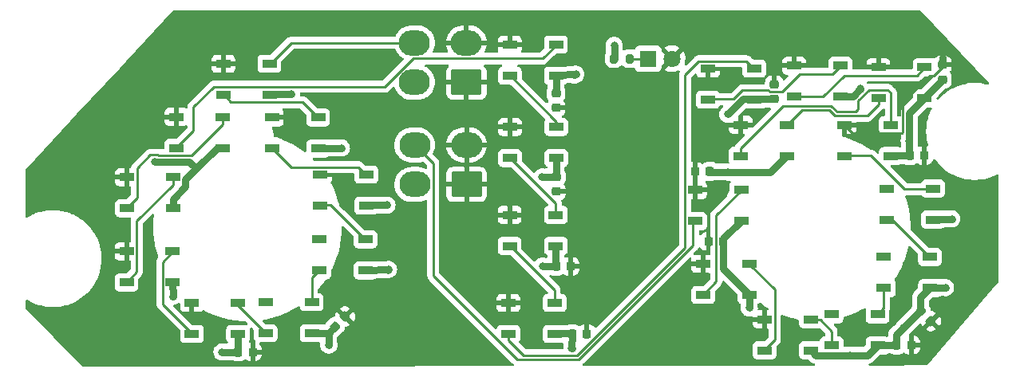
<source format=gbr>
%TF.GenerationSoftware,KiCad,Pcbnew,(6.0.9)*%
%TF.CreationDate,2023-04-01T13:25:34-08:00*%
%TF.ProjectId,HYD ISO PANEL,48594420-4953-44f2-9050-414e454c2e6b,3*%
%TF.SameCoordinates,Original*%
%TF.FileFunction,Copper,L1,Top*%
%TF.FilePolarity,Positive*%
%FSLAX46Y46*%
G04 Gerber Fmt 4.6, Leading zero omitted, Abs format (unit mm)*
G04 Created by KiCad (PCBNEW (6.0.9)) date 2023-04-01 13:25:34*
%MOMM*%
%LPD*%
G01*
G04 APERTURE LIST*
G04 Aperture macros list*
%AMRoundRect*
0 Rectangle with rounded corners*
0 $1 Rounding radius*
0 $2 $3 $4 $5 $6 $7 $8 $9 X,Y pos of 4 corners*
0 Add a 4 corners polygon primitive as box body*
4,1,4,$2,$3,$4,$5,$6,$7,$8,$9,$2,$3,0*
0 Add four circle primitives for the rounded corners*
1,1,$1+$1,$2,$3*
1,1,$1+$1,$4,$5*
1,1,$1+$1,$6,$7*
1,1,$1+$1,$8,$9*
0 Add four rect primitives between the rounded corners*
20,1,$1+$1,$2,$3,$4,$5,0*
20,1,$1+$1,$4,$5,$6,$7,0*
20,1,$1+$1,$6,$7,$8,$9,0*
20,1,$1+$1,$8,$9,$2,$3,0*%
G04 Aperture macros list end*
%TA.AperFunction,SMDPad,CuDef*%
%ADD10R,1.500000X0.900000*%
%TD*%
%TA.AperFunction,SMDPad,CuDef*%
%ADD11RoundRect,0.225000X0.225000X0.250000X-0.225000X0.250000X-0.225000X-0.250000X0.225000X-0.250000X0*%
%TD*%
%TA.AperFunction,SMDPad,CuDef*%
%ADD12RoundRect,0.225000X0.250000X-0.225000X0.250000X0.225000X-0.250000X0.225000X-0.250000X-0.225000X0*%
%TD*%
%TA.AperFunction,SMDPad,CuDef*%
%ADD13RoundRect,0.225000X-0.225000X-0.250000X0.225000X-0.250000X0.225000X0.250000X-0.225000X0.250000X0*%
%TD*%
%TA.AperFunction,SMDPad,CuDef*%
%ADD14RoundRect,0.225000X-0.017678X0.335876X-0.335876X0.017678X0.017678X-0.335876X0.335876X-0.017678X0*%
%TD*%
%TA.AperFunction,SMDPad,CuDef*%
%ADD15RoundRect,0.225000X0.335876X0.017678X0.017678X0.335876X-0.335876X-0.017678X-0.017678X-0.335876X0*%
%TD*%
%TA.AperFunction,SMDPad,CuDef*%
%ADD16RoundRect,0.225000X-0.250000X0.225000X-0.250000X-0.225000X0.250000X-0.225000X0.250000X0.225000X0*%
%TD*%
%TA.AperFunction,SMDPad,CuDef*%
%ADD17RoundRect,0.200000X-0.200000X-0.275000X0.200000X-0.275000X0.200000X0.275000X-0.200000X0.275000X0*%
%TD*%
%TA.AperFunction,ComponentPad*%
%ADD18RoundRect,0.250001X1.399999X-1.099999X1.399999X1.099999X-1.399999X1.099999X-1.399999X-1.099999X0*%
%TD*%
%TA.AperFunction,ComponentPad*%
%ADD19O,3.300000X2.700000*%
%TD*%
%TA.AperFunction,ComponentPad*%
%ADD20R,1.800000X1.800000*%
%TD*%
%TA.AperFunction,ComponentPad*%
%ADD21C,1.800000*%
%TD*%
%TA.AperFunction,ViaPad*%
%ADD22C,0.800000*%
%TD*%
%TA.AperFunction,Conductor*%
%ADD23C,0.250000*%
%TD*%
%TA.AperFunction,Conductor*%
%ADD24C,0.750000*%
%TD*%
G04 APERTURE END LIST*
D10*
%TO.P,D1,1,VDD*%
%TO.N,/LED+5V*%
X89181600Y-66548800D03*
%TO.P,D1,2,DOUT*%
%TO.N,Net-(D1-Pad2)*%
X89181600Y-69848800D03*
%TO.P,D1,3,VSS*%
%TO.N,/LEDGND*%
X94081600Y-69848800D03*
%TO.P,D1,4,DIN*%
%TO.N,/DATAIN*%
X94081600Y-66548800D03*
%TD*%
%TO.P,D2,1,VDD*%
%TO.N,/LED+5V*%
X94335600Y-72238400D03*
%TO.P,D2,2,DOUT*%
%TO.N,Net-(D2-Pad2)*%
X94335600Y-75538400D03*
%TO.P,D2,3,VSS*%
%TO.N,/LEDGND*%
X99235600Y-75538400D03*
%TO.P,D2,4,DIN*%
%TO.N,Net-(D1-Pad2)*%
X99235600Y-72238400D03*
%TD*%
%TO.P,D3,1,VDD*%
%TO.N,/LED+5V*%
X99454800Y-78309200D03*
%TO.P,D3,2,DOUT*%
%TO.N,Net-(D3-Pad2)*%
X99454800Y-81609200D03*
%TO.P,D3,3,VSS*%
%TO.N,/LEDGND*%
X104354800Y-81609200D03*
%TO.P,D3,4,DIN*%
%TO.N,Net-(D2-Pad2)*%
X104354800Y-78309200D03*
%TD*%
%TO.P,D4,1,VDD*%
%TO.N,/LED+5V*%
X99364800Y-85192400D03*
%TO.P,D4,2,DOUT*%
%TO.N,Net-(D4-Pad2)*%
X99364800Y-88492400D03*
%TO.P,D4,3,VSS*%
%TO.N,/LEDGND*%
X104264800Y-88492400D03*
%TO.P,D4,4,DIN*%
%TO.N,Net-(D3-Pad2)*%
X104264800Y-85192400D03*
%TD*%
%TO.P,D5,1,VDD*%
%TO.N,/LED+5V*%
X93663600Y-91872800D03*
%TO.P,D5,2,DOUT*%
%TO.N,Net-(D5-Pad2)*%
X93663600Y-95172800D03*
%TO.P,D5,3,VSS*%
%TO.N,/LEDGND*%
X98563600Y-95172800D03*
%TO.P,D5,4,DIN*%
%TO.N,Net-(D4-Pad2)*%
X98563600Y-91872800D03*
%TD*%
%TO.P,D6,1,VDD*%
%TO.N,/LED+5V*%
X85852000Y-91948800D03*
%TO.P,D6,2,DOUT*%
%TO.N,Net-(D6-Pad2)*%
X85852000Y-95248800D03*
%TO.P,D6,3,VSS*%
%TO.N,/LEDGND*%
X90752000Y-95248800D03*
%TO.P,D6,4,DIN*%
%TO.N,Net-(D5-Pad2)*%
X90752000Y-91948800D03*
%TD*%
%TO.P,D7,1,VDD*%
%TO.N,/LED+5V*%
X78920000Y-86462800D03*
%TO.P,D7,2,DOUT*%
%TO.N,Net-(D7-Pad2)*%
X78920000Y-89762800D03*
%TO.P,D7,3,VSS*%
%TO.N,/LEDGND*%
X83820000Y-89762800D03*
%TO.P,D7,4,DIN*%
%TO.N,Net-(D6-Pad2)*%
X83820000Y-86462800D03*
%TD*%
%TO.P,D8,1,VDD*%
%TO.N,/LED+5V*%
X78943200Y-78588800D03*
%TO.P,D8,2,DOUT*%
%TO.N,Net-(D8-Pad2)*%
X78943200Y-81888800D03*
%TO.P,D8,3,VSS*%
%TO.N,/LEDGND*%
X83843200Y-81888800D03*
%TO.P,D8,4,DIN*%
%TO.N,Net-(D7-Pad2)*%
X83843200Y-78588800D03*
%TD*%
%TO.P,D9,1,VDD*%
%TO.N,/LED+5V*%
X84203200Y-72187600D03*
%TO.P,D9,2,DOUT*%
%TO.N,Net-(D10-Pad4)*%
X84203200Y-75487600D03*
%TO.P,D9,3,VSS*%
%TO.N,/LEDGND*%
X89103200Y-75487600D03*
%TO.P,D9,4,DIN*%
%TO.N,Net-(D8-Pad2)*%
X89103200Y-72187600D03*
%TD*%
%TO.P,D10,1,VDD*%
%TO.N,/LED+5V*%
X119571600Y-64516800D03*
%TO.P,D10,2,DOUT*%
%TO.N,Net-(D10-Pad2)*%
X119571600Y-67816800D03*
%TO.P,D10,3,VSS*%
%TO.N,/LEDGND*%
X124471600Y-67816800D03*
%TO.P,D10,4,DIN*%
%TO.N,Net-(D10-Pad4)*%
X124471600Y-64516800D03*
%TD*%
%TO.P,D11,1,VDD*%
%TO.N,/LED+5V*%
X119610800Y-73254400D03*
%TO.P,D11,2,DOUT*%
%TO.N,Net-(D11-Pad2)*%
X119610800Y-76554400D03*
%TO.P,D11,3,VSS*%
%TO.N,/LEDGND*%
X124510800Y-76554400D03*
%TO.P,D11,4,DIN*%
%TO.N,Net-(D10-Pad2)*%
X124510800Y-73254400D03*
%TD*%
%TO.P,D12,1,VDD*%
%TO.N,/LED+5V*%
X119560000Y-82601600D03*
%TO.P,D12,2,DOUT*%
%TO.N,Net-(D12-Pad2)*%
X119560000Y-85901600D03*
%TO.P,D12,3,VSS*%
%TO.N,/LEDGND*%
X124460000Y-85901600D03*
%TO.P,D12,4,DIN*%
%TO.N,Net-(D11-Pad2)*%
X124460000Y-82601600D03*
%TD*%
%TO.P,D13,1,VDD*%
%TO.N,/LED+5V*%
X119430800Y-91948800D03*
%TO.P,D13,2,DOUT*%
%TO.N,Net-(D13-Pad2)*%
X119430800Y-95248800D03*
%TO.P,D13,3,VSS*%
%TO.N,/LEDGND*%
X124330800Y-95248800D03*
%TO.P,D13,4,DIN*%
%TO.N,Net-(D12-Pad2)*%
X124330800Y-91948800D03*
%TD*%
%TO.P,D14,1,VDD*%
%TO.N,/LED+5V*%
X140614400Y-67056800D03*
%TO.P,D14,2,DOUT*%
%TO.N,Net-(D14-Pad2)*%
X140614400Y-70356800D03*
%TO.P,D14,3,VSS*%
%TO.N,/LEDGND*%
X145514400Y-70356800D03*
%TO.P,D14,4,DIN*%
%TO.N,Net-(D13-Pad2)*%
X145514400Y-67056800D03*
%TD*%
%TO.P,D15,1,VDD*%
%TO.N,/LED+5V*%
X149758400Y-66752000D03*
%TO.P,D15,2,DOUT*%
%TO.N,Net-(D15-Pad2)*%
X149758400Y-70052000D03*
%TO.P,D15,3,VSS*%
%TO.N,/LEDGND*%
X154658400Y-70052000D03*
%TO.P,D15,4,DIN*%
%TO.N,Net-(D14-Pad2)*%
X154658400Y-66752000D03*
%TD*%
%TO.P,D16,1,VDD*%
%TO.N,/LED+5V*%
X158676000Y-66904400D03*
%TO.P,D16,2,DOUT*%
%TO.N,Net-(D16-Pad2)*%
X158676000Y-70204400D03*
%TO.P,D16,3,VSS*%
%TO.N,/LEDGND*%
X163576000Y-70204400D03*
%TO.P,D16,4,DIN*%
%TO.N,Net-(D15-Pad2)*%
X163576000Y-66904400D03*
%TD*%
%TO.P,D17,1,VDD*%
%TO.N,/LED+5V*%
X144057200Y-73026000D03*
%TO.P,D17,2,DOUT*%
%TO.N,Net-(D17-Pad2)*%
X144057200Y-76326000D03*
%TO.P,D17,3,VSS*%
%TO.N,/LEDGND*%
X148957200Y-76326000D03*
%TO.P,D17,4,DIN*%
%TO.N,Net-(D16-Pad2)*%
X148957200Y-73026000D03*
%TD*%
%TO.P,D18,1,VDD*%
%TO.N,/LED+5V*%
X155092400Y-73051200D03*
%TO.P,D18,2,DOUT*%
%TO.N,Net-(D18-Pad2)*%
X155092400Y-76351200D03*
%TO.P,D18,3,VSS*%
%TO.N,/LEDGND*%
X159992400Y-76351200D03*
%TO.P,D18,4,DIN*%
%TO.N,Net-(D17-Pad2)*%
X159992400Y-73051200D03*
%TD*%
%TO.P,D24,1,VDD*%
%TO.N,/LED+5V*%
X139219600Y-79960000D03*
%TO.P,D24,2,DOUT*%
%TO.N,/DATAOUT*%
X139219600Y-83260000D03*
%TO.P,D24,3,VSS*%
%TO.N,/LEDGND*%
X144119600Y-83260000D03*
%TO.P,D24,4,DIN*%
%TO.N,Net-(D23-Pad2)*%
X144119600Y-79960000D03*
%TD*%
%TO.P,D19,1,VDD*%
%TO.N,/LED+5V*%
X159590400Y-79808000D03*
%TO.P,D19,2,DOUT*%
%TO.N,Net-(D19-Pad2)*%
X159590400Y-83108000D03*
%TO.P,D19,3,VSS*%
%TO.N,/LEDGND*%
X164490400Y-83108000D03*
%TO.P,D19,4,DIN*%
%TO.N,Net-(D18-Pad2)*%
X164490400Y-79808000D03*
%TD*%
%TO.P,D23,1,VDD*%
%TO.N,/LED+5V*%
X140083200Y-87808800D03*
%TO.P,D23,2,DOUT*%
%TO.N,Net-(D23-Pad2)*%
X140083200Y-91108800D03*
%TO.P,D23,3,VSS*%
%TO.N,/LEDGND*%
X144983200Y-91108800D03*
%TO.P,D23,4,DIN*%
%TO.N,Net-(D22-Pad2)*%
X144983200Y-87808800D03*
%TD*%
%TO.P,D20,1,VDD*%
%TO.N,/LED+5V*%
X159258000Y-87072000D03*
%TO.P,D20,2,DOUT*%
%TO.N,Net-(D20-Pad2)*%
X159258000Y-90372000D03*
%TO.P,D20,3,VSS*%
%TO.N,/LEDGND*%
X164158000Y-90372000D03*
%TO.P,D20,4,DIN*%
%TO.N,Net-(D19-Pad2)*%
X164158000Y-87072000D03*
%TD*%
%TO.P,D22,1,VDD*%
%TO.N,/LED+5V*%
X146597200Y-93701600D03*
%TO.P,D22,2,DOUT*%
%TO.N,Net-(D22-Pad2)*%
X146597200Y-97001600D03*
%TO.P,D22,3,VSS*%
%TO.N,/LEDGND*%
X151497200Y-97001600D03*
%TO.P,D22,4,DIN*%
%TO.N,Net-(D21-Pad2)*%
X151497200Y-93701600D03*
%TD*%
%TO.P,D21,1,VDD*%
%TO.N,/LED+5V*%
X153697600Y-93168000D03*
%TO.P,D21,2,DOUT*%
%TO.N,Net-(D21-Pad2)*%
X153697600Y-96468000D03*
%TO.P,D21,3,VSS*%
%TO.N,/LEDGND*%
X158597600Y-96468000D03*
%TO.P,D21,4,DIN*%
%TO.N,Net-(D20-Pad2)*%
X158597600Y-93168000D03*
%TD*%
D11*
%TO.P,C2,1*%
%TO.N,/LED+5V*%
X92304000Y-97157540D03*
%TO.P,C2,2*%
%TO.N,/LEDGND*%
X90754000Y-97157540D03*
%TD*%
%TO.P,C3,1*%
%TO.N,/LED+5V*%
X127744620Y-95206820D03*
%TO.P,C3,2*%
%TO.N,/LEDGND*%
X126194620Y-95206820D03*
%TD*%
%TO.P,C4,1*%
%TO.N,/LED+5V*%
X126022300Y-88069420D03*
%TO.P,C4,2*%
%TO.N,/LEDGND*%
X124472300Y-88069420D03*
%TD*%
D12*
%TO.P,C5,1*%
%TO.N,/LED+5V*%
X124480320Y-71244660D03*
%TO.P,C5,2*%
%TO.N,/LEDGND*%
X124480320Y-69694660D03*
%TD*%
%TO.P,C6,1*%
%TO.N,/LED+5V*%
X124510800Y-80119420D03*
%TO.P,C6,2*%
%TO.N,/LEDGND*%
X124510800Y-78569420D03*
%TD*%
D13*
%TO.P,C7,1*%
%TO.N,/LED+5V*%
X139234980Y-77972920D03*
%TO.P,C7,2*%
%TO.N,/LEDGND*%
X140784980Y-77972920D03*
%TD*%
D14*
%TO.P,C8,1*%
%TO.N,/LED+5V*%
X102111861Y-93389399D03*
%TO.P,C8,2*%
%TO.N,/LEDGND*%
X101015845Y-94485415D03*
%TD*%
D11*
%TO.P,C9,1*%
%TO.N,/LED+5V*%
X163535560Y-76304140D03*
%TO.P,C9,2*%
%TO.N,/LEDGND*%
X161985560Y-76304140D03*
%TD*%
%TO.P,C11,1*%
%TO.N,/LED+5V*%
X162154000Y-96428560D03*
%TO.P,C11,2*%
%TO.N,/LEDGND*%
X160604000Y-96428560D03*
%TD*%
D15*
%TO.P,C12,1*%
%TO.N,/LED+5V*%
X164258041Y-93892421D03*
%TO.P,C12,2*%
%TO.N,/LEDGND*%
X163162025Y-92796405D03*
%TD*%
D16*
%TO.P,C13,1*%
%TO.N,/LED+5V*%
X165470840Y-66654480D03*
%TO.P,C13,2*%
%TO.N,/LEDGND*%
X165470840Y-68204480D03*
%TD*%
%TO.P,C14,1*%
%TO.N,/LED+5V*%
X147624800Y-68739620D03*
%TO.P,C14,2*%
%TO.N,/LEDGND*%
X147624800Y-70289620D03*
%TD*%
D13*
%TO.P,C15,1*%
%TO.N,/LED+5V*%
X140662260Y-85420200D03*
%TO.P,C15,2*%
%TO.N,/LEDGND*%
X142212260Y-85420200D03*
%TD*%
D17*
%TO.P,R1,1*%
%TO.N,/LEDGND*%
X130609940Y-65996820D03*
%TO.P,R1,2*%
%TO.N,Net-(D25-Pad1)*%
X132259940Y-65996820D03*
%TD*%
D18*
%TO.P,J1,1,Pin_1*%
%TO.N,/LED+5V*%
X114968920Y-68520420D03*
D19*
%TO.P,J1,2,Pin_2*%
X114968920Y-64320420D03*
%TO.P,J1,3,Pin_3*%
%TO.N,/LEDGND*%
X109468920Y-68520420D03*
%TO.P,J1,4,Pin_4*%
%TO.N,/DATAIN*%
X109468920Y-64320420D03*
%TD*%
D18*
%TO.P,J2,1,Pin_1*%
%TO.N,/LED+5V*%
X114985800Y-79364840D03*
D19*
%TO.P,J2,2,Pin_2*%
X114985800Y-75164840D03*
%TO.P,J2,3,Pin_3*%
%TO.N,/LEDGND*%
X109485800Y-79364840D03*
%TO.P,J2,4,Pin_4*%
%TO.N,/DATAOUT*%
X109485800Y-75164840D03*
%TD*%
D20*
%TO.P,D25,1,K*%
%TO.N,Net-(D25-Pad1)*%
X134260000Y-66000000D03*
D21*
%TO.P,D25,2,A*%
%TO.N,/LED+5V*%
X136800000Y-66000000D03*
%TD*%
D22*
%TO.N,/LEDGND*%
X130647440Y-64582040D03*
X166463980Y-83027520D03*
X161949612Y-74725388D03*
X96400620Y-69791580D03*
X106715560Y-88389460D03*
X165801440Y-90322000D03*
X126156720Y-96791780D03*
X83830160Y-91241880D03*
X126588520Y-67663060D03*
X142709900Y-71915020D03*
X161334546Y-94606206D03*
X89052400Y-97160080D03*
X155640859Y-97493001D03*
X144975580Y-92483940D03*
X101711760Y-75478640D03*
X123045220Y-88038940D03*
X81917540Y-76962611D03*
X156748480Y-69166740D03*
X106550660Y-81559200D03*
X123022360Y-78564740D03*
X142723340Y-78051660D03*
X100378460Y-96415660D03*
%TO.N,/LED+5V*%
X130810000Y-89408000D03*
X135255000Y-93345000D03*
X135763000Y-93853000D03*
X131826000Y-90424000D03*
X134747000Y-92837000D03*
X131318000Y-89916000D03*
%TD*%
D23*
%TO.N,Net-(D1-Pad2)*%
X89181600Y-69798800D02*
X90006601Y-70623801D01*
X97571001Y-70623801D02*
X99235600Y-72288400D01*
X90006601Y-70623801D02*
X97571001Y-70623801D01*
%TO.N,Net-(D2-Pad2)*%
X103529799Y-77534199D02*
X96436752Y-77534199D01*
X96436752Y-77534199D02*
X94659610Y-75757057D01*
X104354800Y-78359200D02*
X103529799Y-77534199D01*
X94659610Y-75757057D02*
X94659610Y-75488400D01*
%TO.N,Net-(D3-Pad2)*%
X100581600Y-81559200D02*
X104264800Y-85242400D01*
X99454800Y-81559200D02*
X100581600Y-81559200D01*
%TO.N,Net-(D4-Pad2)*%
X98563600Y-91922800D02*
X98563600Y-89243600D01*
X98563600Y-89243600D02*
X99364800Y-88442400D01*
%TO.N,Net-(D5-Pad2)*%
X90752000Y-91998800D02*
X90752000Y-92211200D01*
X90752000Y-92211200D02*
X93663600Y-95122800D01*
%TO.N,Net-(D7-Pad2)*%
X83843200Y-79388800D02*
X79995001Y-83236999D01*
X79995001Y-88637799D02*
X78920000Y-89712800D01*
X79995001Y-83236999D02*
X79995001Y-88637799D01*
X83843200Y-78638800D02*
X83843200Y-79388800D01*
%TO.N,Net-(D8-Pad2)*%
X82265541Y-76237610D02*
X81450670Y-76237610D01*
X89103200Y-72237600D02*
X89103200Y-72987600D01*
X85828199Y-76262601D02*
X82290532Y-76262601D01*
X80018201Y-77670079D02*
X80018201Y-80763799D01*
X81450670Y-76237610D02*
X80018201Y-77670079D01*
X82290532Y-76262601D02*
X82265541Y-76237610D01*
X89103200Y-72987600D02*
X85828199Y-76262601D01*
X80018201Y-80763799D02*
X78943200Y-81838800D01*
%TO.N,Net-(D10-Pad4)*%
X109325089Y-65995430D02*
X123042970Y-65995430D01*
X123042970Y-65995430D02*
X124471600Y-64566800D01*
X86016790Y-71128608D02*
X88171599Y-68973799D01*
X86016790Y-73624010D02*
X86016790Y-71128608D01*
X106346720Y-68973799D02*
X109325089Y-65995430D01*
X88171599Y-68973799D02*
X106346720Y-68973799D01*
X84203200Y-75437600D02*
X86016790Y-73624010D01*
%TO.N,Net-(D10-Pad2)*%
X124510800Y-73304400D02*
X124510800Y-72706000D01*
X124510800Y-72706000D02*
X119571600Y-67766800D01*
%TO.N,Net-(D11-Pad2)*%
X124460000Y-81353600D02*
X119610800Y-76504400D01*
X124460000Y-82651600D02*
X124460000Y-81353600D01*
%TO.N,Net-(D12-Pad2)*%
X124330800Y-91998800D02*
X124330800Y-90622400D01*
X124330800Y-90622400D02*
X119560000Y-85851600D01*
%TO.N,Net-(D13-Pad2)*%
X138144599Y-67741599D02*
X139604399Y-66281799D01*
X126691153Y-97516781D02*
X138144599Y-86063335D01*
X138144599Y-86063335D02*
X138144599Y-67741599D01*
X119430800Y-95198800D02*
X119430800Y-95948800D01*
X120998781Y-97516781D02*
X126691153Y-97516781D01*
X144689399Y-66281799D02*
X145514400Y-67106800D01*
X119430800Y-95948800D02*
X120998781Y-97516781D01*
X139604399Y-66281799D02*
X144689399Y-66281799D01*
%TO.N,Net-(D14-Pad2)*%
X144270098Y-69364860D02*
X147018546Y-69364860D01*
X148435768Y-69489630D02*
X150298397Y-67627001D01*
X140614400Y-70306800D02*
X143328158Y-70306800D01*
X147143316Y-69489630D02*
X148435768Y-69489630D01*
X143328158Y-70306800D02*
X144270098Y-69364860D01*
X153833399Y-67627001D02*
X154658400Y-66802000D01*
X150298397Y-67627001D02*
X153833399Y-67627001D01*
X147018546Y-69364860D02*
X147143316Y-69489630D01*
%TO.N,Net-(D15-Pad2)*%
X162750999Y-67779401D02*
X163576000Y-66954400D01*
X149758400Y-70002000D02*
X152823398Y-70002000D01*
X155045997Y-67779401D02*
X162750999Y-67779401D01*
X152823398Y-70002000D02*
X155045997Y-67779401D01*
%TO.N,Net-(D16-Pad2)*%
X153470890Y-71448775D02*
X150584425Y-71448775D01*
X158676000Y-70904400D02*
X157511879Y-72068521D01*
X157511879Y-72068521D02*
X154090636Y-72068521D01*
X150584425Y-71448775D02*
X148957200Y-73076000D01*
X154090636Y-72068521D02*
X153470890Y-71448775D01*
X158676000Y-70154400D02*
X158676000Y-70904400D01*
%TO.N,Net-(D17-Pad2)*%
X144057200Y-75526000D02*
X148584435Y-70998765D01*
X156532580Y-71386700D02*
X156532580Y-70462818D01*
X156532580Y-70462818D02*
X157665999Y-69329399D01*
X159686001Y-69329399D02*
X159992400Y-69635798D01*
X154277036Y-71618511D02*
X156300769Y-71618511D01*
X157665999Y-69329399D02*
X159686001Y-69329399D01*
X144057200Y-76276000D02*
X144057200Y-75526000D01*
X153657291Y-70998766D02*
X154277036Y-71618511D01*
X148584435Y-70998765D02*
X153657291Y-70998766D01*
X159992400Y-69635798D02*
X159992400Y-73101200D01*
X156300769Y-71618511D02*
X156532580Y-71386700D01*
%TO.N,Net-(D18-Pad2)*%
X161425402Y-79858000D02*
X157868602Y-76301200D01*
X157868602Y-76301200D02*
X155092400Y-76301200D01*
X164490400Y-79858000D02*
X161425402Y-79858000D01*
%TO.N,Net-(D19-Pad2)*%
X160094000Y-83058000D02*
X164158000Y-87122000D01*
X159590400Y-83058000D02*
X160094000Y-83058000D01*
%TO.N,Net-(D20-Pad2)*%
X158597600Y-93218000D02*
X158507000Y-93218000D01*
X159258000Y-92467000D02*
X159258000Y-90322000D01*
X158507000Y-93218000D02*
X159258000Y-92467000D01*
%TO.N,Net-(D21-Pad2)*%
X153697600Y-94952000D02*
X153697600Y-96418000D01*
X151497200Y-93751600D02*
X152497200Y-93751600D01*
X152497200Y-93751600D02*
X153697600Y-94952000D01*
%TO.N,Net-(D22-Pad2)*%
X147672201Y-95876599D02*
X146597200Y-96951600D01*
X144983200Y-87858800D02*
X147672201Y-90547801D01*
X147672201Y-90547801D02*
X147672201Y-95876599D01*
%TO.N,Net-(D23-Pad2)*%
X144119600Y-80010000D02*
X141462250Y-82667350D01*
X141462250Y-89679750D02*
X140083200Y-91058800D01*
X141462250Y-82667350D02*
X141462250Y-89679750D01*
%TO.N,Net-(D6-Pad2)*%
X82744999Y-92091799D02*
X85852000Y-95198800D01*
X82744999Y-87587801D02*
X82744999Y-92091799D01*
X83820000Y-86512800D02*
X82744999Y-87587801D01*
%TO.N,Net-(D25-Pad1)*%
X132225620Y-66000000D02*
X132222440Y-65996820D01*
X134260000Y-66000000D02*
X132225620Y-66000000D01*
D24*
%TO.N,/LEDGND*%
X89052400Y-97160080D02*
X89054940Y-97157540D01*
X100378460Y-96415660D02*
X100378460Y-96415660D01*
X83830160Y-91241880D02*
X83820000Y-91231720D01*
X96400620Y-69791580D02*
X96393400Y-69798800D01*
X101711760Y-75478640D02*
X101702000Y-75488400D01*
X106550660Y-81559200D02*
X106550660Y-81559200D01*
X106715560Y-88389460D02*
X106662620Y-88442400D01*
X130647440Y-64582040D02*
X130647440Y-64582040D01*
X126588520Y-67663060D02*
X126378240Y-67766800D01*
X123045220Y-88038940D02*
X123075700Y-88069420D01*
X123022360Y-78564740D02*
X123030180Y-78556920D01*
X126156720Y-96791780D02*
X126182120Y-96766380D01*
X144975580Y-92483940D02*
X144983200Y-92476320D01*
X142709900Y-71915020D02*
X142709900Y-71915020D01*
X166463980Y-83027520D02*
X166433500Y-83058000D01*
X165801440Y-90322000D02*
X165801440Y-90322000D01*
X161334546Y-94606206D02*
X160591500Y-95349252D01*
X155640859Y-97493001D02*
X157522599Y-97493001D01*
X81917540Y-76962611D02*
X81917540Y-76962611D01*
X156748480Y-69166740D02*
X156748480Y-69256955D01*
X161949612Y-74725388D02*
X161947860Y-74607420D01*
X142723340Y-78051660D02*
X140876220Y-78051660D01*
X148957200Y-76276000D02*
X147181540Y-78051660D01*
X163153186Y-92787566D02*
X163153186Y-91326814D01*
X164158000Y-90322000D02*
X165801440Y-90322000D01*
X163153186Y-92787566D02*
X161334546Y-94606206D01*
X157522599Y-97493001D02*
X158597600Y-96418000D01*
X104354800Y-81559200D02*
X106550660Y-81559200D01*
X124460000Y-88069220D02*
X124459800Y-88069420D01*
X94081600Y-69798800D02*
X96400620Y-69791580D01*
X85765640Y-77099160D02*
X85737700Y-77099160D01*
X165470840Y-68259560D02*
X163576000Y-70154400D01*
X124480320Y-69682160D02*
X124480320Y-67775520D01*
X124471600Y-67766800D02*
X126588520Y-67663060D01*
X100378460Y-95122800D02*
X100378460Y-96415660D01*
X83820000Y-89712800D02*
X83830160Y-91241880D01*
X130647440Y-65996820D02*
X130647440Y-64582040D01*
X144983200Y-91058800D02*
X144975580Y-92483940D01*
X160591500Y-95349252D02*
X160591500Y-96428560D01*
X144983200Y-91058800D02*
X142224760Y-88300360D01*
X86345844Y-77679364D02*
X88587608Y-75437600D01*
X85168201Y-78857007D02*
X86345844Y-77679364D01*
X124480320Y-67775520D02*
X124471600Y-67766800D01*
X147181540Y-78051660D02*
X142723340Y-78051660D01*
X104264800Y-88442400D02*
X106715560Y-88389460D01*
X98563600Y-95122800D02*
X100378460Y-95122800D01*
X163576000Y-70154400D02*
X161947860Y-71782540D01*
X83843200Y-81838800D02*
X83843200Y-80923802D01*
X90752000Y-95198800D02*
X90752000Y-97147040D01*
X165470840Y-68216980D02*
X165470840Y-68259560D01*
X85737700Y-77099160D02*
X85601151Y-76962611D01*
X161970120Y-76301200D02*
X161973060Y-76304140D01*
X126174100Y-95198800D02*
X126182120Y-95206820D01*
X164490400Y-83058000D02*
X166463980Y-83027520D01*
X124460000Y-85851600D02*
X124460000Y-88069220D01*
X142224760Y-88300360D02*
X142224760Y-85420200D01*
X90752000Y-97147040D02*
X90741500Y-97157540D01*
X152038601Y-97493001D02*
X155640859Y-97493001D01*
X83843200Y-80923802D02*
X85168201Y-79598801D01*
X160591500Y-96428560D02*
X158608160Y-96428560D01*
X85168201Y-79598801D02*
X85168201Y-78857007D01*
X142224760Y-85104840D02*
X144119600Y-83210000D01*
X124510800Y-76504400D02*
X124510800Y-78556920D01*
X154658400Y-70002000D02*
X156003435Y-70002000D01*
X142224760Y-85420200D02*
X142224760Y-85104840D01*
X163153186Y-91326814D02*
X164158000Y-90322000D01*
X144318120Y-70306800D02*
X142709900Y-71915020D01*
X147624800Y-70302120D02*
X145519080Y-70302120D01*
X124330800Y-95198800D02*
X126174100Y-95198800D01*
X161973060Y-76304140D02*
X161949612Y-74725388D01*
X145519080Y-70302120D02*
X145514400Y-70306800D01*
X140876220Y-78051660D02*
X140797480Y-77972920D01*
X151497200Y-96951600D02*
X152038601Y-97493001D01*
X159992400Y-76301200D02*
X161970120Y-76301200D01*
X90741500Y-97157540D02*
X89052400Y-97160080D01*
X124459800Y-88069420D02*
X123045220Y-88038940D01*
X126182120Y-95206820D02*
X126156720Y-96791780D01*
X100378460Y-95122800D02*
X101007006Y-94494254D01*
X99235600Y-75488400D02*
X101711760Y-75478640D01*
X124471600Y-69673440D02*
X124480320Y-69682160D01*
X124510800Y-78556920D02*
X123022360Y-78564740D01*
X145514400Y-70306800D02*
X144318120Y-70306800D01*
X158608160Y-96428560D02*
X158597600Y-96418000D01*
X85601151Y-76962611D02*
X81917540Y-76962611D01*
X156003435Y-70002000D02*
X156748480Y-69166740D01*
X161947860Y-71782540D02*
X161947860Y-74607420D01*
X86345844Y-77679364D02*
X85765640Y-77099160D01*
%TO.N,/LED+5V*%
X165470840Y-66641980D02*
X165470840Y-65849500D01*
D23*
X161247850Y-73829150D02*
X161247850Y-70647548D01*
X155092400Y-73101200D02*
X155917401Y-73926201D01*
X164586001Y-67779401D02*
X165470840Y-66894562D01*
X164115997Y-67779401D02*
X164586001Y-67779401D01*
X155917401Y-73926201D02*
X161150799Y-73926201D01*
X161247850Y-70647548D02*
X164115997Y-67779401D01*
X165470840Y-66894562D02*
X165470840Y-66641980D01*
X161150799Y-73926201D02*
X161247850Y-73829150D01*
%TO.N,/DATAIN*%
X109468920Y-64320420D02*
X96359980Y-64320420D01*
X96359980Y-64320420D02*
X94081600Y-66598800D01*
%TO.N,/DATAOUT*%
X111460810Y-77139850D02*
X109485800Y-75164840D01*
X111460810Y-89063812D02*
X111460810Y-77139850D01*
X126877553Y-97966791D02*
X120363789Y-97966791D01*
X139008199Y-85836145D02*
X126877553Y-97966791D01*
X139008199Y-83421401D02*
X139008199Y-85836145D01*
X120363789Y-97966791D02*
X111460810Y-89063812D01*
X139219600Y-83210000D02*
X139008199Y-83421401D01*
%TD*%
%TA.AperFunction,Conductor*%
%TO.N,/LED+5V*%
G36*
X163067969Y-60878902D02*
G01*
X163090954Y-60897862D01*
X170393839Y-68542404D01*
X170400068Y-68548924D01*
X170432660Y-68611997D01*
X170425979Y-68682679D01*
X170382144Y-68738527D01*
X170315074Y-68761812D01*
X170271073Y-68756129D01*
X170269619Y-68755671D01*
X170235462Y-68744901D01*
X170064024Y-68706894D01*
X169799058Y-68648152D01*
X169799055Y-68648151D01*
X169796360Y-68647554D01*
X169793630Y-68647195D01*
X169793621Y-68647193D01*
X169573402Y-68618201D01*
X169350444Y-68588848D01*
X169081653Y-68577113D01*
X169018061Y-68574336D01*
X169018056Y-68574336D01*
X169016684Y-68574276D01*
X168785534Y-68574276D01*
X168784162Y-68574336D01*
X168784157Y-68574336D01*
X168720565Y-68577113D01*
X168451774Y-68588848D01*
X168228816Y-68618201D01*
X168008597Y-68647193D01*
X168008588Y-68647195D01*
X168005858Y-68647554D01*
X168003163Y-68648151D01*
X168003160Y-68648152D01*
X167738194Y-68706894D01*
X167566756Y-68744901D01*
X167564139Y-68745726D01*
X167564132Y-68745728D01*
X167416742Y-68792200D01*
X167137808Y-68880147D01*
X166722281Y-69052265D01*
X166323336Y-69259942D01*
X166096893Y-69404202D01*
X165951087Y-69497091D01*
X165944009Y-69501600D01*
X165941841Y-69503264D01*
X165941829Y-69503272D01*
X165624890Y-69746469D01*
X165587188Y-69775399D01*
X165585160Y-69777257D01*
X165585152Y-69777264D01*
X165270263Y-70065806D01*
X165257919Y-70071863D01*
X165242139Y-70093930D01*
X165058242Y-70294620D01*
X165053397Y-70299907D01*
X164992629Y-70336618D01*
X164921659Y-70334647D01*
X164863022Y-70294620D01*
X164835333Y-70229246D01*
X164834500Y-70214783D01*
X164834500Y-70197548D01*
X164854502Y-70129427D01*
X164871405Y-70108453D01*
X165060147Y-69919711D01*
X165076492Y-69910785D01*
X165077291Y-69907757D01*
X165096044Y-69883814D01*
X165790737Y-69189121D01*
X165853049Y-69155095D01*
X165863167Y-69153475D01*
X165865004Y-69153078D01*
X165871859Y-69152367D01*
X165973370Y-69118500D01*
X166027164Y-69100553D01*
X166027166Y-69100552D01*
X166034108Y-69098236D01*
X166041762Y-69093500D01*
X166173325Y-69012086D01*
X166179553Y-69008232D01*
X166300392Y-68887182D01*
X166304233Y-68880951D01*
X166386302Y-68747811D01*
X166386303Y-68747809D01*
X166390142Y-68741581D01*
X166443989Y-68579237D01*
X166446864Y-68551183D01*
X166451732Y-68503668D01*
X166454340Y-68478212D01*
X166454340Y-67930748D01*
X166453754Y-67925095D01*
X166448602Y-67875442D01*
X166443727Y-67828461D01*
X166428209Y-67781948D01*
X166391913Y-67673156D01*
X166391912Y-67673154D01*
X166389596Y-67666212D01*
X166326008Y-67563454D01*
X166303446Y-67526995D01*
X166299592Y-67520767D01*
X166294410Y-67515594D01*
X166289863Y-67509857D01*
X166291670Y-67508425D01*
X166262938Y-67455905D01*
X166267948Y-67385085D01*
X166291339Y-67348627D01*
X166290288Y-67347797D01*
X166303838Y-67330640D01*
X166385844Y-67197600D01*
X166391991Y-67184419D01*
X166441331Y-67035666D01*
X166444198Y-67022290D01*
X166453512Y-66931383D01*
X166453769Y-66926354D01*
X166449365Y-66911356D01*
X166447975Y-66910151D01*
X166440292Y-66908480D01*
X165342840Y-66908480D01*
X165274719Y-66888478D01*
X165228226Y-66834822D01*
X165216840Y-66782480D01*
X165216840Y-66382365D01*
X165724840Y-66382365D01*
X165729315Y-66397604D01*
X165730705Y-66398809D01*
X165738388Y-66400480D01*
X166435725Y-66400480D01*
X166450964Y-66396005D01*
X166452169Y-66394615D01*
X166453840Y-66386932D01*
X166453840Y-66384042D01*
X166453503Y-66377527D01*
X166443946Y-66285423D01*
X166441052Y-66272024D01*
X166391459Y-66123373D01*
X166385285Y-66110194D01*
X166303052Y-65977307D01*
X166294016Y-65965906D01*
X166183411Y-65855494D01*
X166172000Y-65846482D01*
X166038960Y-65764476D01*
X166025779Y-65758329D01*
X165877026Y-65708989D01*
X165863650Y-65706122D01*
X165772743Y-65696808D01*
X165766326Y-65696480D01*
X165742955Y-65696480D01*
X165727716Y-65700955D01*
X165726511Y-65702345D01*
X165724840Y-65710028D01*
X165724840Y-66382365D01*
X165216840Y-66382365D01*
X165216840Y-65714595D01*
X165212365Y-65699356D01*
X165210975Y-65698151D01*
X165203292Y-65696480D01*
X165175402Y-65696480D01*
X165168887Y-65696817D01*
X165076783Y-65706374D01*
X165063384Y-65709268D01*
X164914733Y-65758861D01*
X164901554Y-65765035D01*
X164768667Y-65847268D01*
X164757266Y-65856304D01*
X164657243Y-65956502D01*
X164594961Y-65990581D01*
X164523841Y-65985466D01*
X164443718Y-65955429D01*
X164443712Y-65955427D01*
X164436316Y-65952655D01*
X164374134Y-65945900D01*
X162777866Y-65945900D01*
X162715684Y-65952655D01*
X162579295Y-66003785D01*
X162462739Y-66091139D01*
X162375385Y-66207695D01*
X162324255Y-66344084D01*
X162317500Y-66406266D01*
X162317500Y-67019901D01*
X162297498Y-67088022D01*
X162243842Y-67134515D01*
X162191500Y-67145901D01*
X156042900Y-67145901D01*
X155974779Y-67125899D01*
X155928286Y-67072243D01*
X155916900Y-67019901D01*
X155916900Y-66632285D01*
X157418000Y-66632285D01*
X157422475Y-66647524D01*
X157423865Y-66648729D01*
X157431548Y-66650400D01*
X158403885Y-66650400D01*
X158419124Y-66645925D01*
X158420329Y-66644535D01*
X158422000Y-66636852D01*
X158422000Y-66632285D01*
X158930000Y-66632285D01*
X158934475Y-66647524D01*
X158935865Y-66648729D01*
X158943548Y-66650400D01*
X159915884Y-66650400D01*
X159931123Y-66645925D01*
X159932328Y-66644535D01*
X159933999Y-66636852D01*
X159933999Y-66409731D01*
X159933629Y-66402910D01*
X159928105Y-66352048D01*
X159924479Y-66336796D01*
X159879324Y-66216346D01*
X159870786Y-66200751D01*
X159794285Y-66098676D01*
X159781724Y-66086115D01*
X159679649Y-66009614D01*
X159664054Y-66001076D01*
X159543606Y-65955922D01*
X159528351Y-65952295D01*
X159477486Y-65946769D01*
X159470672Y-65946400D01*
X158948115Y-65946400D01*
X158932876Y-65950875D01*
X158931671Y-65952265D01*
X158930000Y-65959948D01*
X158930000Y-66632285D01*
X158422000Y-66632285D01*
X158422000Y-65964516D01*
X158417525Y-65949277D01*
X158416135Y-65948072D01*
X158408452Y-65946401D01*
X157881331Y-65946401D01*
X157874510Y-65946771D01*
X157823648Y-65952295D01*
X157808396Y-65955921D01*
X157687946Y-66001076D01*
X157672351Y-66009614D01*
X157570276Y-66086115D01*
X157557715Y-66098676D01*
X157481214Y-66200751D01*
X157472676Y-66216346D01*
X157427522Y-66336794D01*
X157423895Y-66352049D01*
X157418369Y-66402914D01*
X157418000Y-66409728D01*
X157418000Y-66632285D01*
X155916900Y-66632285D01*
X155916900Y-66253866D01*
X155910145Y-66191684D01*
X155859015Y-66055295D01*
X155771661Y-65938739D01*
X155655105Y-65851385D01*
X155518716Y-65800255D01*
X155456534Y-65793500D01*
X153860266Y-65793500D01*
X153798084Y-65800255D01*
X153661695Y-65851385D01*
X153545139Y-65938739D01*
X153457785Y-66055295D01*
X153406655Y-66191684D01*
X153399900Y-66253866D01*
X153399900Y-66867501D01*
X153379898Y-66935622D01*
X153326242Y-66982115D01*
X153273900Y-66993501D01*
X150377164Y-66993501D01*
X150365981Y-66992974D01*
X150358488Y-66991299D01*
X150350562Y-66991548D01*
X150350561Y-66991548D01*
X150290411Y-66993439D01*
X150286452Y-66993501D01*
X150258541Y-66993501D01*
X150254607Y-66993998D01*
X150254606Y-66993998D01*
X150254541Y-66994006D01*
X150242704Y-66994939D01*
X150210887Y-66995939D01*
X150206426Y-66996079D01*
X150198507Y-66996328D01*
X150182430Y-67000999D01*
X150147284Y-67006000D01*
X148518516Y-67006000D01*
X148503277Y-67010475D01*
X148502072Y-67011865D01*
X148500401Y-67019548D01*
X148500401Y-67246669D01*
X148500771Y-67253490D01*
X148506295Y-67304352D01*
X148509921Y-67319604D01*
X148555076Y-67440054D01*
X148563614Y-67455649D01*
X148640115Y-67557724D01*
X148652676Y-67570285D01*
X148754751Y-67646786D01*
X148770346Y-67655324D01*
X148890794Y-67700478D01*
X148906049Y-67704105D01*
X148956914Y-67709631D01*
X148963728Y-67710000D01*
X149015303Y-67710000D01*
X149083424Y-67730002D01*
X149129917Y-67783658D01*
X149140021Y-67853932D01*
X149110527Y-67918512D01*
X149104398Y-67925095D01*
X148758472Y-68271021D01*
X148696160Y-68305047D01*
X148625345Y-68299982D01*
X148568509Y-68257435D01*
X148549854Y-68221804D01*
X148545421Y-68208516D01*
X148539245Y-68195334D01*
X148457012Y-68062447D01*
X148447976Y-68051046D01*
X148337371Y-67940634D01*
X148325960Y-67931622D01*
X148192920Y-67849616D01*
X148179739Y-67843469D01*
X148030986Y-67794129D01*
X148017610Y-67791262D01*
X147926703Y-67781948D01*
X147920286Y-67781620D01*
X147896915Y-67781620D01*
X147881676Y-67786095D01*
X147880471Y-67787485D01*
X147878800Y-67795168D01*
X147878800Y-68730130D01*
X147858798Y-68798251D01*
X147805142Y-68844744D01*
X147752800Y-68856130D01*
X147496800Y-68856130D01*
X147428679Y-68836128D01*
X147382186Y-68782472D01*
X147370800Y-68730130D01*
X147370800Y-67799735D01*
X147366325Y-67784496D01*
X147364935Y-67783291D01*
X147357252Y-67781620D01*
X147329362Y-67781620D01*
X147322847Y-67781957D01*
X147230743Y-67791514D01*
X147217344Y-67794408D01*
X147068693Y-67844001D01*
X147055514Y-67850175D01*
X146922627Y-67932408D01*
X146911226Y-67941444D01*
X146800814Y-68052049D01*
X146791802Y-68063460D01*
X146709796Y-68196500D01*
X146703649Y-68209681D01*
X146654309Y-68358434D01*
X146651442Y-68371810D01*
X146642128Y-68462717D01*
X146641800Y-68469134D01*
X146641800Y-68605360D01*
X146621798Y-68673481D01*
X146568142Y-68719974D01*
X146515800Y-68731360D01*
X144348861Y-68731360D01*
X144337677Y-68730833D01*
X144330189Y-68729159D01*
X144322266Y-68729408D01*
X144262131Y-68731298D01*
X144258173Y-68731360D01*
X144230242Y-68731360D01*
X144226327Y-68731855D01*
X144226323Y-68731855D01*
X144226265Y-68731863D01*
X144226236Y-68731866D01*
X144214394Y-68732799D01*
X144170208Y-68734187D01*
X144155269Y-68738527D01*
X144150756Y-68739838D01*
X144131404Y-68743846D01*
X144127764Y-68744306D01*
X144111301Y-68746386D01*
X144103932Y-68749303D01*
X144103930Y-68749304D01*
X144070195Y-68762660D01*
X144058967Y-68766505D01*
X144016505Y-68778842D01*
X144009683Y-68782876D01*
X144009677Y-68782879D01*
X143999066Y-68789154D01*
X143981316Y-68797850D01*
X143969854Y-68802388D01*
X143969849Y-68802391D01*
X143962481Y-68805308D01*
X143945068Y-68817959D01*
X143926723Y-68831287D01*
X143916805Y-68837803D01*
X143906474Y-68843913D01*
X143878735Y-68860318D01*
X143864411Y-68874642D01*
X143849379Y-68887481D01*
X143832991Y-68899388D01*
X143818460Y-68916953D01*
X143804810Y-68933453D01*
X143796820Y-68942233D01*
X143102658Y-69636395D01*
X143040346Y-69670421D01*
X143013563Y-69673300D01*
X141887939Y-69673300D01*
X141819818Y-69653298D01*
X141787113Y-69622865D01*
X141733043Y-69550720D01*
X141733042Y-69550719D01*
X141727661Y-69543539D01*
X141611105Y-69456185D01*
X141474716Y-69405055D01*
X141412534Y-69398300D01*
X139816266Y-69398300D01*
X139754084Y-69405055D01*
X139617695Y-69456185D01*
X139501139Y-69543539D01*
X139413785Y-69660095D01*
X139362655Y-69796484D01*
X139355900Y-69858666D01*
X139355900Y-70854934D01*
X139362655Y-70917116D01*
X139413785Y-71053505D01*
X139501139Y-71170061D01*
X139617695Y-71257415D01*
X139754084Y-71308545D01*
X139816266Y-71315300D01*
X141412534Y-71315300D01*
X141474716Y-71308545D01*
X141611105Y-71257415D01*
X141727661Y-71170061D01*
X141815015Y-71053505D01*
X141819742Y-71040897D01*
X141826801Y-71022069D01*
X141869443Y-70965305D01*
X141936005Y-70940606D01*
X141944782Y-70940300D01*
X142118067Y-70940300D01*
X142186188Y-70960302D01*
X142232681Y-71013958D01*
X142242785Y-71084232D01*
X142213291Y-71148812D01*
X142192129Y-71168235D01*
X142183955Y-71174174D01*
X142107160Y-71229969D01*
X142098647Y-71236154D01*
X142094226Y-71241064D01*
X142094225Y-71241065D01*
X141975737Y-71372660D01*
X141970860Y-71378076D01*
X141917467Y-71470555D01*
X141880453Y-71534666D01*
X141875373Y-71543464D01*
X141816358Y-71725092D01*
X141815668Y-71731653D01*
X141815668Y-71731655D01*
X141803011Y-71852078D01*
X141796396Y-71915020D01*
X141797086Y-71921585D01*
X141815071Y-72092700D01*
X141816358Y-72104948D01*
X141875373Y-72286576D01*
X141878676Y-72292298D01*
X141878677Y-72292299D01*
X141884164Y-72301802D01*
X141970860Y-72451964D01*
X141975278Y-72456871D01*
X141975279Y-72456872D01*
X142067003Y-72558742D01*
X142098647Y-72593886D01*
X142109932Y-72602085D01*
X142247519Y-72702048D01*
X142253148Y-72706138D01*
X142259176Y-72708822D01*
X142259178Y-72708823D01*
X142421581Y-72781129D01*
X142427612Y-72783814D01*
X142521012Y-72803667D01*
X142607956Y-72822148D01*
X142607961Y-72822148D01*
X142614413Y-72823520D01*
X142805387Y-72823520D01*
X142811839Y-72822148D01*
X142811844Y-72822148D01*
X142959552Y-72790751D01*
X142992188Y-72783814D01*
X142998224Y-72781127D01*
X143004498Y-72779088D01*
X143004993Y-72780610D01*
X143045505Y-72772000D01*
X143785085Y-72772000D01*
X143800324Y-72767525D01*
X143801529Y-72766135D01*
X143803200Y-72758452D01*
X143803200Y-72753885D01*
X144311200Y-72753885D01*
X144315675Y-72769124D01*
X144317065Y-72770329D01*
X144324748Y-72772000D01*
X145297084Y-72772000D01*
X145312323Y-72767525D01*
X145313528Y-72766135D01*
X145315199Y-72758452D01*
X145315199Y-72531331D01*
X145314829Y-72524510D01*
X145309305Y-72473648D01*
X145305679Y-72458396D01*
X145260524Y-72337946D01*
X145251986Y-72322351D01*
X145175485Y-72220276D01*
X145162924Y-72207715D01*
X145060849Y-72131214D01*
X145045254Y-72122676D01*
X144924806Y-72077522D01*
X144909551Y-72073895D01*
X144858686Y-72068369D01*
X144851872Y-72068000D01*
X144329315Y-72068000D01*
X144314076Y-72072475D01*
X144312871Y-72073865D01*
X144311200Y-72081548D01*
X144311200Y-72753885D01*
X143803200Y-72753885D01*
X143803200Y-72123369D01*
X143823202Y-72055248D01*
X143840104Y-72034274D01*
X144533836Y-71340541D01*
X144596149Y-71306516D01*
X144650055Y-71307034D01*
X144654084Y-71308545D01*
X144661937Y-71309398D01*
X144661941Y-71309399D01*
X144712869Y-71314931D01*
X144716266Y-71315300D01*
X146312534Y-71315300D01*
X146374716Y-71308545D01*
X146511105Y-71257415D01*
X146573312Y-71210794D01*
X146639817Y-71185946D01*
X146648876Y-71185620D01*
X147047468Y-71185620D01*
X147087134Y-71192027D01*
X147199789Y-71229393D01*
X147258148Y-71269822D01*
X147285385Y-71335387D01*
X147272852Y-71405268D01*
X147249216Y-71438080D01*
X145437070Y-73250226D01*
X145374759Y-73284251D01*
X145321193Y-73284250D01*
X145301656Y-73280000D01*
X144329315Y-73280000D01*
X144314076Y-73284475D01*
X144312871Y-73285865D01*
X144311200Y-73293548D01*
X144311200Y-73965884D01*
X144315675Y-73981123D01*
X144317065Y-73982328D01*
X144324748Y-73983999D01*
X144399106Y-73983999D01*
X144467227Y-74004001D01*
X144513720Y-74057657D01*
X144523824Y-74127931D01*
X144494330Y-74192511D01*
X144488201Y-74199094D01*
X143664947Y-75022348D01*
X143656661Y-75029888D01*
X143650182Y-75034000D01*
X143644757Y-75039777D01*
X143603557Y-75083651D01*
X143600802Y-75086493D01*
X143581065Y-75106230D01*
X143578585Y-75109427D01*
X143570882Y-75118447D01*
X143540614Y-75150679D01*
X143536795Y-75157625D01*
X143536793Y-75157628D01*
X143530852Y-75168434D01*
X143520001Y-75184953D01*
X143507586Y-75200959D01*
X143504441Y-75208228D01*
X143504438Y-75208232D01*
X143490026Y-75241537D01*
X143484809Y-75252187D01*
X143463505Y-75290940D01*
X143463505Y-75290941D01*
X143463430Y-75290900D01*
X143422111Y-75343857D01*
X143348632Y-75367500D01*
X143259066Y-75367500D01*
X143196884Y-75374255D01*
X143060495Y-75425385D01*
X142943939Y-75512739D01*
X142856585Y-75629295D01*
X142805455Y-75765684D01*
X142798700Y-75827866D01*
X142798700Y-76824134D01*
X142805455Y-76886316D01*
X142808227Y-76893712D01*
X142808229Y-76893718D01*
X142837925Y-76972931D01*
X142843108Y-77043738D01*
X142809187Y-77106107D01*
X142746932Y-77140236D01*
X142719943Y-77143160D01*
X142627853Y-77143160D01*
X142621401Y-77144532D01*
X142621396Y-77144532D01*
X142523190Y-77165407D01*
X142496993Y-77168160D01*
X141541461Y-77168160D01*
X141473340Y-77148158D01*
X141470324Y-77146006D01*
X141467682Y-77143368D01*
X141371631Y-77084161D01*
X141328311Y-77057458D01*
X141328309Y-77057457D01*
X141322081Y-77053618D01*
X141159737Y-76999771D01*
X141152900Y-76999071D01*
X141152898Y-76999070D01*
X141111579Y-76994837D01*
X141058712Y-76989420D01*
X140511248Y-76989420D01*
X140508002Y-76989757D01*
X140507998Y-76989757D01*
X140478710Y-76992796D01*
X140408961Y-77000033D01*
X140393174Y-77005300D01*
X140253656Y-77051847D01*
X140253654Y-77051848D01*
X140246712Y-77054164D01*
X140240488Y-77058016D01*
X140240487Y-77058016D01*
X140235878Y-77060868D01*
X140101267Y-77144168D01*
X140096094Y-77149350D01*
X140090357Y-77153897D01*
X140088925Y-77152090D01*
X140036405Y-77180822D01*
X139965585Y-77175812D01*
X139929127Y-77152421D01*
X139928297Y-77153472D01*
X139911140Y-77139922D01*
X139778100Y-77057916D01*
X139764919Y-77051769D01*
X139616166Y-77002429D01*
X139602790Y-76999562D01*
X139511883Y-76990248D01*
X139506854Y-76989991D01*
X139491856Y-76994395D01*
X139490651Y-76995785D01*
X139488980Y-77003468D01*
X139488980Y-78945049D01*
X139479903Y-78975962D01*
X139482107Y-78976441D01*
X139473600Y-79015548D01*
X139473600Y-79687885D01*
X139478075Y-79703124D01*
X139479465Y-79704329D01*
X139487148Y-79706000D01*
X140459484Y-79706000D01*
X140474723Y-79701525D01*
X140475928Y-79700135D01*
X140477599Y-79692452D01*
X140477599Y-79465331D01*
X140477229Y-79458510D01*
X140471705Y-79407648D01*
X140468079Y-79392396D01*
X140422924Y-79271946D01*
X140414386Y-79256352D01*
X140335398Y-79150958D01*
X140310550Y-79084452D01*
X140325603Y-79015069D01*
X140375777Y-78964839D01*
X140449067Y-78950049D01*
X140455460Y-78950704D01*
X140511248Y-78956420D01*
X141058712Y-78956420D01*
X141061958Y-78956083D01*
X141061962Y-78956083D01*
X141154141Y-78946519D01*
X141154145Y-78946518D01*
X141160999Y-78945807D01*
X141167535Y-78943626D01*
X141167537Y-78943626D01*
X141173501Y-78941636D01*
X141213377Y-78935160D01*
X142496993Y-78935160D01*
X142523190Y-78937913D01*
X142621396Y-78958788D01*
X142621401Y-78958788D01*
X142627853Y-78960160D01*
X142818827Y-78960160D01*
X142825279Y-78958788D01*
X142825284Y-78958788D01*
X142880109Y-78947134D01*
X142950900Y-78952536D01*
X143007532Y-78995353D01*
X143032026Y-79061990D01*
X143016605Y-79131292D01*
X143005472Y-79146089D01*
X143006339Y-79146739D01*
X142918985Y-79263295D01*
X142867855Y-79399684D01*
X142861100Y-79461866D01*
X142861100Y-79966487D01*
X142850737Y-80016528D01*
X142770696Y-80201492D01*
X142659086Y-80511502D01*
X142633124Y-80583613D01*
X142603668Y-80630027D01*
X141069997Y-82163698D01*
X141061711Y-82171238D01*
X141055232Y-82175350D01*
X141049807Y-82181127D01*
X141008607Y-82225001D01*
X141005853Y-82227842D01*
X140986115Y-82247580D01*
X140983635Y-82250777D01*
X140975932Y-82259797D01*
X140945664Y-82292029D01*
X140941845Y-82298975D01*
X140941843Y-82298978D01*
X140935902Y-82309784D01*
X140925051Y-82326303D01*
X140912636Y-82342309D01*
X140909491Y-82349578D01*
X140909488Y-82349582D01*
X140895076Y-82382887D01*
X140889859Y-82393537D01*
X140868555Y-82432290D01*
X140866584Y-82439965D01*
X140866584Y-82439966D01*
X140863517Y-82451912D01*
X140857113Y-82470616D01*
X140849069Y-82489205D01*
X140847830Y-82497028D01*
X140847827Y-82497038D01*
X140842151Y-82532874D01*
X140839745Y-82544494D01*
X140831375Y-82577097D01*
X140828750Y-82587320D01*
X140828750Y-82607574D01*
X140827199Y-82627284D01*
X140824030Y-82647293D01*
X140824776Y-82655185D01*
X140828191Y-82691311D01*
X140828750Y-82703169D01*
X140828750Y-86724800D01*
X140808748Y-86792921D01*
X140755092Y-86839414D01*
X140702750Y-86850800D01*
X140355315Y-86850800D01*
X140340076Y-86855275D01*
X140338871Y-86856665D01*
X140337200Y-86864348D01*
X140337200Y-88748684D01*
X140341675Y-88763923D01*
X140343065Y-88765128D01*
X140350748Y-88766799D01*
X140702750Y-88766799D01*
X140770871Y-88786801D01*
X140817364Y-88840457D01*
X140828750Y-88892799D01*
X140828750Y-89365155D01*
X140808748Y-89433276D01*
X140791845Y-89454250D01*
X140132700Y-90113395D01*
X140070388Y-90147421D01*
X140043605Y-90150300D01*
X139285066Y-90150300D01*
X139222884Y-90157055D01*
X139086495Y-90208185D01*
X138969939Y-90295539D01*
X138882585Y-90412095D01*
X138831455Y-90548484D01*
X138824700Y-90610666D01*
X138824700Y-91606934D01*
X138831455Y-91669116D01*
X138882585Y-91805505D01*
X138969939Y-91922061D01*
X139086495Y-92009415D01*
X139222884Y-92060545D01*
X139285066Y-92067300D01*
X140881334Y-92067300D01*
X140943516Y-92060545D01*
X141079905Y-92009415D01*
X141196461Y-91922061D01*
X141283815Y-91805505D01*
X141334945Y-91669116D01*
X141341700Y-91606934D01*
X141341700Y-90748394D01*
X141361702Y-90680273D01*
X141378605Y-90659299D01*
X141854497Y-90183407D01*
X141862787Y-90175863D01*
X141869268Y-90171750D01*
X141880463Y-90159829D01*
X141915908Y-90122083D01*
X141918663Y-90119241D01*
X141938384Y-90099520D01*
X141940862Y-90096325D01*
X141948568Y-90087303D01*
X141973408Y-90060851D01*
X141978836Y-90055071D01*
X141988596Y-90037318D01*
X141999449Y-90020795D01*
X142007003Y-90011056D01*
X142011863Y-90004791D01*
X142029426Y-89964207D01*
X142034633Y-89953577D01*
X142055945Y-89914810D01*
X142057916Y-89907133D01*
X142057918Y-89907128D01*
X142060982Y-89895192D01*
X142067388Y-89876480D01*
X142068520Y-89873866D01*
X142075431Y-89857895D01*
X142076671Y-89850067D01*
X142076673Y-89850060D01*
X142082349Y-89814226D01*
X142084755Y-89802606D01*
X142093778Y-89767461D01*
X142093778Y-89767460D01*
X142095750Y-89759780D01*
X142095750Y-89739526D01*
X142097301Y-89719820D01*
X142099287Y-89707278D01*
X142129697Y-89643124D01*
X142189963Y-89605595D01*
X142260953Y-89606606D01*
X142312831Y-89637889D01*
X143687795Y-91012853D01*
X143721821Y-91075165D01*
X143724700Y-91101948D01*
X143724700Y-91606934D01*
X143731455Y-91669116D01*
X143782585Y-91805505D01*
X143869939Y-91922061D01*
X143877119Y-91927442D01*
X143979313Y-92004033D01*
X143979316Y-92004035D01*
X143986495Y-92009415D01*
X144012150Y-92019033D01*
X144068913Y-92061671D01*
X144093615Y-92128232D01*
X144093919Y-92137679D01*
X144093414Y-92232109D01*
X144093373Y-92239837D01*
X144087207Y-92278104D01*
X144082038Y-92294012D01*
X144062076Y-92483940D01*
X144062766Y-92490505D01*
X144079908Y-92653598D01*
X144082038Y-92673868D01*
X144141053Y-92855496D01*
X144144356Y-92861218D01*
X144144357Y-92861219D01*
X144167062Y-92900545D01*
X144236540Y-93020884D01*
X144240958Y-93025791D01*
X144240959Y-93025792D01*
X144295857Y-93086762D01*
X144364327Y-93162806D01*
X144431739Y-93211784D01*
X144502137Y-93262931D01*
X144518828Y-93275058D01*
X144524856Y-93277742D01*
X144524858Y-93277743D01*
X144656834Y-93336502D01*
X144693292Y-93352734D01*
X144777566Y-93370647D01*
X144873636Y-93391068D01*
X144873641Y-93391068D01*
X144880093Y-93392440D01*
X145071067Y-93392440D01*
X145077519Y-93391068D01*
X145077524Y-93391068D01*
X145199010Y-93365245D01*
X145269801Y-93370647D01*
X145326434Y-93413464D01*
X145340710Y-93442155D01*
X145345065Y-93445929D01*
X145352748Y-93447600D01*
X146325085Y-93447600D01*
X146340324Y-93443125D01*
X146341529Y-93441735D01*
X146343200Y-93434052D01*
X146343200Y-92761716D01*
X146338725Y-92746477D01*
X146337335Y-92745272D01*
X146329652Y-92743601D01*
X146001730Y-92743601D01*
X145933609Y-92723599D01*
X145887116Y-92669943D01*
X145876420Y-92604431D01*
X145886924Y-92504496D01*
X145889084Y-92483940D01*
X145885195Y-92446934D01*
X145869813Y-92300582D01*
X145869812Y-92300578D01*
X145869122Y-92294012D01*
X145867079Y-92287723D01*
X145866526Y-92286020D01*
X145866003Y-92282662D01*
X145865708Y-92281272D01*
X145865785Y-92281256D01*
X145860363Y-92246417D01*
X145860928Y-92140673D01*
X145881294Y-92072660D01*
X145935197Y-92026454D01*
X145942696Y-92023364D01*
X145971503Y-92012565D01*
X145971505Y-92012564D01*
X145979905Y-92009415D01*
X146030817Y-91971259D01*
X146097322Y-91946411D01*
X146166704Y-91961464D01*
X146183604Y-91972523D01*
X146192502Y-91979425D01*
X146194134Y-91980534D01*
X146194138Y-91980537D01*
X146707842Y-92329650D01*
X146712374Y-92332730D01*
X146714063Y-92333729D01*
X146714090Y-92333746D01*
X146976840Y-92489136D01*
X147025293Y-92541028D01*
X147038701Y-92597589D01*
X147038701Y-92617600D01*
X147018699Y-92685721D01*
X146965043Y-92732214D01*
X146912701Y-92743600D01*
X146869315Y-92743600D01*
X146854076Y-92748075D01*
X146852871Y-92749465D01*
X146851200Y-92757148D01*
X146851200Y-94641484D01*
X146855675Y-94656723D01*
X146857065Y-94657928D01*
X146864748Y-94659599D01*
X146912701Y-94659599D01*
X146980822Y-94679601D01*
X147027315Y-94733257D01*
X147038701Y-94785599D01*
X147038701Y-95562004D01*
X147018699Y-95630125D01*
X147001796Y-95651100D01*
X146646699Y-96006196D01*
X146584387Y-96040221D01*
X146557604Y-96043100D01*
X145799066Y-96043100D01*
X145736884Y-96049855D01*
X145600495Y-96100985D01*
X145483939Y-96188339D01*
X145396585Y-96304895D01*
X145345455Y-96441284D01*
X145338700Y-96503466D01*
X145338700Y-97499734D01*
X145345455Y-97561916D01*
X145396585Y-97698305D01*
X145483939Y-97814861D01*
X145600495Y-97902215D01*
X145736884Y-97953345D01*
X145799066Y-97960100D01*
X147395334Y-97960100D01*
X147457516Y-97953345D01*
X147593905Y-97902215D01*
X147710461Y-97814861D01*
X147797815Y-97698305D01*
X147848945Y-97561916D01*
X147855700Y-97499734D01*
X147855700Y-96641195D01*
X147875702Y-96573074D01*
X147892605Y-96552100D01*
X148064454Y-96380251D01*
X148072740Y-96372711D01*
X148079219Y-96368599D01*
X148125845Y-96318947D01*
X148128599Y-96316106D01*
X148148336Y-96296369D01*
X148150816Y-96293172D01*
X148158521Y-96284150D01*
X148166334Y-96275830D01*
X148188787Y-96251920D01*
X148192606Y-96244974D01*
X148192608Y-96244971D01*
X148198549Y-96234165D01*
X148209400Y-96217646D01*
X148212378Y-96213806D01*
X148221815Y-96201640D01*
X148224960Y-96194371D01*
X148224963Y-96194367D01*
X148239375Y-96161062D01*
X148244592Y-96150412D01*
X148265896Y-96111659D01*
X148270934Y-96092036D01*
X148277338Y-96073333D01*
X148282234Y-96062019D01*
X148282234Y-96062018D01*
X148285382Y-96054744D01*
X148286621Y-96046921D01*
X148286624Y-96046911D01*
X148292300Y-96011075D01*
X148294706Y-95999455D01*
X148303729Y-95964310D01*
X148303729Y-95964309D01*
X148305701Y-95956629D01*
X148305701Y-95936375D01*
X148307252Y-95916664D01*
X148309181Y-95904485D01*
X148310421Y-95896656D01*
X148306260Y-95852637D01*
X148305701Y-95840780D01*
X148305701Y-93336502D01*
X148325703Y-93268381D01*
X148379359Y-93221888D01*
X148449633Y-93211784D01*
X148474379Y-93217950D01*
X148599318Y-93262931D01*
X148979871Y-93399939D01*
X148979887Y-93399944D01*
X148981728Y-93400607D01*
X148983610Y-93401154D01*
X148983623Y-93401158D01*
X149517243Y-93556189D01*
X149585333Y-93575971D01*
X149587253Y-93576400D01*
X149587264Y-93576403D01*
X150140186Y-93699995D01*
X150202303Y-93734376D01*
X150235971Y-93796881D01*
X150238700Y-93822961D01*
X150238700Y-94199734D01*
X150245455Y-94261916D01*
X150296585Y-94398305D01*
X150383939Y-94514861D01*
X150500495Y-94602215D01*
X150636884Y-94653345D01*
X150699066Y-94660100D01*
X152295334Y-94660100D01*
X152357516Y-94653345D01*
X152387400Y-94642142D01*
X152458205Y-94636959D01*
X152520725Y-94671029D01*
X152774283Y-94924588D01*
X153027196Y-95177501D01*
X153061221Y-95239813D01*
X153064100Y-95266596D01*
X153064100Y-95383500D01*
X153044098Y-95451621D01*
X152990442Y-95498114D01*
X152938100Y-95509500D01*
X152899466Y-95509500D01*
X152837284Y-95516255D01*
X152700895Y-95567385D01*
X152584339Y-95654739D01*
X152496985Y-95771295D01*
X152445855Y-95907684D01*
X152443816Y-95926457D01*
X152443168Y-95932419D01*
X152415926Y-95997981D01*
X152357563Y-96038407D01*
X152304297Y-96044074D01*
X152295334Y-96043100D01*
X150699066Y-96043100D01*
X150636884Y-96049855D01*
X150500495Y-96100985D01*
X150383939Y-96188339D01*
X150296585Y-96304895D01*
X150245455Y-96441284D01*
X150238700Y-96503466D01*
X150238700Y-97499734D01*
X150245455Y-97561916D01*
X150296585Y-97698305D01*
X150383939Y-97814861D01*
X150500495Y-97902215D01*
X150636884Y-97953345D01*
X150699066Y-97960100D01*
X151204053Y-97960100D01*
X151272174Y-97980102D01*
X151293148Y-97997005D01*
X151357686Y-98061543D01*
X151370527Y-98076578D01*
X151374528Y-98082085D01*
X151374533Y-98082091D01*
X151378416Y-98087435D01*
X151426164Y-98130427D01*
X151427795Y-98131896D01*
X151432571Y-98136428D01*
X151446616Y-98150473D01*
X151453970Y-98156428D01*
X151462048Y-98162970D01*
X151467063Y-98167254D01*
X151511521Y-98207284D01*
X151511526Y-98207288D01*
X151516432Y-98211705D01*
X151522148Y-98215005D01*
X151522149Y-98215006D01*
X151528050Y-98218413D01*
X151544338Y-98229608D01*
X151554762Y-98238049D01*
X151613967Y-98268215D01*
X151619720Y-98271338D01*
X151677270Y-98304565D01*
X151683554Y-98306607D01*
X151683559Y-98306609D01*
X151690022Y-98308709D01*
X151708284Y-98316273D01*
X151714350Y-98319364D01*
X151714359Y-98319367D01*
X151720238Y-98322363D01*
X151726616Y-98324072D01*
X151784405Y-98339557D01*
X151790707Y-98341423D01*
X151853899Y-98361955D01*
X151860312Y-98362629D01*
X151922735Y-98396331D01*
X151957055Y-98458481D01*
X151952326Y-98529320D01*
X151910049Y-98586357D01*
X151843647Y-98611483D01*
X151834275Y-98611848D01*
X136810005Y-98636875D01*
X127397072Y-98652554D01*
X127328918Y-98632665D01*
X127282336Y-98579087D01*
X127272115Y-98508830D01*
X127301500Y-98444200D01*
X127309022Y-98436359D01*
X127314660Y-98432263D01*
X127324434Y-98420449D01*
X127342851Y-98398186D01*
X127350841Y-98389407D01*
X131543979Y-94196269D01*
X145339201Y-94196269D01*
X145339571Y-94203090D01*
X145345095Y-94253952D01*
X145348721Y-94269204D01*
X145393876Y-94389654D01*
X145402414Y-94405249D01*
X145478915Y-94507324D01*
X145491476Y-94519885D01*
X145593551Y-94596386D01*
X145609146Y-94604924D01*
X145729594Y-94650078D01*
X145744849Y-94653705D01*
X145795714Y-94659231D01*
X145802528Y-94659600D01*
X146325085Y-94659600D01*
X146340324Y-94655125D01*
X146341529Y-94653735D01*
X146343200Y-94646052D01*
X146343200Y-93973715D01*
X146338725Y-93958476D01*
X146337335Y-93957271D01*
X146329652Y-93955600D01*
X145357316Y-93955600D01*
X145342077Y-93960075D01*
X145340872Y-93961465D01*
X145339201Y-93969148D01*
X145339201Y-94196269D01*
X131543979Y-94196269D01*
X137436780Y-88303469D01*
X138825201Y-88303469D01*
X138825571Y-88310290D01*
X138831095Y-88361152D01*
X138834721Y-88376404D01*
X138879876Y-88496854D01*
X138888414Y-88512449D01*
X138964915Y-88614524D01*
X138977476Y-88627085D01*
X139079551Y-88703586D01*
X139095146Y-88712124D01*
X139215594Y-88757278D01*
X139230849Y-88760905D01*
X139281714Y-88766431D01*
X139288528Y-88766800D01*
X139811085Y-88766800D01*
X139826324Y-88762325D01*
X139827529Y-88760935D01*
X139829200Y-88753252D01*
X139829200Y-88080915D01*
X139824725Y-88065676D01*
X139823335Y-88064471D01*
X139815652Y-88062800D01*
X138843316Y-88062800D01*
X138828077Y-88067275D01*
X138826872Y-88068665D01*
X138825201Y-88076348D01*
X138825201Y-88303469D01*
X137436780Y-88303469D01*
X138624837Y-87115412D01*
X138687149Y-87081386D01*
X138757964Y-87086451D01*
X138814800Y-87128998D01*
X138839611Y-87195518D01*
X138836514Y-87233654D01*
X138831095Y-87256443D01*
X138825569Y-87307314D01*
X138825200Y-87314128D01*
X138825200Y-87536685D01*
X138829675Y-87551924D01*
X138831065Y-87553129D01*
X138838748Y-87554800D01*
X139811085Y-87554800D01*
X139826324Y-87550325D01*
X139827529Y-87548935D01*
X139829200Y-87541252D01*
X139829200Y-86868916D01*
X139824725Y-86853677D01*
X139823335Y-86852472D01*
X139815652Y-86850801D01*
X139288531Y-86850801D01*
X139281710Y-86851171D01*
X139230850Y-86856695D01*
X139208052Y-86862115D01*
X139137152Y-86858412D01*
X139079509Y-86816966D01*
X139053424Y-86750935D01*
X139067179Y-86681283D01*
X139089812Y-86650437D01*
X139400452Y-86339797D01*
X139408738Y-86332257D01*
X139415217Y-86328145D01*
X139461843Y-86278493D01*
X139464597Y-86275652D01*
X139484334Y-86255915D01*
X139486814Y-86252718D01*
X139494519Y-86243696D01*
X139519358Y-86217245D01*
X139524785Y-86211466D01*
X139528604Y-86204520D01*
X139528606Y-86204517D01*
X139534547Y-86193711D01*
X139545398Y-86177192D01*
X139552957Y-86167446D01*
X139557813Y-86161186D01*
X139560958Y-86153917D01*
X139560961Y-86153913D01*
X139575373Y-86120608D01*
X139580590Y-86109958D01*
X139601894Y-86071205D01*
X139601894Y-86071204D01*
X139604873Y-86072842D01*
X139639024Y-86029082D01*
X139706030Y-86005614D01*
X139775087Y-86022097D01*
X139819634Y-86065145D01*
X139855048Y-86122373D01*
X139864084Y-86133774D01*
X139974689Y-86244186D01*
X139986100Y-86253198D01*
X140119140Y-86335204D01*
X140132321Y-86341351D01*
X140281074Y-86390691D01*
X140294450Y-86393558D01*
X140385357Y-86402872D01*
X140390386Y-86403129D01*
X140405384Y-86398725D01*
X140406589Y-86397335D01*
X140408260Y-86389652D01*
X140408260Y-84455315D01*
X140403785Y-84440076D01*
X140402395Y-84438871D01*
X140394712Y-84437200D01*
X140391822Y-84437200D01*
X140385307Y-84437537D01*
X140293203Y-84447094D01*
X140279804Y-84449988D01*
X140131153Y-84499581D01*
X140117974Y-84505755D01*
X139985087Y-84587988D01*
X139973686Y-84597024D01*
X139858103Y-84712809D01*
X139856136Y-84710845D01*
X139808674Y-84744501D01*
X139737752Y-84747739D01*
X139676337Y-84712120D01*
X139643929Y-84648951D01*
X139641699Y-84625350D01*
X139641699Y-84344500D01*
X139661701Y-84276379D01*
X139715357Y-84229886D01*
X139767699Y-84218500D01*
X140017734Y-84218500D01*
X140079916Y-84211745D01*
X140216305Y-84160615D01*
X140332861Y-84073261D01*
X140420215Y-83956705D01*
X140471345Y-83820316D01*
X140478100Y-83758134D01*
X140478100Y-82761866D01*
X140471345Y-82699684D01*
X140420215Y-82563295D01*
X140332861Y-82446739D01*
X140216305Y-82359385D01*
X140079916Y-82308255D01*
X140017734Y-82301500D01*
X138904099Y-82301500D01*
X138835978Y-82281498D01*
X138789485Y-82227842D01*
X138778099Y-82175500D01*
X138778099Y-81044000D01*
X138798101Y-80975879D01*
X138851757Y-80929386D01*
X138904099Y-80918000D01*
X138947485Y-80918000D01*
X138962724Y-80913525D01*
X138963929Y-80912135D01*
X138965600Y-80904452D01*
X138965600Y-80899884D01*
X139473600Y-80899884D01*
X139478075Y-80915123D01*
X139479465Y-80916328D01*
X139487148Y-80917999D01*
X140014269Y-80917999D01*
X140021090Y-80917629D01*
X140071952Y-80912105D01*
X140087204Y-80908479D01*
X140207654Y-80863324D01*
X140223249Y-80854786D01*
X140325324Y-80778285D01*
X140337885Y-80765724D01*
X140414386Y-80663649D01*
X140422924Y-80648054D01*
X140468078Y-80527606D01*
X140471705Y-80512351D01*
X140477231Y-80461486D01*
X140477600Y-80454672D01*
X140477600Y-80232115D01*
X140473125Y-80216876D01*
X140471735Y-80215671D01*
X140464052Y-80214000D01*
X139491715Y-80214000D01*
X139476476Y-80218475D01*
X139475271Y-80219865D01*
X139473600Y-80227548D01*
X139473600Y-80899884D01*
X138965600Y-80899884D01*
X138965600Y-79012871D01*
X138974677Y-78981958D01*
X138972473Y-78981479D01*
X138980980Y-78942372D01*
X138980980Y-77008035D01*
X138976505Y-76992796D01*
X138975115Y-76991591D01*
X138967432Y-76989920D01*
X138964542Y-76989920D01*
X138958022Y-76990257D01*
X138917102Y-76994503D01*
X138847281Y-76981638D01*
X138795499Y-76933067D01*
X138778099Y-76869176D01*
X138778099Y-73520669D01*
X142799201Y-73520669D01*
X142799571Y-73527490D01*
X142805095Y-73578352D01*
X142808721Y-73593604D01*
X142853876Y-73714054D01*
X142862414Y-73729649D01*
X142938915Y-73831724D01*
X142951476Y-73844285D01*
X143053551Y-73920786D01*
X143069146Y-73929324D01*
X143189594Y-73974478D01*
X143204849Y-73978105D01*
X143255714Y-73983631D01*
X143262528Y-73984000D01*
X143785085Y-73984000D01*
X143800324Y-73979525D01*
X143801529Y-73978135D01*
X143803200Y-73970452D01*
X143803200Y-73298115D01*
X143798725Y-73282876D01*
X143797335Y-73281671D01*
X143789652Y-73280000D01*
X142817316Y-73280000D01*
X142802077Y-73284475D01*
X142800872Y-73285865D01*
X142799201Y-73293548D01*
X142799201Y-73520669D01*
X138778099Y-73520669D01*
X138778099Y-68056194D01*
X138798101Y-67988073D01*
X138815004Y-67967099D01*
X139170765Y-67611338D01*
X139233077Y-67577312D01*
X139303892Y-67582377D01*
X139360728Y-67624924D01*
X139377842Y-67656203D01*
X139411076Y-67744854D01*
X139419614Y-67760449D01*
X139496115Y-67862524D01*
X139508676Y-67875085D01*
X139610751Y-67951586D01*
X139626346Y-67960124D01*
X139746794Y-68005278D01*
X139762049Y-68008905D01*
X139812914Y-68014431D01*
X139819728Y-68014800D01*
X140342285Y-68014800D01*
X140357524Y-68010325D01*
X140358729Y-68008935D01*
X140360400Y-68001252D01*
X140360400Y-67996684D01*
X140868400Y-67996684D01*
X140872875Y-68011923D01*
X140874265Y-68013128D01*
X140881948Y-68014799D01*
X141409069Y-68014799D01*
X141415890Y-68014429D01*
X141466752Y-68008905D01*
X141482004Y-68005279D01*
X141602454Y-67960124D01*
X141618049Y-67951586D01*
X141720124Y-67875085D01*
X141732685Y-67862524D01*
X141809186Y-67760449D01*
X141817724Y-67744854D01*
X141862878Y-67624406D01*
X141866505Y-67609151D01*
X141872031Y-67558286D01*
X141872400Y-67551472D01*
X141872400Y-67328915D01*
X141867925Y-67313676D01*
X141866535Y-67312471D01*
X141858852Y-67310800D01*
X140886515Y-67310800D01*
X140871276Y-67315275D01*
X140870071Y-67316665D01*
X140868400Y-67324348D01*
X140868400Y-67996684D01*
X140360400Y-67996684D01*
X140360400Y-67041299D01*
X140380402Y-66973178D01*
X140434058Y-66926685D01*
X140486400Y-66915299D01*
X144129900Y-66915299D01*
X144198021Y-66935301D01*
X144244514Y-66988957D01*
X144255900Y-67041299D01*
X144255900Y-67554934D01*
X144262655Y-67617116D01*
X144313785Y-67753505D01*
X144401139Y-67870061D01*
X144517695Y-67957415D01*
X144654084Y-68008545D01*
X144716266Y-68015300D01*
X146312534Y-68015300D01*
X146374716Y-68008545D01*
X146511105Y-67957415D01*
X146627661Y-67870061D01*
X146715015Y-67753505D01*
X146766145Y-67617116D01*
X146772900Y-67554934D01*
X146772900Y-66558666D01*
X146766145Y-66496484D01*
X146759922Y-66479885D01*
X148500400Y-66479885D01*
X148504875Y-66495124D01*
X148506265Y-66496329D01*
X148513948Y-66498000D01*
X149486285Y-66498000D01*
X149501524Y-66493525D01*
X149502729Y-66492135D01*
X149504400Y-66484452D01*
X149504400Y-66479885D01*
X150012400Y-66479885D01*
X150016875Y-66495124D01*
X150018265Y-66496329D01*
X150025948Y-66498000D01*
X150998284Y-66498000D01*
X151013523Y-66493525D01*
X151014728Y-66492135D01*
X151016399Y-66484452D01*
X151016399Y-66257331D01*
X151016029Y-66250510D01*
X151010505Y-66199648D01*
X151006879Y-66184396D01*
X150961724Y-66063946D01*
X150953186Y-66048351D01*
X150876685Y-65946276D01*
X150864124Y-65933715D01*
X150762049Y-65857214D01*
X150746454Y-65848676D01*
X150626006Y-65803522D01*
X150610751Y-65799895D01*
X150559886Y-65794369D01*
X150553072Y-65794000D01*
X150030515Y-65794000D01*
X150015276Y-65798475D01*
X150014071Y-65799865D01*
X150012400Y-65807548D01*
X150012400Y-66479885D01*
X149504400Y-66479885D01*
X149504400Y-65812116D01*
X149499925Y-65796877D01*
X149498535Y-65795672D01*
X149490852Y-65794001D01*
X148963731Y-65794001D01*
X148956910Y-65794371D01*
X148906048Y-65799895D01*
X148890796Y-65803521D01*
X148770346Y-65848676D01*
X148754751Y-65857214D01*
X148652676Y-65933715D01*
X148640115Y-65946276D01*
X148563614Y-66048351D01*
X148555076Y-66063946D01*
X148509922Y-66184394D01*
X148506295Y-66199649D01*
X148500769Y-66250514D01*
X148500400Y-66257328D01*
X148500400Y-66479885D01*
X146759922Y-66479885D01*
X146715015Y-66360095D01*
X146627661Y-66243539D01*
X146511105Y-66156185D01*
X146374716Y-66105055D01*
X146312534Y-66098300D01*
X145453995Y-66098300D01*
X145385874Y-66078298D01*
X145364900Y-66061395D01*
X145193051Y-65889546D01*
X145185511Y-65881260D01*
X145181399Y-65874781D01*
X145131747Y-65828155D01*
X145128906Y-65825401D01*
X145109169Y-65805664D01*
X145105972Y-65803184D01*
X145096950Y-65795479D01*
X145083521Y-65782868D01*
X145064720Y-65765213D01*
X145057774Y-65761394D01*
X145057771Y-65761392D01*
X145046965Y-65755451D01*
X145030446Y-65744600D01*
X145028021Y-65742719D01*
X145014440Y-65732185D01*
X145007171Y-65729040D01*
X145007167Y-65729037D01*
X144973862Y-65714625D01*
X144963212Y-65709408D01*
X144924459Y-65688104D01*
X144904836Y-65683066D01*
X144886133Y-65676662D01*
X144874819Y-65671766D01*
X144874818Y-65671766D01*
X144867544Y-65668618D01*
X144859721Y-65667379D01*
X144859711Y-65667376D01*
X144823875Y-65661700D01*
X144812255Y-65659294D01*
X144777110Y-65650271D01*
X144777109Y-65650271D01*
X144769429Y-65648299D01*
X144749175Y-65648299D01*
X144729464Y-65646748D01*
X144717285Y-65644819D01*
X144709456Y-65643579D01*
X144680185Y-65646346D01*
X144665438Y-65647740D01*
X144653580Y-65648299D01*
X139683166Y-65648299D01*
X139671983Y-65647772D01*
X139664490Y-65646097D01*
X139656564Y-65646346D01*
X139656563Y-65646346D01*
X139596400Y-65648237D01*
X139592442Y-65648299D01*
X139564543Y-65648299D01*
X139560553Y-65648803D01*
X139548719Y-65649735D01*
X139504510Y-65651125D01*
X139496896Y-65653337D01*
X139496891Y-65653338D01*
X139485058Y-65656776D01*
X139465695Y-65660787D01*
X139445602Y-65663325D01*
X139438235Y-65666242D01*
X139438230Y-65666243D01*
X139404491Y-65679601D01*
X139393264Y-65683445D01*
X139350806Y-65695781D01*
X139343980Y-65699818D01*
X139333371Y-65706092D01*
X139315623Y-65714787D01*
X139296782Y-65722247D01*
X139290366Y-65726909D01*
X139290365Y-65726909D01*
X139261012Y-65748235D01*
X139251092Y-65754751D01*
X139219864Y-65773219D01*
X139219861Y-65773221D01*
X139213037Y-65777257D01*
X139198716Y-65791578D01*
X139183683Y-65804418D01*
X139167292Y-65816327D01*
X139158616Y-65826815D01*
X139139101Y-65850404D01*
X139131111Y-65859183D01*
X138306271Y-66684023D01*
X138243960Y-66718048D01*
X138173145Y-66712983D01*
X138116309Y-66670436D01*
X138091498Y-66603916D01*
X138104219Y-66539102D01*
X138111318Y-66524738D01*
X138115117Y-66515142D01*
X138179415Y-66303517D01*
X138181594Y-66293436D01*
X138210702Y-66072338D01*
X138211221Y-66065663D01*
X138212744Y-66003364D01*
X138212550Y-65996646D01*
X138194279Y-65774400D01*
X138192596Y-65764238D01*
X138138710Y-65549708D01*
X138135389Y-65539953D01*
X138047193Y-65337118D01*
X138042315Y-65328020D01*
X137969224Y-65215038D01*
X137958538Y-65205835D01*
X137948973Y-65210238D01*
X137159210Y-66000000D01*
X136800000Y-66359210D01*
X136010183Y-67149028D01*
X136003424Y-67161407D01*
X136008705Y-67168461D01*
X136185080Y-67271527D01*
X136194363Y-67275974D01*
X136401003Y-67354883D01*
X136410901Y-67357759D01*
X136627653Y-67401857D01*
X136637883Y-67403076D01*
X136858914Y-67411182D01*
X136869223Y-67410714D01*
X137088623Y-67382608D01*
X137098688Y-67380468D01*
X137310557Y-67316905D01*
X137320147Y-67313146D01*
X137419003Y-67264717D01*
X137488977Y-67252710D01*
X137554335Y-67280440D01*
X137594324Y-67339103D01*
X137596251Y-67410073D01*
X137590073Y-67427908D01*
X137577425Y-67457136D01*
X137572208Y-67467786D01*
X137550904Y-67506539D01*
X137548933Y-67514214D01*
X137548933Y-67514215D01*
X137545866Y-67526161D01*
X137539462Y-67544865D01*
X137536584Y-67551517D01*
X137531418Y-67563454D01*
X137530179Y-67571277D01*
X137530176Y-67571287D01*
X137524500Y-67607123D01*
X137522094Y-67618743D01*
X137511099Y-67661569D01*
X137511099Y-67681823D01*
X137509548Y-67701533D01*
X137506379Y-67721542D01*
X137507125Y-67729434D01*
X137510540Y-67765560D01*
X137511099Y-67777418D01*
X137511099Y-85748741D01*
X137491097Y-85816862D01*
X137474194Y-85837836D01*
X128762031Y-94549998D01*
X128699719Y-94584024D01*
X128628904Y-94578959D01*
X128572068Y-94536412D01*
X128565792Y-94527206D01*
X128551832Y-94504647D01*
X128542796Y-94493246D01*
X128432191Y-94382834D01*
X128420780Y-94373822D01*
X128287740Y-94291816D01*
X128274559Y-94285669D01*
X128125806Y-94236329D01*
X128112430Y-94233462D01*
X128021523Y-94224148D01*
X128016494Y-94223891D01*
X128001496Y-94228295D01*
X128000291Y-94229685D01*
X127998620Y-94237368D01*
X127998620Y-95261219D01*
X127978618Y-95329340D01*
X127961715Y-95350314D01*
X127888114Y-95423915D01*
X127825802Y-95457941D01*
X127799019Y-95460820D01*
X127616620Y-95460820D01*
X127548499Y-95440818D01*
X127502006Y-95387162D01*
X127490620Y-95334820D01*
X127490620Y-94241935D01*
X127486145Y-94226696D01*
X127484755Y-94225491D01*
X127477072Y-94223820D01*
X127474182Y-94223820D01*
X127467667Y-94224157D01*
X127375563Y-94233714D01*
X127362164Y-94236608D01*
X127213513Y-94286201D01*
X127200334Y-94292375D01*
X127067447Y-94374608D01*
X127050309Y-94388191D01*
X127048779Y-94386261D01*
X126996740Y-94414723D01*
X126925921Y-94409707D01*
X126889003Y-94386021D01*
X126888248Y-94386977D01*
X126882502Y-94382439D01*
X126877322Y-94377268D01*
X126871091Y-94373427D01*
X126737951Y-94291358D01*
X126737949Y-94291357D01*
X126731721Y-94287518D01*
X126569377Y-94233671D01*
X126562540Y-94232971D01*
X126562538Y-94232970D01*
X126521219Y-94228737D01*
X126468352Y-94223320D01*
X125920888Y-94223320D01*
X125917642Y-94223657D01*
X125917638Y-94223657D01*
X125888350Y-94226696D01*
X125818601Y-94233933D01*
X125810583Y-94236608D01*
X125663296Y-94285747D01*
X125663294Y-94285748D01*
X125656352Y-94288064D01*
X125642807Y-94296446D01*
X125576507Y-94315300D01*
X125262626Y-94315300D01*
X125218396Y-94307282D01*
X125191116Y-94297055D01*
X125128934Y-94290300D01*
X123532666Y-94290300D01*
X123470484Y-94297055D01*
X123334095Y-94348185D01*
X123217539Y-94435539D01*
X123130185Y-94552095D01*
X123079055Y-94688484D01*
X123072300Y-94750666D01*
X123072300Y-95746934D01*
X123079055Y-95809116D01*
X123130185Y-95945505D01*
X123217539Y-96062061D01*
X123334095Y-96149415D01*
X123470484Y-96200545D01*
X123532666Y-96207300D01*
X125128934Y-96207300D01*
X125140862Y-96206004D01*
X125210743Y-96218531D01*
X125262759Y-96266851D01*
X125280454Y-96333286D01*
X125277126Y-96540937D01*
X125270975Y-96577854D01*
X125265220Y-96595566D01*
X125263178Y-96601852D01*
X125262488Y-96608418D01*
X125262487Y-96608422D01*
X125260941Y-96623136D01*
X125247599Y-96750084D01*
X125245458Y-96770451D01*
X125218445Y-96836108D01*
X125160223Y-96876738D01*
X125120148Y-96883281D01*
X121313376Y-96883281D01*
X121245255Y-96863279D01*
X121224280Y-96846376D01*
X120576712Y-96198807D01*
X120542687Y-96136495D01*
X120547752Y-96065679D01*
X120564982Y-96034147D01*
X120626029Y-95952692D01*
X120626032Y-95952687D01*
X120631415Y-95945505D01*
X120682545Y-95809116D01*
X120689300Y-95746934D01*
X120689300Y-94750666D01*
X120682545Y-94688484D01*
X120631415Y-94552095D01*
X120544061Y-94435539D01*
X120427505Y-94348185D01*
X120291116Y-94297055D01*
X120228934Y-94290300D01*
X118632666Y-94290300D01*
X118570484Y-94297055D01*
X118434095Y-94348185D01*
X118317539Y-94435539D01*
X118230185Y-94552095D01*
X118227033Y-94560503D01*
X118193853Y-94649009D01*
X118151211Y-94705773D01*
X118084649Y-94730473D01*
X118015301Y-94715265D01*
X117986776Y-94693874D01*
X115736372Y-92443469D01*
X118172801Y-92443469D01*
X118173171Y-92450290D01*
X118178695Y-92501152D01*
X118182321Y-92516404D01*
X118227476Y-92636854D01*
X118236014Y-92652449D01*
X118312515Y-92754524D01*
X118325076Y-92767085D01*
X118427151Y-92843586D01*
X118442746Y-92852124D01*
X118563194Y-92897278D01*
X118578449Y-92900905D01*
X118629314Y-92906431D01*
X118636128Y-92906800D01*
X119158685Y-92906800D01*
X119173924Y-92902325D01*
X119175129Y-92900935D01*
X119176800Y-92893252D01*
X119176800Y-92888684D01*
X119684800Y-92888684D01*
X119689275Y-92903923D01*
X119690665Y-92905128D01*
X119698348Y-92906799D01*
X120225469Y-92906799D01*
X120232290Y-92906429D01*
X120283152Y-92900905D01*
X120298404Y-92897279D01*
X120418854Y-92852124D01*
X120434449Y-92843586D01*
X120536524Y-92767085D01*
X120549085Y-92754524D01*
X120625586Y-92652449D01*
X120634124Y-92636854D01*
X120679278Y-92516406D01*
X120682905Y-92501151D01*
X120688431Y-92450286D01*
X120688800Y-92443472D01*
X120688800Y-92220915D01*
X120684325Y-92205676D01*
X120682935Y-92204471D01*
X120675252Y-92202800D01*
X119702915Y-92202800D01*
X119687676Y-92207275D01*
X119686471Y-92208665D01*
X119684800Y-92216348D01*
X119684800Y-92888684D01*
X119176800Y-92888684D01*
X119176800Y-92220915D01*
X119172325Y-92205676D01*
X119170935Y-92204471D01*
X119163252Y-92202800D01*
X118190916Y-92202800D01*
X118175677Y-92207275D01*
X118174472Y-92208665D01*
X118172801Y-92216348D01*
X118172801Y-92443469D01*
X115736372Y-92443469D01*
X115105594Y-91812691D01*
X114969588Y-91676685D01*
X118172800Y-91676685D01*
X118177275Y-91691924D01*
X118178665Y-91693129D01*
X118186348Y-91694800D01*
X119158685Y-91694800D01*
X119173924Y-91690325D01*
X119175129Y-91688935D01*
X119176800Y-91681252D01*
X119176800Y-91676685D01*
X119684800Y-91676685D01*
X119689275Y-91691924D01*
X119690665Y-91693129D01*
X119698348Y-91694800D01*
X120670684Y-91694800D01*
X120685923Y-91690325D01*
X120687128Y-91688935D01*
X120688799Y-91681252D01*
X120688799Y-91454131D01*
X120688429Y-91447310D01*
X120682905Y-91396448D01*
X120679279Y-91381196D01*
X120634124Y-91260746D01*
X120625586Y-91245151D01*
X120549085Y-91143076D01*
X120536524Y-91130515D01*
X120434449Y-91054014D01*
X120418854Y-91045476D01*
X120298406Y-91000322D01*
X120283151Y-90996695D01*
X120232286Y-90991169D01*
X120225472Y-90990800D01*
X119702915Y-90990800D01*
X119687676Y-90995275D01*
X119686471Y-90996665D01*
X119684800Y-91004348D01*
X119684800Y-91676685D01*
X119176800Y-91676685D01*
X119176800Y-91008916D01*
X119172325Y-90993677D01*
X119170935Y-90992472D01*
X119163252Y-90990801D01*
X118636131Y-90990801D01*
X118629310Y-90991171D01*
X118578448Y-90996695D01*
X118563196Y-91000321D01*
X118442746Y-91045476D01*
X118427151Y-91054014D01*
X118325076Y-91130515D01*
X118312515Y-91143076D01*
X118236014Y-91245151D01*
X118227476Y-91260746D01*
X118182322Y-91381194D01*
X118178695Y-91396449D01*
X118173169Y-91447314D01*
X118172800Y-91454128D01*
X118172800Y-91676685D01*
X114969588Y-91676685D01*
X112131215Y-88838312D01*
X112097189Y-88776000D01*
X112094310Y-88749217D01*
X112094310Y-86399734D01*
X118301500Y-86399734D01*
X118308255Y-86461916D01*
X118359385Y-86598305D01*
X118446739Y-86714861D01*
X118563295Y-86802215D01*
X118699684Y-86853345D01*
X118761866Y-86860100D01*
X119620406Y-86860100D01*
X119688527Y-86880102D01*
X119709501Y-86897005D01*
X123590369Y-90777874D01*
X123624395Y-90840186D01*
X123619330Y-90911002D01*
X123576783Y-90967837D01*
X123514881Y-90992232D01*
X123478341Y-90996201D01*
X123478337Y-90996202D01*
X123470484Y-90997055D01*
X123334095Y-91048185D01*
X123217539Y-91135539D01*
X123130185Y-91252095D01*
X123079055Y-91388484D01*
X123072300Y-91450666D01*
X123072300Y-92446934D01*
X123079055Y-92509116D01*
X123130185Y-92645505D01*
X123217539Y-92762061D01*
X123334095Y-92849415D01*
X123470484Y-92900545D01*
X123532666Y-92907300D01*
X125128934Y-92907300D01*
X125191116Y-92900545D01*
X125327505Y-92849415D01*
X125444061Y-92762061D01*
X125531415Y-92645505D01*
X125582545Y-92509116D01*
X125589300Y-92446934D01*
X125589300Y-91450666D01*
X125582545Y-91388484D01*
X125531415Y-91252095D01*
X125444061Y-91135539D01*
X125327505Y-91048185D01*
X125191116Y-90997055D01*
X125128934Y-90990300D01*
X125090300Y-90990300D01*
X125022179Y-90970298D01*
X124975686Y-90916642D01*
X124964300Y-90864300D01*
X124964300Y-90701167D01*
X124964827Y-90689984D01*
X124966502Y-90682491D01*
X124966004Y-90666629D01*
X124964362Y-90614414D01*
X124964300Y-90610455D01*
X124964300Y-90582544D01*
X124963795Y-90578544D01*
X124962862Y-90566701D01*
X124962848Y-90566233D01*
X124961473Y-90522511D01*
X124955821Y-90503057D01*
X124951813Y-90483700D01*
X124950268Y-90471470D01*
X124950268Y-90471469D01*
X124949274Y-90463603D01*
X124946355Y-90456230D01*
X124932996Y-90422488D01*
X124929151Y-90411258D01*
X124919029Y-90376417D01*
X124919029Y-90376416D01*
X124916818Y-90368807D01*
X124912785Y-90361988D01*
X124912783Y-90361983D01*
X124906507Y-90351372D01*
X124897812Y-90333624D01*
X124890352Y-90314783D01*
X124864364Y-90279013D01*
X124857848Y-90269093D01*
X124839380Y-90237865D01*
X124839378Y-90237862D01*
X124835342Y-90231038D01*
X124821021Y-90216717D01*
X124808180Y-90201683D01*
X124800931Y-90191706D01*
X124796272Y-90185293D01*
X124762195Y-90157102D01*
X124753416Y-90149112D01*
X123797588Y-89193284D01*
X123763562Y-89130972D01*
X123768627Y-89060157D01*
X123811174Y-89003321D01*
X123877694Y-88978510D01*
X123935075Y-88989096D01*
X123935199Y-88988722D01*
X124097543Y-89042569D01*
X124104380Y-89043269D01*
X124104382Y-89043270D01*
X124145701Y-89047503D01*
X124198568Y-89052920D01*
X124746032Y-89052920D01*
X124749278Y-89052583D01*
X124749282Y-89052583D01*
X124783383Y-89049045D01*
X124848319Y-89042307D01*
X124918481Y-89018899D01*
X125003624Y-88990493D01*
X125003626Y-88990492D01*
X125010568Y-88988176D01*
X125088223Y-88940122D01*
X125149785Y-88902026D01*
X125156013Y-88898172D01*
X125161186Y-88892990D01*
X125166923Y-88888443D01*
X125168355Y-88890250D01*
X125220875Y-88861518D01*
X125291695Y-88866528D01*
X125328153Y-88889919D01*
X125328983Y-88888868D01*
X125346140Y-88902418D01*
X125479180Y-88984424D01*
X125492361Y-88990571D01*
X125641114Y-89039911D01*
X125654490Y-89042778D01*
X125745397Y-89052092D01*
X125750426Y-89052349D01*
X125765424Y-89047945D01*
X125766629Y-89046555D01*
X125768300Y-89038872D01*
X125768300Y-89034305D01*
X126276300Y-89034305D01*
X126280775Y-89049544D01*
X126282165Y-89050749D01*
X126289848Y-89052420D01*
X126292738Y-89052420D01*
X126299253Y-89052083D01*
X126391357Y-89042526D01*
X126404756Y-89039632D01*
X126553407Y-88990039D01*
X126566586Y-88983865D01*
X126699473Y-88901632D01*
X126710874Y-88892596D01*
X126821286Y-88781991D01*
X126830298Y-88770580D01*
X126912304Y-88637540D01*
X126918451Y-88624359D01*
X126967791Y-88475606D01*
X126970658Y-88462230D01*
X126979972Y-88371323D01*
X126980300Y-88364907D01*
X126980300Y-88341535D01*
X126975825Y-88326296D01*
X126974435Y-88325091D01*
X126966752Y-88323420D01*
X126294415Y-88323420D01*
X126279176Y-88327895D01*
X126277971Y-88329285D01*
X126276300Y-88336968D01*
X126276300Y-89034305D01*
X125768300Y-89034305D01*
X125768300Y-87797305D01*
X126276300Y-87797305D01*
X126280775Y-87812544D01*
X126282165Y-87813749D01*
X126289848Y-87815420D01*
X126962185Y-87815420D01*
X126977424Y-87810945D01*
X126978629Y-87809555D01*
X126980300Y-87801872D01*
X126980300Y-87773982D01*
X126979963Y-87767467D01*
X126970406Y-87675363D01*
X126967512Y-87661964D01*
X126917919Y-87513313D01*
X126911745Y-87500134D01*
X126829512Y-87367247D01*
X126820476Y-87355846D01*
X126709871Y-87245434D01*
X126698460Y-87236422D01*
X126565420Y-87154416D01*
X126552239Y-87148269D01*
X126403486Y-87098929D01*
X126390110Y-87096062D01*
X126299203Y-87086748D01*
X126294174Y-87086491D01*
X126279176Y-87090895D01*
X126277971Y-87092285D01*
X126276300Y-87099968D01*
X126276300Y-87797305D01*
X125768300Y-87797305D01*
X125768300Y-87104535D01*
X125763825Y-87089296D01*
X125762435Y-87088091D01*
X125754752Y-87086420D01*
X125751862Y-87086420D01*
X125745347Y-87086757D01*
X125653243Y-87096314D01*
X125639844Y-87099208D01*
X125509376Y-87142735D01*
X125438426Y-87145319D01*
X125377342Y-87109135D01*
X125345518Y-87045671D01*
X125343500Y-87023211D01*
X125343500Y-86931982D01*
X125363502Y-86863861D01*
X125417158Y-86817368D01*
X125425269Y-86814001D01*
X125448293Y-86805369D01*
X125448297Y-86805367D01*
X125456705Y-86802215D01*
X125573261Y-86714861D01*
X125660615Y-86598305D01*
X125711745Y-86461916D01*
X125718500Y-86399734D01*
X125718500Y-85403466D01*
X125711745Y-85341284D01*
X125660615Y-85204895D01*
X125573261Y-85088339D01*
X125456705Y-85000985D01*
X125320316Y-84949855D01*
X125258134Y-84943100D01*
X123661866Y-84943100D01*
X123599684Y-84949855D01*
X123463295Y-85000985D01*
X123346739Y-85088339D01*
X123259385Y-85204895D01*
X123208255Y-85341284D01*
X123201500Y-85403466D01*
X123201500Y-86399734D01*
X123208255Y-86461916D01*
X123259385Y-86598305D01*
X123346739Y-86714861D01*
X123463295Y-86802215D01*
X123471703Y-86805367D01*
X123471707Y-86805369D01*
X123494731Y-86814001D01*
X123551495Y-86856643D01*
X123576194Y-86923205D01*
X123576500Y-86931982D01*
X123576500Y-87037938D01*
X123556498Y-87106059D01*
X123502842Y-87152552D01*
X123447788Y-87163909D01*
X123293155Y-87160577D01*
X123269676Y-87157853D01*
X123218051Y-87146880D01*
X123147164Y-87131812D01*
X123147160Y-87131812D01*
X123140707Y-87130440D01*
X122949733Y-87130440D01*
X122943281Y-87131812D01*
X122943276Y-87131812D01*
X122856333Y-87150293D01*
X122762932Y-87170146D01*
X122756902Y-87172831D01*
X122756901Y-87172831D01*
X122594498Y-87245137D01*
X122594496Y-87245138D01*
X122588468Y-87247822D01*
X122583127Y-87251702D01*
X122583126Y-87251703D01*
X122559974Y-87268524D01*
X122433967Y-87360074D01*
X122429546Y-87364984D01*
X122429545Y-87364985D01*
X122312968Y-87494457D01*
X122306180Y-87501996D01*
X122305763Y-87501621D01*
X122253045Y-87542265D01*
X122182308Y-87548334D01*
X122118246Y-87513941D01*
X120855405Y-86251100D01*
X120821379Y-86188788D01*
X120818500Y-86162005D01*
X120818500Y-85403466D01*
X120811745Y-85341284D01*
X120760615Y-85204895D01*
X120673261Y-85088339D01*
X120556705Y-85000985D01*
X120420316Y-84949855D01*
X120358134Y-84943100D01*
X118761866Y-84943100D01*
X118699684Y-84949855D01*
X118563295Y-85000985D01*
X118446739Y-85088339D01*
X118359385Y-85204895D01*
X118308255Y-85341284D01*
X118301500Y-85403466D01*
X118301500Y-86399734D01*
X112094310Y-86399734D01*
X112094310Y-83096269D01*
X118302001Y-83096269D01*
X118302371Y-83103090D01*
X118307895Y-83153952D01*
X118311521Y-83169204D01*
X118356676Y-83289654D01*
X118365214Y-83305249D01*
X118441715Y-83407324D01*
X118454276Y-83419885D01*
X118556351Y-83496386D01*
X118571946Y-83504924D01*
X118692394Y-83550078D01*
X118707649Y-83553705D01*
X118758514Y-83559231D01*
X118765328Y-83559600D01*
X119287885Y-83559600D01*
X119303124Y-83555125D01*
X119304329Y-83553735D01*
X119306000Y-83546052D01*
X119306000Y-83541484D01*
X119814000Y-83541484D01*
X119818475Y-83556723D01*
X119819865Y-83557928D01*
X119827548Y-83559599D01*
X120354669Y-83559599D01*
X120361490Y-83559229D01*
X120412352Y-83553705D01*
X120427604Y-83550079D01*
X120548054Y-83504924D01*
X120563649Y-83496386D01*
X120665724Y-83419885D01*
X120678285Y-83407324D01*
X120754786Y-83305249D01*
X120763324Y-83289654D01*
X120808478Y-83169206D01*
X120812105Y-83153951D01*
X120817631Y-83103086D01*
X120818000Y-83096272D01*
X120818000Y-82873715D01*
X120813525Y-82858476D01*
X120812135Y-82857271D01*
X120804452Y-82855600D01*
X119832115Y-82855600D01*
X119816876Y-82860075D01*
X119815671Y-82861465D01*
X119814000Y-82869148D01*
X119814000Y-83541484D01*
X119306000Y-83541484D01*
X119306000Y-82873715D01*
X119301525Y-82858476D01*
X119300135Y-82857271D01*
X119292452Y-82855600D01*
X118320116Y-82855600D01*
X118304877Y-82860075D01*
X118303672Y-82861465D01*
X118302001Y-82869148D01*
X118302001Y-83096269D01*
X112094310Y-83096269D01*
X112094310Y-82329485D01*
X118302000Y-82329485D01*
X118306475Y-82344724D01*
X118307865Y-82345929D01*
X118315548Y-82347600D01*
X119287885Y-82347600D01*
X119303124Y-82343125D01*
X119304329Y-82341735D01*
X119306000Y-82334052D01*
X119306000Y-82329485D01*
X119814000Y-82329485D01*
X119818475Y-82344724D01*
X119819865Y-82345929D01*
X119827548Y-82347600D01*
X120799884Y-82347600D01*
X120815123Y-82343125D01*
X120816328Y-82341735D01*
X120817999Y-82334052D01*
X120817999Y-82106931D01*
X120817629Y-82100110D01*
X120812105Y-82049248D01*
X120808479Y-82033996D01*
X120763324Y-81913546D01*
X120754786Y-81897951D01*
X120678285Y-81795876D01*
X120665724Y-81783315D01*
X120563649Y-81706814D01*
X120548054Y-81698276D01*
X120427606Y-81653122D01*
X120412351Y-81649495D01*
X120361486Y-81643969D01*
X120354672Y-81643600D01*
X119832115Y-81643600D01*
X119816876Y-81648075D01*
X119815671Y-81649465D01*
X119814000Y-81657148D01*
X119814000Y-82329485D01*
X119306000Y-82329485D01*
X119306000Y-81661716D01*
X119301525Y-81646477D01*
X119300135Y-81645272D01*
X119292452Y-81643601D01*
X118765331Y-81643601D01*
X118758510Y-81643971D01*
X118707648Y-81649495D01*
X118692396Y-81653121D01*
X118571946Y-81698276D01*
X118556351Y-81706814D01*
X118454276Y-81783315D01*
X118441715Y-81795876D01*
X118365214Y-81897951D01*
X118356676Y-81913546D01*
X118311522Y-82033994D01*
X118307895Y-82049249D01*
X118302369Y-82100114D01*
X118302000Y-82106928D01*
X118302000Y-82329485D01*
X112094310Y-82329485D01*
X112094310Y-80511936D01*
X112827800Y-80511936D01*
X112828137Y-80518451D01*
X112838056Y-80614043D01*
X112840950Y-80627442D01*
X112892388Y-80781623D01*
X112898562Y-80794802D01*
X112983863Y-80932647D01*
X112992899Y-80944048D01*
X113107630Y-81058579D01*
X113119041Y-81067591D01*
X113257045Y-81152658D01*
X113270223Y-81158802D01*
X113424516Y-81209979D01*
X113437881Y-81212845D01*
X113532239Y-81222512D01*
X113538655Y-81222840D01*
X114713685Y-81222840D01*
X114728924Y-81218365D01*
X114730129Y-81216975D01*
X114731800Y-81209292D01*
X114731800Y-81204725D01*
X115239800Y-81204725D01*
X115244275Y-81219964D01*
X115245665Y-81221169D01*
X115253348Y-81222840D01*
X116432896Y-81222840D01*
X116439411Y-81222503D01*
X116535003Y-81212584D01*
X116548402Y-81209690D01*
X116702583Y-81158252D01*
X116715762Y-81152078D01*
X116853607Y-81066777D01*
X116865008Y-81057741D01*
X116979539Y-80943010D01*
X116988551Y-80931599D01*
X117073618Y-80793595D01*
X117079762Y-80780417D01*
X117130939Y-80626124D01*
X117133805Y-80612759D01*
X117143472Y-80518401D01*
X117143800Y-80511985D01*
X117143800Y-79636955D01*
X117139325Y-79621716D01*
X117137935Y-79620511D01*
X117130252Y-79618840D01*
X115257915Y-79618840D01*
X115242676Y-79623315D01*
X115241471Y-79624705D01*
X115239800Y-79632388D01*
X115239800Y-81204725D01*
X114731800Y-81204725D01*
X114731800Y-79636955D01*
X114727325Y-79621716D01*
X114725935Y-79620511D01*
X114718252Y-79618840D01*
X112845915Y-79618840D01*
X112830676Y-79623315D01*
X112829471Y-79624705D01*
X112827800Y-79632388D01*
X112827800Y-80511936D01*
X112094310Y-80511936D01*
X112094310Y-79092725D01*
X112827800Y-79092725D01*
X112832275Y-79107964D01*
X112833665Y-79109169D01*
X112841348Y-79110840D01*
X114713685Y-79110840D01*
X114728924Y-79106365D01*
X114730129Y-79104975D01*
X114731800Y-79097292D01*
X114731800Y-79092725D01*
X115239800Y-79092725D01*
X115244275Y-79107964D01*
X115245665Y-79109169D01*
X115253348Y-79110840D01*
X117125685Y-79110840D01*
X117140924Y-79106365D01*
X117142129Y-79104975D01*
X117143800Y-79097292D01*
X117143800Y-78217744D01*
X117143463Y-78211229D01*
X117133544Y-78115637D01*
X117130650Y-78102238D01*
X117079212Y-77948057D01*
X117073038Y-77934878D01*
X116987737Y-77797033D01*
X116978701Y-77785632D01*
X116863970Y-77671101D01*
X116852559Y-77662089D01*
X116714555Y-77577022D01*
X116701377Y-77570878D01*
X116547084Y-77519701D01*
X116533719Y-77516835D01*
X116439361Y-77507168D01*
X116432944Y-77506840D01*
X115257915Y-77506840D01*
X115242676Y-77511315D01*
X115241471Y-77512705D01*
X115239800Y-77520388D01*
X115239800Y-79092725D01*
X114731800Y-79092725D01*
X114731800Y-77524955D01*
X114727325Y-77509716D01*
X114725935Y-77508511D01*
X114718252Y-77506840D01*
X113538704Y-77506840D01*
X113532189Y-77507177D01*
X113436597Y-77517096D01*
X113423198Y-77519990D01*
X113269017Y-77571428D01*
X113255838Y-77577602D01*
X113117993Y-77662903D01*
X113106592Y-77671939D01*
X112992061Y-77786670D01*
X112983049Y-77798081D01*
X112897982Y-77936085D01*
X112891838Y-77949263D01*
X112840661Y-78103556D01*
X112837795Y-78116921D01*
X112828128Y-78211279D01*
X112827800Y-78217696D01*
X112827800Y-79092725D01*
X112094310Y-79092725D01*
X112094310Y-77218617D01*
X112094837Y-77207434D01*
X112096512Y-77199941D01*
X112096007Y-77183856D01*
X112094372Y-77131851D01*
X112094310Y-77127893D01*
X112094310Y-77099994D01*
X112093806Y-77096003D01*
X112092873Y-77084161D01*
X112092052Y-77058016D01*
X112091880Y-77052534D01*
X118352300Y-77052534D01*
X118359055Y-77114716D01*
X118410185Y-77251105D01*
X118497539Y-77367661D01*
X118614095Y-77455015D01*
X118750484Y-77506145D01*
X118812666Y-77512900D01*
X119671206Y-77512900D01*
X119739327Y-77532902D01*
X119760301Y-77549805D01*
X123651598Y-81441102D01*
X123685624Y-81503414D01*
X123680559Y-81574229D01*
X123638012Y-81631065D01*
X123599417Y-81649142D01*
X123599684Y-81649855D01*
X123463295Y-81700985D01*
X123346739Y-81788339D01*
X123259385Y-81904895D01*
X123208255Y-82041284D01*
X123201500Y-82103466D01*
X123201500Y-83099734D01*
X123208255Y-83161916D01*
X123259385Y-83298305D01*
X123346739Y-83414861D01*
X123463295Y-83502215D01*
X123599684Y-83553345D01*
X123661866Y-83560100D01*
X125258134Y-83560100D01*
X125320316Y-83553345D01*
X125456705Y-83502215D01*
X125573261Y-83414861D01*
X125660615Y-83298305D01*
X125711745Y-83161916D01*
X125718500Y-83099734D01*
X125718500Y-82103466D01*
X125711745Y-82041284D01*
X125660615Y-81904895D01*
X125573261Y-81788339D01*
X125456705Y-81700985D01*
X125320316Y-81649855D01*
X125258134Y-81643100D01*
X125219500Y-81643100D01*
X125151379Y-81623098D01*
X125104886Y-81569442D01*
X125093500Y-81517100D01*
X125093500Y-81432363D01*
X125094027Y-81421179D01*
X125095701Y-81413691D01*
X125093562Y-81345632D01*
X125093500Y-81341675D01*
X125093500Y-81313744D01*
X125092994Y-81309738D01*
X125092061Y-81297892D01*
X125090922Y-81261637D01*
X125090673Y-81253710D01*
X125085022Y-81234258D01*
X125081014Y-81214906D01*
X125079468Y-81202668D01*
X125079467Y-81202666D01*
X125078474Y-81194803D01*
X125062194Y-81153686D01*
X125058351Y-81142459D01*
X125055470Y-81132540D01*
X125055677Y-81061543D01*
X125094235Y-81001930D01*
X125110166Y-80990251D01*
X125212973Y-80926632D01*
X125224374Y-80917596D01*
X125334786Y-80806991D01*
X125343798Y-80795580D01*
X125425804Y-80662540D01*
X125431951Y-80649359D01*
X125481291Y-80500606D01*
X125484158Y-80487230D01*
X125493472Y-80396323D01*
X125493729Y-80391294D01*
X125489325Y-80376296D01*
X125487935Y-80375091D01*
X125480252Y-80373420D01*
X124427915Y-80373420D01*
X124359794Y-80353418D01*
X124338820Y-80336515D01*
X124293705Y-80291400D01*
X124259679Y-80229088D01*
X124256800Y-80202305D01*
X124256800Y-79991420D01*
X124276802Y-79923299D01*
X124330458Y-79876806D01*
X124382800Y-79865420D01*
X125475685Y-79865420D01*
X125490924Y-79860945D01*
X125492129Y-79859555D01*
X125493800Y-79851872D01*
X125493800Y-79848982D01*
X125493463Y-79842467D01*
X125483906Y-79750363D01*
X125481012Y-79736964D01*
X125431419Y-79588313D01*
X125425245Y-79575134D01*
X125343012Y-79442247D01*
X125329429Y-79425109D01*
X125331359Y-79423579D01*
X125302897Y-79371540D01*
X125307913Y-79300721D01*
X125331599Y-79263803D01*
X125330643Y-79263048D01*
X125335181Y-79257302D01*
X125340352Y-79252122D01*
X125344193Y-79245891D01*
X125426262Y-79112751D01*
X125426263Y-79112749D01*
X125430102Y-79106521D01*
X125483949Y-78944177D01*
X125494300Y-78843152D01*
X125494300Y-78295688D01*
X125483687Y-78193401D01*
X125443257Y-78072219D01*
X125431873Y-78038096D01*
X125431872Y-78038094D01*
X125429556Y-78031152D01*
X125413156Y-78004650D01*
X125394300Y-77938347D01*
X125394300Y-77584782D01*
X125414302Y-77516661D01*
X125467958Y-77470168D01*
X125476069Y-77466801D01*
X125499093Y-77458169D01*
X125499097Y-77458167D01*
X125507505Y-77455015D01*
X125624061Y-77367661D01*
X125711415Y-77251105D01*
X125762545Y-77114716D01*
X125769300Y-77052534D01*
X125769300Y-76056266D01*
X125762545Y-75994084D01*
X125711415Y-75857695D01*
X125624061Y-75741139D01*
X125507505Y-75653785D01*
X125371116Y-75602655D01*
X125308934Y-75595900D01*
X123712666Y-75595900D01*
X123650484Y-75602655D01*
X123514095Y-75653785D01*
X123397539Y-75741139D01*
X123310185Y-75857695D01*
X123259055Y-75994084D01*
X123252300Y-76056266D01*
X123252300Y-77052534D01*
X123259055Y-77114716D01*
X123310185Y-77251105D01*
X123397539Y-77367661D01*
X123510383Y-77452233D01*
X123552898Y-77509092D01*
X123557924Y-77579911D01*
X123523864Y-77642204D01*
X123461533Y-77676194D01*
X123435482Y-77679057D01*
X123243842Y-77680064D01*
X123216989Y-77677313D01*
X123179235Y-77669288D01*
X123124304Y-77657612D01*
X123124300Y-77657612D01*
X123117847Y-77656240D01*
X122926873Y-77656240D01*
X122920421Y-77657612D01*
X122920416Y-77657612D01*
X122834686Y-77675835D01*
X122740072Y-77695946D01*
X122734042Y-77698631D01*
X122734041Y-77698631D01*
X122571638Y-77770937D01*
X122571636Y-77770938D01*
X122565608Y-77773622D01*
X122560267Y-77777502D01*
X122560266Y-77777503D01*
X122517842Y-77808326D01*
X122411107Y-77885874D01*
X122406686Y-77890784D01*
X122406685Y-77890785D01*
X122383484Y-77916553D01*
X122283320Y-78027796D01*
X122280018Y-78033515D01*
X122280016Y-78033518D01*
X122272737Y-78046125D01*
X122221354Y-78095118D01*
X122151640Y-78108553D01*
X122085730Y-78082166D01*
X122074524Y-78072219D01*
X120906205Y-76903900D01*
X120872179Y-76841588D01*
X120869300Y-76814805D01*
X120869300Y-76056266D01*
X120862545Y-75994084D01*
X120811415Y-75857695D01*
X120724061Y-75741139D01*
X120607505Y-75653785D01*
X120471116Y-75602655D01*
X120408934Y-75595900D01*
X118812666Y-75595900D01*
X118750484Y-75602655D01*
X118614095Y-75653785D01*
X118497539Y-75741139D01*
X118410185Y-75857695D01*
X118359055Y-75994084D01*
X118352300Y-76056266D01*
X118352300Y-77052534D01*
X112091880Y-77052534D01*
X112091484Y-77039961D01*
X112089272Y-77032347D01*
X112089271Y-77032342D01*
X112085833Y-77020509D01*
X112081822Y-77001145D01*
X112081649Y-76999771D01*
X112079284Y-76981053D01*
X112076367Y-76973686D01*
X112076366Y-76973681D01*
X112063008Y-76939942D01*
X112059164Y-76928715D01*
X112056567Y-76919776D01*
X112046828Y-76886257D01*
X112036517Y-76868822D01*
X112027822Y-76851074D01*
X112020362Y-76832233D01*
X111994374Y-76796463D01*
X111987858Y-76786543D01*
X111969390Y-76755315D01*
X111969388Y-76755312D01*
X111965352Y-76748488D01*
X111951031Y-76734167D01*
X111938190Y-76719133D01*
X111930941Y-76709156D01*
X111926282Y-76702743D01*
X111892205Y-76674552D01*
X111883426Y-76666562D01*
X111432978Y-76216114D01*
X111398952Y-76153802D01*
X111404017Y-76082987D01*
X111410565Y-76068351D01*
X111415126Y-76059683D01*
X111493415Y-75910879D01*
X111496570Y-75901947D01*
X111581702Y-75660873D01*
X111581702Y-75660872D01*
X111583225Y-75656560D01*
X111613193Y-75504514D01*
X111626825Y-75435352D01*
X112845086Y-75435352D01*
X112848485Y-75470973D01*
X112850005Y-75479965D01*
X112911922Y-75732998D01*
X112914722Y-75741667D01*
X113012522Y-75983122D01*
X113016544Y-75991295D01*
X113148168Y-76216093D01*
X113153331Y-76223605D01*
X113316031Y-76427053D01*
X113322220Y-76433736D01*
X113512594Y-76611573D01*
X113519671Y-76617283D01*
X113733718Y-76765774D01*
X113741559Y-76770411D01*
X113974797Y-76886444D01*
X113983222Y-76889900D01*
X114230774Y-76971052D01*
X114239599Y-76973252D01*
X114496989Y-77017943D01*
X114504607Y-77018790D01*
X114584392Y-77022762D01*
X114587533Y-77022840D01*
X114713685Y-77022840D01*
X114728924Y-77018365D01*
X114730129Y-77016975D01*
X114731800Y-77009292D01*
X114731800Y-77004725D01*
X115239800Y-77004725D01*
X115244275Y-77019964D01*
X115245665Y-77021169D01*
X115253348Y-77022840D01*
X115352006Y-77022840D01*
X115356577Y-77022675D01*
X115550180Y-77008627D01*
X115559189Y-77007313D01*
X115813569Y-76951151D01*
X115822299Y-76948548D01*
X116065907Y-76856254D01*
X116074168Y-76852419D01*
X116301901Y-76725925D01*
X116309526Y-76720935D01*
X116516609Y-76562894D01*
X116523436Y-76556854D01*
X116705535Y-76370576D01*
X116711418Y-76363614D01*
X116864722Y-76152997D01*
X116869533Y-76145267D01*
X116990831Y-75914718D01*
X116994478Y-75906368D01*
X117081219Y-75660741D01*
X117083625Y-75651946D01*
X117126067Y-75436615D01*
X117124888Y-75423703D01*
X117109785Y-75418840D01*
X115257915Y-75418840D01*
X115242676Y-75423315D01*
X115241471Y-75424705D01*
X115239800Y-75432388D01*
X115239800Y-77004725D01*
X114731800Y-77004725D01*
X114731800Y-75436955D01*
X114727325Y-75421716D01*
X114725935Y-75420511D01*
X114718252Y-75418840D01*
X112861626Y-75418840D01*
X112847149Y-75423091D01*
X112845086Y-75435352D01*
X111626825Y-75435352D01*
X111634500Y-75396412D01*
X111634501Y-75396406D01*
X111635381Y-75391940D01*
X111635715Y-75385227D01*
X111648564Y-75127132D01*
X111648564Y-75127126D01*
X111648791Y-75122563D01*
X111626895Y-74893065D01*
X112845533Y-74893065D01*
X112846712Y-74905977D01*
X112861815Y-74910840D01*
X114713685Y-74910840D01*
X114728924Y-74906365D01*
X114730129Y-74904975D01*
X114731800Y-74897292D01*
X114731800Y-74892725D01*
X115239800Y-74892725D01*
X115244275Y-74907964D01*
X115245665Y-74909169D01*
X115253348Y-74910840D01*
X117109974Y-74910840D01*
X117124451Y-74906589D01*
X117126514Y-74894328D01*
X117123115Y-74858707D01*
X117121595Y-74849715D01*
X117059677Y-74596679D01*
X117056878Y-74588013D01*
X116959078Y-74346558D01*
X116955056Y-74338385D01*
X116823432Y-74113587D01*
X116818269Y-74106075D01*
X116655569Y-73902627D01*
X116649380Y-73895944D01*
X116492151Y-73749069D01*
X118352801Y-73749069D01*
X118353171Y-73755890D01*
X118358695Y-73806752D01*
X118362321Y-73822004D01*
X118407476Y-73942454D01*
X118416014Y-73958049D01*
X118492515Y-74060124D01*
X118505076Y-74072685D01*
X118607151Y-74149186D01*
X118622746Y-74157724D01*
X118743194Y-74202878D01*
X118758449Y-74206505D01*
X118809314Y-74212031D01*
X118816128Y-74212400D01*
X119338685Y-74212400D01*
X119353924Y-74207925D01*
X119355129Y-74206535D01*
X119356800Y-74198852D01*
X119356800Y-74194284D01*
X119864800Y-74194284D01*
X119869275Y-74209523D01*
X119870665Y-74210728D01*
X119878348Y-74212399D01*
X120405469Y-74212399D01*
X120412290Y-74212029D01*
X120463152Y-74206505D01*
X120478404Y-74202879D01*
X120598854Y-74157724D01*
X120614449Y-74149186D01*
X120716524Y-74072685D01*
X120729085Y-74060124D01*
X120805586Y-73958049D01*
X120814124Y-73942454D01*
X120859278Y-73822006D01*
X120862905Y-73806751D01*
X120868431Y-73755886D01*
X120868800Y-73749072D01*
X120868800Y-73526515D01*
X120864325Y-73511276D01*
X120862935Y-73510071D01*
X120855252Y-73508400D01*
X119882915Y-73508400D01*
X119867676Y-73512875D01*
X119866471Y-73514265D01*
X119864800Y-73521948D01*
X119864800Y-74194284D01*
X119356800Y-74194284D01*
X119356800Y-73526515D01*
X119352325Y-73511276D01*
X119350935Y-73510071D01*
X119343252Y-73508400D01*
X118370916Y-73508400D01*
X118355677Y-73512875D01*
X118354472Y-73514265D01*
X118352801Y-73521948D01*
X118352801Y-73749069D01*
X116492151Y-73749069D01*
X116459006Y-73718107D01*
X116451929Y-73712397D01*
X116237882Y-73563906D01*
X116230041Y-73559269D01*
X115996803Y-73443236D01*
X115988378Y-73439780D01*
X115740826Y-73358628D01*
X115732001Y-73356428D01*
X115474611Y-73311737D01*
X115466993Y-73310890D01*
X115387208Y-73306918D01*
X115384067Y-73306840D01*
X115257915Y-73306840D01*
X115242676Y-73311315D01*
X115241471Y-73312705D01*
X115239800Y-73320388D01*
X115239800Y-74892725D01*
X114731800Y-74892725D01*
X114731800Y-73324955D01*
X114727325Y-73309716D01*
X114725935Y-73308511D01*
X114718252Y-73306840D01*
X114619594Y-73306840D01*
X114615023Y-73307005D01*
X114421420Y-73321053D01*
X114412411Y-73322367D01*
X114158031Y-73378529D01*
X114149301Y-73381132D01*
X113905693Y-73473426D01*
X113897432Y-73477261D01*
X113669699Y-73603755D01*
X113662074Y-73608745D01*
X113454991Y-73766786D01*
X113448164Y-73772826D01*
X113266065Y-73959104D01*
X113260182Y-73966066D01*
X113106878Y-74176683D01*
X113102067Y-74184413D01*
X112980769Y-74414962D01*
X112977122Y-74423312D01*
X112890381Y-74668939D01*
X112887975Y-74677734D01*
X112845533Y-74893065D01*
X111626895Y-74893065D01*
X111623175Y-74854071D01*
X111618389Y-74834509D01*
X111560155Y-74596528D01*
X111559069Y-74592090D01*
X111457815Y-74342107D01*
X111413772Y-74266886D01*
X111323845Y-74113303D01*
X111323844Y-74113302D01*
X111321535Y-74109358D01*
X111201374Y-73959104D01*
X111155936Y-73902287D01*
X111155935Y-73902285D01*
X111153084Y-73898721D01*
X110955991Y-73714606D01*
X110734384Y-73560872D01*
X110730301Y-73558841D01*
X110730298Y-73558839D01*
X110565406Y-73476807D01*
X110492906Y-73440739D01*
X110488572Y-73439318D01*
X110488569Y-73439317D01*
X110240947Y-73358142D01*
X110240941Y-73358141D01*
X110236614Y-73356722D01*
X110232122Y-73355942D01*
X109974660Y-73311239D01*
X109974652Y-73311238D01*
X109970879Y-73310583D01*
X109953464Y-73309716D01*
X109887222Y-73306418D01*
X109887214Y-73306418D01*
X109885651Y-73306340D01*
X109117288Y-73306340D01*
X109115020Y-73306505D01*
X109115008Y-73306505D01*
X108983916Y-73316017D01*
X108916796Y-73320887D01*
X108912341Y-73321871D01*
X108912338Y-73321871D01*
X108657888Y-73378049D01*
X108657884Y-73378050D01*
X108653428Y-73379034D01*
X108527320Y-73426812D01*
X108405482Y-73472972D01*
X108405479Y-73472973D01*
X108401212Y-73474590D01*
X108165432Y-73605554D01*
X108161800Y-73608326D01*
X107977383Y-73749069D01*
X107951027Y-73769183D01*
X107947834Y-73772449D01*
X107947832Y-73772451D01*
X107870663Y-73851391D01*
X107762488Y-73962048D01*
X107603766Y-74180110D01*
X107562256Y-74259007D01*
X107480310Y-74414761D01*
X107480307Y-74414767D01*
X107478185Y-74418801D01*
X107476665Y-74423106D01*
X107476663Y-74423110D01*
X107409771Y-74612531D01*
X107388375Y-74673120D01*
X107379367Y-74718823D01*
X107338075Y-74928325D01*
X107336219Y-74937740D01*
X107335992Y-74942293D01*
X107335992Y-74942296D01*
X107323116Y-75200959D01*
X107322809Y-75207117D01*
X107348425Y-75475609D01*
X107349510Y-75480043D01*
X107349511Y-75480049D01*
X107404323Y-75704046D01*
X107412531Y-75737590D01*
X107513785Y-75987573D01*
X107650065Y-76220322D01*
X107818516Y-76430959D01*
X108015609Y-76615074D01*
X108237216Y-76768808D01*
X108241299Y-76770839D01*
X108241302Y-76770841D01*
X108292805Y-76796463D01*
X108478694Y-76888941D01*
X108483028Y-76890362D01*
X108483031Y-76890363D01*
X108730653Y-76971538D01*
X108730659Y-76971539D01*
X108734986Y-76972958D01*
X108739477Y-76973738D01*
X108739478Y-76973738D01*
X108996940Y-77018441D01*
X108996948Y-77018442D01*
X109000721Y-77019097D01*
X109004558Y-77019288D01*
X109084378Y-77023262D01*
X109084386Y-77023262D01*
X109085949Y-77023340D01*
X109854312Y-77023340D01*
X109856580Y-77023175D01*
X109856592Y-77023175D01*
X109987684Y-77013663D01*
X110054804Y-77008793D01*
X110059259Y-77007809D01*
X110059262Y-77007809D01*
X110297867Y-76955129D01*
X110368698Y-76959975D01*
X110414126Y-76989071D01*
X110790405Y-77365350D01*
X110824431Y-77427662D01*
X110827310Y-77454445D01*
X110827310Y-77603687D01*
X110807308Y-77671808D01*
X110753652Y-77718301D01*
X110683378Y-77728405D01*
X110645188Y-77716498D01*
X110582831Y-77685476D01*
X110492906Y-77640739D01*
X110488572Y-77639318D01*
X110488569Y-77639317D01*
X110240947Y-77558142D01*
X110240941Y-77558141D01*
X110236614Y-77556722D01*
X110232122Y-77555942D01*
X109974660Y-77511239D01*
X109974652Y-77511238D01*
X109970879Y-77510583D01*
X109953464Y-77509716D01*
X109887222Y-77506418D01*
X109887214Y-77506418D01*
X109885651Y-77506340D01*
X109117288Y-77506340D01*
X109115020Y-77506505D01*
X109115008Y-77506505D01*
X108996747Y-77515086D01*
X108916796Y-77520887D01*
X108912341Y-77521871D01*
X108912338Y-77521871D01*
X108657888Y-77578049D01*
X108657884Y-77578050D01*
X108653428Y-77579034D01*
X108565109Y-77612495D01*
X108405482Y-77672972D01*
X108405479Y-77672973D01*
X108401212Y-77674590D01*
X108304327Y-77728405D01*
X108222921Y-77773622D01*
X108165432Y-77805554D01*
X108112290Y-77846111D01*
X107976914Y-77949427D01*
X107951027Y-77969183D01*
X107947834Y-77972449D01*
X107947832Y-77972451D01*
X107896533Y-78024927D01*
X107762488Y-78162048D01*
X107603766Y-78380110D01*
X107601644Y-78384144D01*
X107480310Y-78614761D01*
X107480307Y-78614767D01*
X107478185Y-78618801D01*
X107476665Y-78623106D01*
X107476663Y-78623110D01*
X107392717Y-78860824D01*
X107388375Y-78873120D01*
X107368105Y-78975962D01*
X107337490Y-79131292D01*
X107336219Y-79137740D01*
X107335992Y-79142293D01*
X107335992Y-79142296D01*
X107323061Y-79402061D01*
X107322809Y-79407117D01*
X107348425Y-79675609D01*
X107349510Y-79680043D01*
X107349511Y-79680049D01*
X107390849Y-79848982D01*
X107412531Y-79937590D01*
X107513785Y-80187573D01*
X107650065Y-80420322D01*
X107728501Y-80518401D01*
X107815064Y-80626642D01*
X107818516Y-80630959D01*
X108015609Y-80815074D01*
X108237216Y-80968808D01*
X108241299Y-80970839D01*
X108241302Y-80970841D01*
X108286992Y-80993571D01*
X108478694Y-81088941D01*
X108483028Y-81090362D01*
X108483031Y-81090363D01*
X108730653Y-81171538D01*
X108730659Y-81171539D01*
X108734986Y-81172958D01*
X108739477Y-81173738D01*
X108739478Y-81173738D01*
X108996940Y-81218441D01*
X108996948Y-81218442D01*
X109000721Y-81219097D01*
X109004558Y-81219288D01*
X109084378Y-81223262D01*
X109084386Y-81223262D01*
X109085949Y-81223340D01*
X109854312Y-81223340D01*
X109856580Y-81223175D01*
X109856592Y-81223175D01*
X109987684Y-81213663D01*
X110054804Y-81208793D01*
X110059259Y-81207809D01*
X110059262Y-81207809D01*
X110313712Y-81151631D01*
X110313716Y-81151630D01*
X110318172Y-81150646D01*
X110464783Y-81095100D01*
X110566118Y-81056708D01*
X110566121Y-81056707D01*
X110570388Y-81055090D01*
X110640128Y-81016353D01*
X110709391Y-81000761D01*
X110776089Y-81025091D01*
X110819045Y-81081619D01*
X110827310Y-81126502D01*
X110827310Y-88985045D01*
X110826783Y-88996228D01*
X110825108Y-89003721D01*
X110825357Y-89011647D01*
X110825357Y-89011648D01*
X110827248Y-89071798D01*
X110827310Y-89075757D01*
X110827310Y-89103668D01*
X110827807Y-89107602D01*
X110827807Y-89107603D01*
X110827815Y-89107668D01*
X110828748Y-89119505D01*
X110830137Y-89163701D01*
X110835075Y-89180697D01*
X110835788Y-89183151D01*
X110839797Y-89202512D01*
X110842336Y-89222609D01*
X110845255Y-89229980D01*
X110845255Y-89229982D01*
X110858614Y-89263724D01*
X110862459Y-89274954D01*
X110870048Y-89301077D01*
X110874792Y-89317405D01*
X110878825Y-89324224D01*
X110878827Y-89324229D01*
X110885103Y-89334840D01*
X110893798Y-89352588D01*
X110901258Y-89371429D01*
X110905920Y-89377845D01*
X110905920Y-89377846D01*
X110927246Y-89407199D01*
X110933762Y-89417119D01*
X110950250Y-89444998D01*
X110956268Y-89455174D01*
X110970589Y-89469495D01*
X110983429Y-89484528D01*
X110995338Y-89500919D01*
X111019218Y-89520674D01*
X111029415Y-89529110D01*
X111038194Y-89537100D01*
X119860132Y-98359038D01*
X119867676Y-98367328D01*
X119871789Y-98373809D01*
X119877566Y-98379234D01*
X119921456Y-98420449D01*
X119924298Y-98423204D01*
X119944020Y-98442926D01*
X119946402Y-98444774D01*
X119984156Y-98504651D01*
X119983543Y-98575645D01*
X119944645Y-98635037D01*
X119879812Y-98663972D01*
X119863174Y-98665104D01*
X99103803Y-98699683D01*
X74269856Y-98741050D01*
X74201702Y-98721161D01*
X74178834Y-98702396D01*
X68243964Y-92532015D01*
X68211158Y-92469052D01*
X68208776Y-92444533D01*
X68209146Y-92101757D01*
X68209539Y-91738360D01*
X68229615Y-91670261D01*
X68283321Y-91623826D01*
X68353605Y-91613798D01*
X68403238Y-91632229D01*
X68533336Y-91715110D01*
X68932281Y-91922787D01*
X69347808Y-92094905D01*
X69621171Y-92181096D01*
X69774132Y-92229324D01*
X69774139Y-92229326D01*
X69776756Y-92230151D01*
X69779441Y-92230746D01*
X69779440Y-92230746D01*
X70213160Y-92326900D01*
X70213163Y-92326901D01*
X70215858Y-92327498D01*
X70218588Y-92327857D01*
X70218597Y-92327859D01*
X70418064Y-92354119D01*
X70661774Y-92386204D01*
X70930565Y-92397939D01*
X70994157Y-92400716D01*
X70994162Y-92400716D01*
X70995534Y-92400776D01*
X71226684Y-92400776D01*
X71228056Y-92400716D01*
X71228061Y-92400716D01*
X71291653Y-92397939D01*
X71560444Y-92386204D01*
X71804154Y-92354119D01*
X72003621Y-92327859D01*
X72003630Y-92327857D01*
X72006360Y-92327498D01*
X72009055Y-92326901D01*
X72009058Y-92326900D01*
X72442778Y-92230746D01*
X72442777Y-92230746D01*
X72445462Y-92230151D01*
X72448079Y-92229326D01*
X72448086Y-92229324D01*
X72601047Y-92181096D01*
X72874410Y-92094905D01*
X73289937Y-91922787D01*
X73688882Y-91715110D01*
X74068209Y-91473452D01*
X74070377Y-91471788D01*
X74070389Y-91471780D01*
X74422838Y-91201335D01*
X74425030Y-91199653D01*
X74427058Y-91197795D01*
X74427066Y-91197788D01*
X74754611Y-90897649D01*
X74756631Y-90895798D01*
X74783279Y-90866717D01*
X75058621Y-90566233D01*
X75058628Y-90566225D01*
X75060486Y-90564197D01*
X75100594Y-90511928D01*
X75293189Y-90260934D01*
X77661500Y-90260934D01*
X77668255Y-90323116D01*
X77719385Y-90459505D01*
X77806739Y-90576061D01*
X77923295Y-90663415D01*
X78059684Y-90714545D01*
X78121866Y-90721300D01*
X79718134Y-90721300D01*
X79780316Y-90714545D01*
X79916705Y-90663415D01*
X80033261Y-90576061D01*
X80120615Y-90459505D01*
X80171745Y-90323116D01*
X80178500Y-90260934D01*
X80178500Y-89402395D01*
X80198502Y-89334274D01*
X80215405Y-89313300D01*
X80387254Y-89141451D01*
X80395540Y-89133911D01*
X80402019Y-89129799D01*
X80448645Y-89080147D01*
X80451399Y-89077306D01*
X80471136Y-89057569D01*
X80473616Y-89054372D01*
X80481321Y-89045350D01*
X80506160Y-89018899D01*
X80511587Y-89013120D01*
X80515406Y-89006174D01*
X80515408Y-89006171D01*
X80521349Y-88995365D01*
X80532200Y-88978846D01*
X80539759Y-88969100D01*
X80544615Y-88962840D01*
X80547760Y-88955571D01*
X80547763Y-88955567D01*
X80562175Y-88922262D01*
X80567392Y-88911612D01*
X80588696Y-88872859D01*
X80593734Y-88853236D01*
X80600138Y-88834533D01*
X80605034Y-88823219D01*
X80605034Y-88823218D01*
X80608182Y-88815944D01*
X80609421Y-88808121D01*
X80609424Y-88808111D01*
X80615100Y-88772275D01*
X80617506Y-88760655D01*
X80626529Y-88725510D01*
X80626529Y-88725509D01*
X80628501Y-88717829D01*
X80628501Y-88697575D01*
X80630052Y-88677864D01*
X80631981Y-88665685D01*
X80633221Y-88657856D01*
X80629060Y-88613837D01*
X80628501Y-88601980D01*
X80628501Y-83551593D01*
X80648503Y-83483472D01*
X80665406Y-83462498D01*
X81608889Y-82519015D01*
X81671201Y-82484989D01*
X81742016Y-82490054D01*
X81798852Y-82532601D01*
X81823663Y-82599121D01*
X81822475Y-82626823D01*
X81822527Y-82626830D01*
X81822448Y-82627457D01*
X81822432Y-82627825D01*
X81821969Y-82630750D01*
X81821783Y-82632719D01*
X81821782Y-82632726D01*
X81766510Y-83217448D01*
X81762816Y-83256523D01*
X81762755Y-83258468D01*
X81762754Y-83258482D01*
X81743134Y-83882803D01*
X81743072Y-83884776D01*
X81743134Y-83886749D01*
X81760835Y-84449988D01*
X81762816Y-84513029D01*
X81762999Y-84514967D01*
X81763000Y-84514980D01*
X81821782Y-85136826D01*
X81821969Y-85138802D01*
X81822278Y-85140752D01*
X81822279Y-85140761D01*
X81909355Y-85690534D01*
X81920298Y-85759627D01*
X81955834Y-85918607D01*
X82053997Y-86357764D01*
X82057414Y-86373052D01*
X82057968Y-86374958D01*
X82057968Y-86374959D01*
X82219799Y-86931982D01*
X82232778Y-86976657D01*
X82233447Y-86978514D01*
X82233450Y-86978524D01*
X82266785Y-87071118D01*
X82271040Y-87141987D01*
X82240086Y-87200049D01*
X82228413Y-87212480D01*
X82224594Y-87219426D01*
X82224592Y-87219429D01*
X82218651Y-87230235D01*
X82207800Y-87246754D01*
X82195385Y-87262760D01*
X82192240Y-87270029D01*
X82192237Y-87270033D01*
X82177825Y-87303338D01*
X82172608Y-87313988D01*
X82151304Y-87352741D01*
X82149333Y-87360416D01*
X82149333Y-87360417D01*
X82146266Y-87372363D01*
X82139862Y-87391067D01*
X82131818Y-87409656D01*
X82130579Y-87417479D01*
X82130576Y-87417489D01*
X82124900Y-87453325D01*
X82122494Y-87464945D01*
X82118030Y-87482332D01*
X82111499Y-87507771D01*
X82111499Y-87528025D01*
X82109948Y-87547735D01*
X82106779Y-87567744D01*
X82107525Y-87575636D01*
X82110940Y-87611762D01*
X82111499Y-87623620D01*
X82111499Y-92013032D01*
X82110972Y-92024215D01*
X82109297Y-92031708D01*
X82109546Y-92039634D01*
X82109546Y-92039635D01*
X82111437Y-92099785D01*
X82111499Y-92103744D01*
X82111499Y-92131655D01*
X82111996Y-92135589D01*
X82111996Y-92135590D01*
X82112004Y-92135655D01*
X82112937Y-92147492D01*
X82114326Y-92191688D01*
X82119501Y-92209500D01*
X82119977Y-92211138D01*
X82123986Y-92230499D01*
X82126525Y-92250596D01*
X82129444Y-92257967D01*
X82129444Y-92257969D01*
X82142803Y-92291711D01*
X82146648Y-92302941D01*
X82155670Y-92333995D01*
X82158981Y-92345392D01*
X82163014Y-92352211D01*
X82163016Y-92352216D01*
X82169292Y-92362827D01*
X82177987Y-92380575D01*
X82185447Y-92399416D01*
X82190109Y-92405832D01*
X82190109Y-92405833D01*
X82211435Y-92435186D01*
X82217951Y-92445106D01*
X82232113Y-92469052D01*
X82240457Y-92483161D01*
X82254778Y-92497482D01*
X82267618Y-92512515D01*
X82279527Y-92528906D01*
X82285633Y-92533957D01*
X82313604Y-92557097D01*
X82322383Y-92565087D01*
X84556595Y-94799300D01*
X84590621Y-94861612D01*
X84593500Y-94888395D01*
X84593500Y-95746934D01*
X84600255Y-95809116D01*
X84651385Y-95945505D01*
X84738739Y-96062061D01*
X84855295Y-96149415D01*
X84991684Y-96200545D01*
X85053866Y-96207300D01*
X86650134Y-96207300D01*
X86712316Y-96200545D01*
X86848705Y-96149415D01*
X86965261Y-96062061D01*
X87052615Y-95945505D01*
X87103745Y-95809116D01*
X87110500Y-95746934D01*
X87110500Y-94750666D01*
X87103745Y-94688484D01*
X87052615Y-94552095D01*
X86965261Y-94435539D01*
X86848705Y-94348185D01*
X86712316Y-94297055D01*
X86650134Y-94290300D01*
X85891594Y-94290300D01*
X85823473Y-94270298D01*
X85802499Y-94253395D01*
X83903223Y-92354119D01*
X83869197Y-92291807D01*
X83874262Y-92220992D01*
X83916809Y-92164156D01*
X83966121Y-92141777D01*
X83982035Y-92138394D01*
X84112448Y-92110674D01*
X84132476Y-92101757D01*
X84280882Y-92035683D01*
X84280884Y-92035682D01*
X84286912Y-92032998D01*
X84315036Y-92012565D01*
X84393939Y-91955238D01*
X84460807Y-91931380D01*
X84529958Y-91947460D01*
X84579438Y-91998374D01*
X84594000Y-92057174D01*
X84594001Y-92443468D01*
X84594371Y-92450290D01*
X84599895Y-92501152D01*
X84603521Y-92516404D01*
X84648676Y-92636854D01*
X84657214Y-92652449D01*
X84733715Y-92754524D01*
X84746276Y-92767085D01*
X84848351Y-92843586D01*
X84863946Y-92852124D01*
X84984394Y-92897278D01*
X84999649Y-92900905D01*
X85050514Y-92906431D01*
X85057328Y-92906800D01*
X85579885Y-92906800D01*
X85595124Y-92902325D01*
X85596329Y-92900935D01*
X85598000Y-92893252D01*
X85598000Y-92027576D01*
X85618002Y-91959455D01*
X85671658Y-91912962D01*
X85741932Y-91902858D01*
X85801226Y-91928017D01*
X85865917Y-91978197D01*
X85865943Y-91978216D01*
X85867502Y-91979425D01*
X85869138Y-91980537D01*
X85869148Y-91980544D01*
X85936703Y-92026454D01*
X86044607Y-92099785D01*
X86050822Y-92104009D01*
X86095921Y-92158842D01*
X86106000Y-92208221D01*
X86106000Y-92888684D01*
X86110475Y-92903923D01*
X86111865Y-92905128D01*
X86119548Y-92906799D01*
X86646669Y-92906799D01*
X86653490Y-92906429D01*
X86704352Y-92900905D01*
X86719604Y-92897279D01*
X86840054Y-92852124D01*
X86855649Y-92843586D01*
X86957724Y-92767085D01*
X86958874Y-92765935D01*
X86960291Y-92765161D01*
X86964904Y-92761704D01*
X86965403Y-92762370D01*
X87021186Y-92731909D01*
X87092001Y-92736974D01*
X87105172Y-92742763D01*
X87326424Y-92855496D01*
X87488459Y-92938057D01*
X87490265Y-92938838D01*
X87490266Y-92938839D01*
X88007824Y-93162806D01*
X88065325Y-93187689D01*
X88067181Y-93188357D01*
X88067183Y-93188358D01*
X88654871Y-93399939D01*
X88654887Y-93399944D01*
X88656728Y-93400607D01*
X88658610Y-93401154D01*
X88658623Y-93401158D01*
X89192243Y-93556189D01*
X89260333Y-93575971D01*
X89262253Y-93576400D01*
X89262264Y-93576403D01*
X89438487Y-93615793D01*
X89873758Y-93713087D01*
X89875714Y-93713397D01*
X89875715Y-93713397D01*
X90492624Y-93811106D01*
X90492633Y-93811107D01*
X90494583Y-93811416D01*
X90496552Y-93811602D01*
X90496559Y-93811603D01*
X91118405Y-93870385D01*
X91118418Y-93870386D01*
X91120356Y-93870569D01*
X91122301Y-93870630D01*
X91122315Y-93870631D01*
X91465408Y-93881413D01*
X91478424Y-93881822D01*
X91545883Y-93903954D01*
X91563561Y-93918665D01*
X91731515Y-94086619D01*
X91765541Y-94148931D01*
X91760476Y-94219746D01*
X91717929Y-94276582D01*
X91651409Y-94301393D01*
X91616280Y-94298541D01*
X91612316Y-94297055D01*
X91550134Y-94290300D01*
X89953866Y-94290300D01*
X89891684Y-94297055D01*
X89755295Y-94348185D01*
X89638739Y-94435539D01*
X89551385Y-94552095D01*
X89500255Y-94688484D01*
X89493500Y-94750666D01*
X89493500Y-95746934D01*
X89500255Y-95809116D01*
X89551385Y-95945505D01*
X89638739Y-96062061D01*
X89640765Y-96063580D01*
X89673238Y-96123047D01*
X89668173Y-96193862D01*
X89625626Y-96250698D01*
X89559106Y-96275509D01*
X89550307Y-96275830D01*
X89308484Y-96276194D01*
X89277342Y-96276241D01*
X89250956Y-96273488D01*
X89154344Y-96252952D01*
X89154340Y-96252952D01*
X89147887Y-96251580D01*
X88956913Y-96251580D01*
X88950461Y-96252952D01*
X88950456Y-96252952D01*
X88868038Y-96270471D01*
X88770112Y-96291286D01*
X88764082Y-96293971D01*
X88764081Y-96293971D01*
X88601678Y-96366277D01*
X88601676Y-96366278D01*
X88595648Y-96368962D01*
X88590307Y-96372842D01*
X88590306Y-96372843D01*
X88587541Y-96374852D01*
X88441147Y-96481214D01*
X88436726Y-96486124D01*
X88436725Y-96486125D01*
X88323508Y-96611866D01*
X88313360Y-96623136D01*
X88217873Y-96788524D01*
X88158858Y-96970152D01*
X88138896Y-97160080D01*
X88139586Y-97166645D01*
X88154870Y-97312060D01*
X88158858Y-97350008D01*
X88217873Y-97531636D01*
X88221176Y-97537358D01*
X88221177Y-97537359D01*
X88232688Y-97557297D01*
X88313360Y-97697024D01*
X88441147Y-97838946D01*
X88595648Y-97951198D01*
X88601676Y-97953882D01*
X88601678Y-97953883D01*
X88764081Y-98026189D01*
X88770112Y-98028874D01*
X88863512Y-98048727D01*
X88950456Y-98067208D01*
X88950461Y-98067208D01*
X88956913Y-98068580D01*
X89147887Y-98068580D01*
X89154340Y-98067208D01*
X89154344Y-98067208D01*
X89220156Y-98053219D01*
X89254157Y-98045992D01*
X89280160Y-98043239D01*
X89844517Y-98042390D01*
X90124420Y-98041969D01*
X90190725Y-98060709D01*
X90210665Y-98073000D01*
X90210670Y-98073002D01*
X90216899Y-98076842D01*
X90379243Y-98130689D01*
X90386080Y-98131389D01*
X90386082Y-98131390D01*
X90427401Y-98135623D01*
X90480268Y-98141040D01*
X91027732Y-98141040D01*
X91030978Y-98140703D01*
X91030982Y-98140703D01*
X91072182Y-98136428D01*
X91130019Y-98130427D01*
X91164737Y-98118844D01*
X91285324Y-98078613D01*
X91285326Y-98078612D01*
X91292268Y-98076296D01*
X91317457Y-98060709D01*
X91431485Y-97990146D01*
X91437713Y-97986292D01*
X91442886Y-97981110D01*
X91448623Y-97976563D01*
X91450055Y-97978370D01*
X91502575Y-97949638D01*
X91573395Y-97954648D01*
X91609853Y-97978039D01*
X91610683Y-97976988D01*
X91627840Y-97990538D01*
X91760880Y-98072544D01*
X91774061Y-98078691D01*
X91922814Y-98128031D01*
X91936190Y-98130898D01*
X92027097Y-98140212D01*
X92032126Y-98140469D01*
X92047124Y-98136065D01*
X92048329Y-98134675D01*
X92050000Y-98126992D01*
X92050000Y-98122425D01*
X92558000Y-98122425D01*
X92562475Y-98137664D01*
X92563865Y-98138869D01*
X92571548Y-98140540D01*
X92574438Y-98140540D01*
X92580953Y-98140203D01*
X92673057Y-98130646D01*
X92686456Y-98127752D01*
X92835107Y-98078159D01*
X92848286Y-98071985D01*
X92981173Y-97989752D01*
X92992574Y-97980716D01*
X93102986Y-97870111D01*
X93111998Y-97858700D01*
X93194004Y-97725660D01*
X93200151Y-97712479D01*
X93249491Y-97563726D01*
X93252358Y-97550350D01*
X93261672Y-97459443D01*
X93262000Y-97453027D01*
X93262000Y-97429655D01*
X93257525Y-97414416D01*
X93256135Y-97413211D01*
X93248452Y-97411540D01*
X92576115Y-97411540D01*
X92560876Y-97416015D01*
X92559671Y-97417405D01*
X92558000Y-97425088D01*
X92558000Y-98122425D01*
X92050000Y-98122425D01*
X92050000Y-96192655D01*
X92045525Y-96177416D01*
X92044135Y-96176211D01*
X92036452Y-96174540D01*
X92032853Y-96174540D01*
X91964732Y-96154538D01*
X91918239Y-96100882D01*
X91908135Y-96030608D01*
X91932026Y-95972977D01*
X91952615Y-95945505D01*
X92003745Y-95809116D01*
X92010500Y-95746934D01*
X92010500Y-94750666D01*
X92003745Y-94688484D01*
X92002611Y-94685459D01*
X92006206Y-94616625D01*
X92047652Y-94558982D01*
X92113683Y-94532897D01*
X92183335Y-94546652D01*
X92214181Y-94569285D01*
X92368195Y-94723299D01*
X92402221Y-94785611D01*
X92405100Y-94812394D01*
X92405100Y-95670934D01*
X92411855Y-95733116D01*
X92462985Y-95869505D01*
X92550339Y-95986061D01*
X92557519Y-95991442D01*
X92563445Y-95997368D01*
X92597471Y-96059680D01*
X92592406Y-96130495D01*
X92569575Y-96168975D01*
X92559671Y-96180405D01*
X92558000Y-96188088D01*
X92558000Y-96885425D01*
X92562475Y-96900664D01*
X92563865Y-96901869D01*
X92571548Y-96903540D01*
X93243885Y-96903540D01*
X93259124Y-96899065D01*
X93260329Y-96897675D01*
X93262000Y-96889992D01*
X93262000Y-96862102D01*
X93261663Y-96855587D01*
X93252106Y-96763483D01*
X93249212Y-96750084D01*
X93199619Y-96601433D01*
X93193445Y-96588254D01*
X93111212Y-96455367D01*
X93102176Y-96443966D01*
X93004513Y-96346473D01*
X92970434Y-96284190D01*
X92975437Y-96213370D01*
X93017934Y-96156498D01*
X93084433Y-96131629D01*
X93093531Y-96131300D01*
X94461734Y-96131300D01*
X94523916Y-96124545D01*
X94660305Y-96073415D01*
X94776861Y-95986061D01*
X94864215Y-95869505D01*
X94915345Y-95733116D01*
X94922100Y-95670934D01*
X97305100Y-95670934D01*
X97311855Y-95733116D01*
X97362985Y-95869505D01*
X97450339Y-95986061D01*
X97566895Y-96073415D01*
X97703284Y-96124545D01*
X97765466Y-96131300D01*
X99354906Y-96131300D01*
X99423027Y-96151302D01*
X99469520Y-96204958D01*
X99480216Y-96270470D01*
X99464956Y-96415660D01*
X99465646Y-96422225D01*
X99483865Y-96595566D01*
X99484918Y-96605588D01*
X99543933Y-96787216D01*
X99547236Y-96792938D01*
X99547237Y-96792939D01*
X99572161Y-96836108D01*
X99639420Y-96952604D01*
X99643838Y-96957511D01*
X99643839Y-96957512D01*
X99679106Y-96996680D01*
X99767207Y-97094526D01*
X99921708Y-97206778D01*
X99927736Y-97209462D01*
X99927738Y-97209463D01*
X100042981Y-97260772D01*
X100096172Y-97284454D01*
X100189573Y-97304307D01*
X100276516Y-97322788D01*
X100276521Y-97322788D01*
X100282973Y-97324160D01*
X100473947Y-97324160D01*
X100480399Y-97322788D01*
X100480404Y-97322788D01*
X100567347Y-97304307D01*
X100660748Y-97284454D01*
X100713939Y-97260772D01*
X100829182Y-97209463D01*
X100829184Y-97209462D01*
X100835212Y-97206778D01*
X100989713Y-97094526D01*
X101077814Y-96996680D01*
X101113081Y-96957512D01*
X101113082Y-96957511D01*
X101117500Y-96952604D01*
X101184759Y-96836108D01*
X101209683Y-96792939D01*
X101209684Y-96792938D01*
X101212987Y-96787216D01*
X101272002Y-96605588D01*
X101273056Y-96595566D01*
X101291274Y-96422225D01*
X101291964Y-96415660D01*
X101277311Y-96276241D01*
X101272692Y-96232295D01*
X101272692Y-96232293D01*
X101272002Y-96225732D01*
X101268127Y-96213806D01*
X101261960Y-96174870D01*
X101261960Y-95605106D01*
X101281962Y-95536985D01*
X101331444Y-95492492D01*
X101432822Y-95441615D01*
X101432826Y-95441612D01*
X101438972Y-95438528D01*
X101450523Y-95429124D01*
X101515234Y-95376442D01*
X101515238Y-95376438D01*
X101517727Y-95374412D01*
X101904842Y-94987297D01*
X101951054Y-94930385D01*
X101965323Y-94912813D01*
X101965324Y-94912811D01*
X101969666Y-94907464D01*
X102046117Y-94754461D01*
X102065762Y-94671029D01*
X102083642Y-94595097D01*
X102083642Y-94595093D01*
X102085319Y-94587973D01*
X102085313Y-94580655D01*
X102086154Y-94573382D01*
X102088444Y-94573647D01*
X102105262Y-94516196D01*
X102158879Y-94469659D01*
X102201205Y-94460413D01*
X102201049Y-94459086D01*
X102222759Y-94456536D01*
X102374824Y-94420448D01*
X102388489Y-94415475D01*
X102528562Y-94345178D01*
X102540048Y-94337748D01*
X102610916Y-94280053D01*
X102614651Y-94276680D01*
X102622144Y-94262958D01*
X102622013Y-94261125D01*
X102617762Y-94254510D01*
X101753783Y-93390531D01*
X102476269Y-93390531D01*
X102476400Y-93392365D01*
X102480651Y-93398979D01*
X102973740Y-93892068D01*
X102987684Y-93899682D01*
X102989517Y-93899551D01*
X102996132Y-93895300D01*
X102998166Y-93893266D01*
X103002550Y-93888404D01*
X103060914Y-93816525D01*
X103068342Y-93805006D01*
X103138385Y-93664827D01*
X103143339Y-93651145D01*
X103179159Y-93499022D01*
X103180830Y-93484580D01*
X103180693Y-93328291D01*
X103178998Y-93313856D01*
X103142910Y-93161791D01*
X103137937Y-93148126D01*
X103067640Y-93008053D01*
X103060210Y-92996567D01*
X103002515Y-92925699D01*
X102998207Y-92920928D01*
X102981687Y-92904408D01*
X102967743Y-92896794D01*
X102965908Y-92896925D01*
X102959298Y-92901173D01*
X102483882Y-93376588D01*
X102476269Y-93390531D01*
X101753783Y-93390531D01*
X101249982Y-92886730D01*
X101236038Y-92879116D01*
X101234205Y-92879247D01*
X101227590Y-92883498D01*
X101225556Y-92885532D01*
X101221172Y-92890394D01*
X101162808Y-92962273D01*
X101155380Y-92973792D01*
X101085337Y-93113971D01*
X101080383Y-93127653D01*
X101044563Y-93279776D01*
X101042051Y-93301490D01*
X101039599Y-93301206D01*
X101022953Y-93358103D01*
X100969343Y-93404649D01*
X100926456Y-93414018D01*
X100926598Y-93415229D01*
X100919324Y-93416084D01*
X100912006Y-93416090D01*
X100904884Y-93417780D01*
X100904885Y-93417780D01*
X100786269Y-93445929D01*
X100745588Y-93455583D01*
X100739049Y-93458865D01*
X100739048Y-93458865D01*
X100598868Y-93529215D01*
X100598864Y-93529218D01*
X100592718Y-93532302D01*
X100587383Y-93536645D01*
X100587382Y-93536646D01*
X100538548Y-93576403D01*
X100513963Y-93596418D01*
X100126848Y-93983533D01*
X100062024Y-94063366D01*
X100017684Y-94152106D01*
X100008933Y-94169619D01*
X99960592Y-94221616D01*
X99896220Y-94239300D01*
X99495426Y-94239300D01*
X99451196Y-94231282D01*
X99443228Y-94228295D01*
X99423916Y-94221055D01*
X99361734Y-94214300D01*
X97765466Y-94214300D01*
X97703284Y-94221055D01*
X97566895Y-94272185D01*
X97450339Y-94359539D01*
X97362985Y-94476095D01*
X97311855Y-94612484D01*
X97305100Y-94674666D01*
X97305100Y-95670934D01*
X94922100Y-95670934D01*
X94922100Y-94674666D01*
X94915345Y-94612484D01*
X94864215Y-94476095D01*
X94776861Y-94359539D01*
X94660305Y-94272185D01*
X94523916Y-94221055D01*
X94461734Y-94214300D01*
X93703195Y-94214300D01*
X93635074Y-94194298D01*
X93614100Y-94177395D01*
X93389416Y-93952711D01*
X93355390Y-93890399D01*
X93360455Y-93819584D01*
X93403002Y-93762748D01*
X93458800Y-93739167D01*
X93621503Y-93713397D01*
X93621504Y-93713397D01*
X93623460Y-93713087D01*
X94058731Y-93615793D01*
X94234954Y-93576403D01*
X94234965Y-93576400D01*
X94236885Y-93575971D01*
X94304975Y-93556189D01*
X94838595Y-93401158D01*
X94838608Y-93401154D01*
X94840490Y-93400607D01*
X94842331Y-93399944D01*
X94842347Y-93399939D01*
X95430035Y-93188358D01*
X95430037Y-93188357D01*
X95431893Y-93187689D01*
X95489395Y-93162806D01*
X96006952Y-92938839D01*
X96006953Y-92938838D01*
X96008759Y-92938057D01*
X96568813Y-92652695D01*
X96750589Y-92545193D01*
X97108133Y-92333742D01*
X97108136Y-92333740D01*
X97109844Y-92332730D01*
X97114376Y-92329650D01*
X97181961Y-92307907D01*
X97250573Y-92326154D01*
X97298427Y-92378598D01*
X97310458Y-92420256D01*
X97311855Y-92433116D01*
X97315754Y-92443517D01*
X97358889Y-92558578D01*
X97362985Y-92569505D01*
X97450339Y-92686061D01*
X97566895Y-92773415D01*
X97703284Y-92824545D01*
X97765466Y-92831300D01*
X99361734Y-92831300D01*
X99423916Y-92824545D01*
X99560305Y-92773415D01*
X99676861Y-92686061D01*
X99764215Y-92569505D01*
X99768312Y-92558578D01*
X99784334Y-92515840D01*
X101601578Y-92515840D01*
X101601709Y-92517673D01*
X101605960Y-92524288D01*
X102099049Y-93017377D01*
X102112993Y-93024991D01*
X102114826Y-93024860D01*
X102121441Y-93020609D01*
X102596856Y-92545193D01*
X102604467Y-92531255D01*
X102604335Y-92529419D01*
X102600086Y-92522807D01*
X102580366Y-92503087D01*
X102575525Y-92498722D01*
X102503628Y-92440343D01*
X102492113Y-92432919D01*
X102351933Y-92362875D01*
X102338251Y-92357921D01*
X102186129Y-92322101D01*
X102171687Y-92320430D01*
X102015398Y-92320567D01*
X102000963Y-92322262D01*
X101848898Y-92358350D01*
X101835233Y-92363323D01*
X101695160Y-92433620D01*
X101683674Y-92441050D01*
X101612806Y-92498745D01*
X101609071Y-92502118D01*
X101601578Y-92515840D01*
X99784334Y-92515840D01*
X99811446Y-92443517D01*
X99815345Y-92433116D01*
X99822100Y-92370934D01*
X99822100Y-91374666D01*
X99815345Y-91312484D01*
X99764215Y-91176095D01*
X99676861Y-91059539D01*
X99560305Y-90972185D01*
X99423916Y-90921055D01*
X99361734Y-90914300D01*
X99323100Y-90914300D01*
X99254979Y-90894298D01*
X99208486Y-90840642D01*
X99197100Y-90788300D01*
X99197100Y-90606098D01*
X99217102Y-90537977D01*
X99228586Y-90522773D01*
X99243933Y-90505365D01*
X99458008Y-90262545D01*
X99843258Y-89765883D01*
X99861171Y-89739526D01*
X100019821Y-89506078D01*
X100074654Y-89460979D01*
X100124033Y-89450900D01*
X100162934Y-89450900D01*
X100225116Y-89444145D01*
X100361505Y-89393015D01*
X100478061Y-89305661D01*
X100565415Y-89189105D01*
X100616545Y-89052716D01*
X100623300Y-88990534D01*
X103006300Y-88990534D01*
X103013055Y-89052716D01*
X103064185Y-89189105D01*
X103151539Y-89305661D01*
X103268095Y-89393015D01*
X103404484Y-89444145D01*
X103466666Y-89450900D01*
X105062934Y-89450900D01*
X105125116Y-89444145D01*
X105261505Y-89393015D01*
X105350627Y-89326222D01*
X105423469Y-89301077D01*
X105988909Y-89288863D01*
X106355605Y-89280942D01*
X106403480Y-89289282D01*
X106426527Y-89298129D01*
X106426529Y-89298130D01*
X106432694Y-89300496D01*
X106439216Y-89301529D01*
X106595116Y-89326222D01*
X106616127Y-89329550D01*
X106622714Y-89329205D01*
X106622719Y-89329205D01*
X106794996Y-89320176D01*
X106794999Y-89320175D01*
X106801591Y-89319830D01*
X106807963Y-89318123D01*
X106807967Y-89318122D01*
X106974609Y-89273470D01*
X106974610Y-89273470D01*
X106980983Y-89271762D01*
X106994910Y-89264666D01*
X107071338Y-89225724D01*
X107077292Y-89222884D01*
X107166282Y-89183263D01*
X107166284Y-89183262D01*
X107172312Y-89180578D01*
X107326813Y-89068326D01*
X107333974Y-89060373D01*
X107450181Y-88931312D01*
X107450182Y-88931311D01*
X107454600Y-88926404D01*
X107544565Y-88770580D01*
X107546783Y-88766739D01*
X107546784Y-88766738D01*
X107550087Y-88761016D01*
X107609102Y-88579388D01*
X107616138Y-88512449D01*
X107628374Y-88396025D01*
X107629064Y-88389460D01*
X107609102Y-88199532D01*
X107550087Y-88017904D01*
X107538413Y-87997683D01*
X107457901Y-87858234D01*
X107454600Y-87852516D01*
X107417170Y-87810945D01*
X107331235Y-87715505D01*
X107331234Y-87715504D01*
X107326813Y-87710594D01*
X107172312Y-87598342D01*
X107166284Y-87595658D01*
X107166282Y-87595657D01*
X107003879Y-87523351D01*
X107003878Y-87523351D01*
X106997848Y-87520666D01*
X106895523Y-87498916D01*
X106817504Y-87482332D01*
X106817499Y-87482332D01*
X106811047Y-87480960D01*
X106620073Y-87480960D01*
X106491038Y-87508388D01*
X106467569Y-87511111D01*
X105129112Y-87540023D01*
X105112784Y-87539315D01*
X105066333Y-87534269D01*
X105066329Y-87534269D01*
X105062934Y-87533900D01*
X103466666Y-87533900D01*
X103404484Y-87540655D01*
X103268095Y-87591785D01*
X103151539Y-87679139D01*
X103064185Y-87795695D01*
X103013055Y-87932084D01*
X103006300Y-87994266D01*
X103006300Y-88990534D01*
X100623300Y-88990534D01*
X100623300Y-88525679D01*
X100637033Y-88468476D01*
X100774067Y-88199532D01*
X100801890Y-88144926D01*
X100945203Y-87813749D01*
X101050738Y-87569872D01*
X101050739Y-87569869D01*
X101051522Y-87568060D01*
X101056296Y-87554800D01*
X101263772Y-86978514D01*
X101263777Y-86978498D01*
X101264440Y-86976657D01*
X101277420Y-86931982D01*
X101439250Y-86374959D01*
X101439250Y-86374958D01*
X101439804Y-86373052D01*
X101443222Y-86357764D01*
X101541384Y-85918607D01*
X101576920Y-85759627D01*
X101587863Y-85690534D01*
X101674939Y-85140761D01*
X101674940Y-85140752D01*
X101675249Y-85138802D01*
X101675436Y-85136826D01*
X101734218Y-84514980D01*
X101734219Y-84514967D01*
X101734402Y-84513029D01*
X101736384Y-84449988D01*
X101745477Y-84160615D01*
X101752835Y-83926506D01*
X101774966Y-83859049D01*
X101830056Y-83814265D01*
X101900612Y-83806373D01*
X101967867Y-83841371D01*
X102969395Y-84842899D01*
X103003421Y-84905211D01*
X103006300Y-84931994D01*
X103006300Y-85690534D01*
X103013055Y-85752716D01*
X103064185Y-85889105D01*
X103151539Y-86005661D01*
X103268095Y-86093015D01*
X103404484Y-86144145D01*
X103466666Y-86150900D01*
X105062934Y-86150900D01*
X105125116Y-86144145D01*
X105261505Y-86093015D01*
X105378061Y-86005661D01*
X105465415Y-85889105D01*
X105516545Y-85752716D01*
X105523300Y-85690534D01*
X105523300Y-84694266D01*
X105516545Y-84632084D01*
X105465415Y-84495695D01*
X105378061Y-84379139D01*
X105261505Y-84291785D01*
X105125116Y-84240655D01*
X105062934Y-84233900D01*
X104204395Y-84233900D01*
X104136274Y-84213898D01*
X104115300Y-84196995D01*
X102025639Y-82107334D01*
X103096300Y-82107334D01*
X103103055Y-82169516D01*
X103154185Y-82305905D01*
X103241539Y-82422461D01*
X103358095Y-82509815D01*
X103494484Y-82560945D01*
X103556666Y-82567700D01*
X105152934Y-82567700D01*
X105215116Y-82560945D01*
X105351505Y-82509815D01*
X105358690Y-82504430D01*
X105358692Y-82504429D01*
X105407467Y-82467874D01*
X105473974Y-82443026D01*
X105483032Y-82442700D01*
X106324313Y-82442700D01*
X106350510Y-82445453D01*
X106448716Y-82466328D01*
X106448721Y-82466328D01*
X106455173Y-82467700D01*
X106646147Y-82467700D01*
X106652599Y-82466328D01*
X106652604Y-82466328D01*
X106762228Y-82443026D01*
X106832948Y-82427994D01*
X106838979Y-82425309D01*
X107001382Y-82353003D01*
X107001384Y-82353002D01*
X107007412Y-82350318D01*
X107015112Y-82344724D01*
X107078075Y-82298978D01*
X107161913Y-82238066D01*
X107230709Y-82161660D01*
X107285281Y-82101052D01*
X107285282Y-82101051D01*
X107289700Y-82096144D01*
X107372156Y-81953326D01*
X107381883Y-81936479D01*
X107381884Y-81936478D01*
X107385187Y-81930756D01*
X107444202Y-81749128D01*
X107464164Y-81559200D01*
X107444202Y-81369272D01*
X107385187Y-81187644D01*
X107381030Y-81180443D01*
X107307377Y-81052873D01*
X107289700Y-81022256D01*
X107271399Y-81001930D01*
X107166335Y-80885245D01*
X107166334Y-80885244D01*
X107161913Y-80880334D01*
X107060965Y-80806991D01*
X107012754Y-80771963D01*
X107012753Y-80771962D01*
X107007412Y-80768082D01*
X107001384Y-80765398D01*
X107001382Y-80765397D01*
X106838979Y-80693091D01*
X106838978Y-80693091D01*
X106832948Y-80690406D01*
X106726041Y-80667682D01*
X106652604Y-80652072D01*
X106652599Y-80652072D01*
X106646147Y-80650700D01*
X106455173Y-80650700D01*
X106448721Y-80652072D01*
X106448716Y-80652072D01*
X106350510Y-80672947D01*
X106324313Y-80675700D01*
X105286626Y-80675700D01*
X105242396Y-80667682D01*
X105215116Y-80657455D01*
X105152934Y-80650700D01*
X103556666Y-80650700D01*
X103494484Y-80657455D01*
X103358095Y-80708585D01*
X103241539Y-80795939D01*
X103154185Y-80912495D01*
X103103055Y-81048884D01*
X103096300Y-81111066D01*
X103096300Y-82107334D01*
X102025639Y-82107334D01*
X101501674Y-81583369D01*
X101467804Y-81521760D01*
X101440243Y-81398461D01*
X101440238Y-81398441D01*
X101439804Y-81396500D01*
X101422326Y-81336340D01*
X101264991Y-80794790D01*
X101264987Y-80794777D01*
X101264440Y-80792895D01*
X101263777Y-80791054D01*
X101263772Y-80791038D01*
X101052191Y-80203350D01*
X101052190Y-80203348D01*
X101051522Y-80201492D01*
X100939153Y-79941821D01*
X100802672Y-79626433D01*
X100802670Y-79626429D01*
X100801890Y-79624626D01*
X100590330Y-79209416D01*
X100577226Y-79139640D01*
X100601770Y-79076650D01*
X100649587Y-79012848D01*
X100658124Y-78997254D01*
X100703278Y-78876806D01*
X100706905Y-78861551D01*
X100712431Y-78810686D01*
X100712800Y-78803872D01*
X100712800Y-78581315D01*
X100708325Y-78566076D01*
X100706935Y-78564871D01*
X100699252Y-78563200D01*
X100290229Y-78563200D01*
X100222108Y-78543198D01*
X100186017Y-78508022D01*
X100088494Y-78364521D01*
X100066748Y-78296937D01*
X100084992Y-78228325D01*
X100137435Y-78180468D01*
X100192706Y-78167699D01*
X102970300Y-78167699D01*
X103038421Y-78187701D01*
X103084914Y-78241357D01*
X103096300Y-78293699D01*
X103096300Y-78807334D01*
X103103055Y-78869516D01*
X103154185Y-79005905D01*
X103241539Y-79122461D01*
X103358095Y-79209815D01*
X103494484Y-79260945D01*
X103556666Y-79267700D01*
X105152934Y-79267700D01*
X105215116Y-79260945D01*
X105351505Y-79209815D01*
X105468061Y-79122461D01*
X105555415Y-79005905D01*
X105606545Y-78869516D01*
X105613300Y-78807334D01*
X105613300Y-77811066D01*
X105606545Y-77748884D01*
X105555415Y-77612495D01*
X105468061Y-77495939D01*
X105351505Y-77408585D01*
X105215116Y-77357455D01*
X105152934Y-77350700D01*
X104294395Y-77350700D01*
X104226274Y-77330698D01*
X104205300Y-77313795D01*
X104033451Y-77141946D01*
X104025911Y-77133660D01*
X104021799Y-77127181D01*
X103972147Y-77080555D01*
X103969306Y-77077801D01*
X103949569Y-77058064D01*
X103946372Y-77055584D01*
X103937350Y-77047879D01*
X103920805Y-77032342D01*
X103905120Y-77017613D01*
X103898174Y-77013794D01*
X103898171Y-77013792D01*
X103887365Y-77007851D01*
X103870846Y-76997000D01*
X103870382Y-76996640D01*
X103854840Y-76984585D01*
X103847571Y-76981440D01*
X103847567Y-76981437D01*
X103814262Y-76967025D01*
X103803612Y-76961808D01*
X103764859Y-76940504D01*
X103745236Y-76935466D01*
X103726533Y-76929062D01*
X103715219Y-76924166D01*
X103715218Y-76924166D01*
X103707944Y-76921018D01*
X103700121Y-76919779D01*
X103700111Y-76919776D01*
X103664275Y-76914100D01*
X103652655Y-76911694D01*
X103617510Y-76902671D01*
X103617509Y-76902671D01*
X103609829Y-76900699D01*
X103589575Y-76900699D01*
X103569864Y-76899148D01*
X103557685Y-76897219D01*
X103549856Y-76895979D01*
X103541964Y-76896725D01*
X103505838Y-76900140D01*
X103493980Y-76900699D01*
X98959706Y-76900699D01*
X98891585Y-76880697D01*
X98870611Y-76863794D01*
X98718812Y-76711995D01*
X98684786Y-76649683D01*
X98689851Y-76578868D01*
X98732398Y-76522032D01*
X98798918Y-76497221D01*
X98807907Y-76496900D01*
X100033734Y-76496900D01*
X100095916Y-76490145D01*
X100232305Y-76439015D01*
X100294223Y-76392610D01*
X100360728Y-76367764D01*
X100369289Y-76367439D01*
X101086708Y-76364611D01*
X101489076Y-76363025D01*
X101515768Y-76365777D01*
X101609816Y-76385768D01*
X101609820Y-76385768D01*
X101616273Y-76387140D01*
X101807247Y-76387140D01*
X101813699Y-76385768D01*
X101813704Y-76385768D01*
X101907751Y-76365777D01*
X101994048Y-76347434D01*
X102000079Y-76344749D01*
X102162482Y-76272443D01*
X102162484Y-76272442D01*
X102168512Y-76269758D01*
X102323013Y-76157506D01*
X102391884Y-76081017D01*
X102446381Y-76020492D01*
X102446382Y-76020491D01*
X102450800Y-76015584D01*
X102515973Y-75902702D01*
X102542983Y-75855919D01*
X102542984Y-75855918D01*
X102546287Y-75850196D01*
X102605302Y-75668568D01*
X102607537Y-75647309D01*
X102624574Y-75485205D01*
X102625264Y-75478640D01*
X102619426Y-75423091D01*
X102605992Y-75295275D01*
X102605992Y-75295273D01*
X102605302Y-75288712D01*
X102546287Y-75107084D01*
X102533583Y-75085079D01*
X102500970Y-75028593D01*
X102450800Y-74941696D01*
X102443212Y-74933268D01*
X102327435Y-74804685D01*
X102327434Y-74804684D01*
X102323013Y-74799774D01*
X102168512Y-74687522D01*
X102162484Y-74684838D01*
X102162482Y-74684837D01*
X102000079Y-74612531D01*
X102000078Y-74612531D01*
X101994048Y-74609846D01*
X101897989Y-74589428D01*
X101813704Y-74571512D01*
X101813699Y-74571512D01*
X101807247Y-74570140D01*
X101616273Y-74570140D01*
X101590663Y-74575584D01*
X101507371Y-74593287D01*
X101481672Y-74596039D01*
X100354165Y-74600484D01*
X100158204Y-74601256D01*
X100113481Y-74593239D01*
X100095916Y-74586655D01*
X100033734Y-74579900D01*
X98437466Y-74579900D01*
X98375284Y-74586655D01*
X98238895Y-74637785D01*
X98122339Y-74725139D01*
X98034985Y-74841695D01*
X97983855Y-74978084D01*
X97977100Y-75040266D01*
X97977100Y-75802387D01*
X97957098Y-75870508D01*
X97903442Y-75917001D01*
X97833168Y-75927105D01*
X97773874Y-75901947D01*
X97631279Y-75791339D01*
X97631271Y-75791333D01*
X97629716Y-75790127D01*
X97615982Y-75780793D01*
X97111479Y-75437933D01*
X97111476Y-75437931D01*
X97109844Y-75436822D01*
X97107359Y-75435352D01*
X96570536Y-75117876D01*
X96568813Y-75116857D01*
X96008759Y-74831495D01*
X95561121Y-74637785D01*
X95433705Y-74582647D01*
X95433702Y-74582646D01*
X95431893Y-74581863D01*
X95430035Y-74581194D01*
X94842347Y-74369613D01*
X94842331Y-74369608D01*
X94840490Y-74368945D01*
X94620728Y-74305098D01*
X94560894Y-74266886D01*
X94531216Y-74202390D01*
X94530072Y-74191026D01*
X94529283Y-74176683D01*
X94521701Y-74038918D01*
X94516458Y-74009331D01*
X94483278Y-73822115D01*
X94463070Y-73708092D01*
X94461968Y-73704476D01*
X94461966Y-73704468D01*
X94366223Y-73390327D01*
X94366222Y-73390325D01*
X94365119Y-73386705D01*
X94359213Y-73373347D01*
X94349962Y-73302960D01*
X94380235Y-73238741D01*
X94440421Y-73201083D01*
X94474453Y-73196400D01*
X95130269Y-73196399D01*
X95137090Y-73196029D01*
X95187952Y-73190505D01*
X95203204Y-73186879D01*
X95323654Y-73141724D01*
X95339249Y-73133186D01*
X95441324Y-73056685D01*
X95453885Y-73044124D01*
X95530386Y-72942049D01*
X95538924Y-72926454D01*
X95584078Y-72806006D01*
X95587705Y-72790751D01*
X95593231Y-72739886D01*
X95593600Y-72733072D01*
X95593600Y-72510515D01*
X95589125Y-72495276D01*
X95587735Y-72494071D01*
X95580052Y-72492400D01*
X94207600Y-72492400D01*
X94139479Y-72472398D01*
X94092986Y-72418742D01*
X94081600Y-72366400D01*
X94081600Y-72110400D01*
X94101602Y-72042279D01*
X94155258Y-71995786D01*
X94207600Y-71984400D01*
X95575484Y-71984400D01*
X95590723Y-71979925D01*
X95591928Y-71978535D01*
X95593599Y-71970852D01*
X95593599Y-71743731D01*
X95593229Y-71736910D01*
X95587705Y-71686048D01*
X95584079Y-71670796D01*
X95538924Y-71550346D01*
X95530386Y-71534752D01*
X95473513Y-71458866D01*
X95448665Y-71392360D01*
X95463718Y-71322977D01*
X95513892Y-71272747D01*
X95574339Y-71257301D01*
X97256407Y-71257301D01*
X97324528Y-71277303D01*
X97345502Y-71294206D01*
X97940195Y-71888899D01*
X97974221Y-71951211D01*
X97977100Y-71977994D01*
X97977100Y-72736534D01*
X97983855Y-72798716D01*
X98034985Y-72935105D01*
X98122339Y-73051661D01*
X98238895Y-73139015D01*
X98375284Y-73190145D01*
X98437466Y-73196900D01*
X100033734Y-73196900D01*
X100095916Y-73190145D01*
X100232305Y-73139015D01*
X100348861Y-73051661D01*
X100400856Y-72982285D01*
X118352800Y-72982285D01*
X118357275Y-72997524D01*
X118358665Y-72998729D01*
X118366348Y-73000400D01*
X119338685Y-73000400D01*
X119353924Y-72995925D01*
X119355129Y-72994535D01*
X119356800Y-72986852D01*
X119356800Y-72982285D01*
X119864800Y-72982285D01*
X119869275Y-72997524D01*
X119870665Y-72998729D01*
X119878348Y-73000400D01*
X120850684Y-73000400D01*
X120865923Y-72995925D01*
X120867128Y-72994535D01*
X120868799Y-72986852D01*
X120868799Y-72759731D01*
X120868429Y-72752910D01*
X120862905Y-72702048D01*
X120859279Y-72686796D01*
X120814124Y-72566346D01*
X120805586Y-72550751D01*
X120729085Y-72448676D01*
X120716524Y-72436115D01*
X120614449Y-72359614D01*
X120598854Y-72351076D01*
X120478406Y-72305922D01*
X120463151Y-72302295D01*
X120412286Y-72296769D01*
X120405472Y-72296400D01*
X119882915Y-72296400D01*
X119867676Y-72300875D01*
X119866471Y-72302265D01*
X119864800Y-72309948D01*
X119864800Y-72982285D01*
X119356800Y-72982285D01*
X119356800Y-72314516D01*
X119352325Y-72299277D01*
X119350935Y-72298072D01*
X119343252Y-72296401D01*
X118816131Y-72296401D01*
X118809310Y-72296771D01*
X118758448Y-72302295D01*
X118743196Y-72305921D01*
X118622746Y-72351076D01*
X118607151Y-72359614D01*
X118505076Y-72436115D01*
X118492515Y-72448676D01*
X118416014Y-72550751D01*
X118407476Y-72566346D01*
X118362322Y-72686794D01*
X118358695Y-72702049D01*
X118353169Y-72752914D01*
X118352800Y-72759728D01*
X118352800Y-72982285D01*
X100400856Y-72982285D01*
X100436215Y-72935105D01*
X100487345Y-72798716D01*
X100494100Y-72736534D01*
X100494100Y-71740266D01*
X100487345Y-71678084D01*
X100436215Y-71541695D01*
X100348861Y-71425139D01*
X100232305Y-71337785D01*
X100095916Y-71286655D01*
X100033734Y-71279900D01*
X99175195Y-71279900D01*
X99107074Y-71259898D01*
X99086100Y-71242995D01*
X98074653Y-70231548D01*
X98067113Y-70223262D01*
X98063001Y-70216783D01*
X98013349Y-70170157D01*
X98010508Y-70167403D01*
X97990771Y-70147666D01*
X97987574Y-70145186D01*
X97978552Y-70137481D01*
X97946322Y-70107215D01*
X97939376Y-70103396D01*
X97939373Y-70103394D01*
X97928567Y-70097453D01*
X97912048Y-70086602D01*
X97903157Y-70079706D01*
X97896042Y-70074187D01*
X97888773Y-70071042D01*
X97888769Y-70071039D01*
X97855464Y-70056627D01*
X97844814Y-70051410D01*
X97806061Y-70030106D01*
X97786438Y-70025068D01*
X97767735Y-70018664D01*
X97756421Y-70013768D01*
X97756420Y-70013768D01*
X97749146Y-70010620D01*
X97741323Y-70009381D01*
X97741313Y-70009378D01*
X97705477Y-70003702D01*
X97693857Y-70001296D01*
X97658712Y-69992273D01*
X97658711Y-69992273D01*
X97651031Y-69990301D01*
X97630777Y-69990301D01*
X97611066Y-69988750D01*
X97598887Y-69986821D01*
X97591058Y-69985581D01*
X97583166Y-69986327D01*
X97547040Y-69989742D01*
X97535182Y-69990301D01*
X97433175Y-69990301D01*
X97365054Y-69970299D01*
X97318561Y-69916643D01*
X97307865Y-69851131D01*
X97313434Y-69798145D01*
X97314124Y-69791580D01*
X97309383Y-69746469D01*
X97322156Y-69676630D01*
X97370658Y-69624784D01*
X97434693Y-69607299D01*
X106267953Y-69607299D01*
X106279136Y-69607826D01*
X106286629Y-69609501D01*
X106294555Y-69609252D01*
X106294556Y-69609252D01*
X106354706Y-69607361D01*
X106358665Y-69607299D01*
X106386576Y-69607299D01*
X106390511Y-69606802D01*
X106390576Y-69606794D01*
X106402413Y-69605861D01*
X106434671Y-69604847D01*
X106438690Y-69604721D01*
X106446609Y-69604472D01*
X106466063Y-69598820D01*
X106485420Y-69594812D01*
X106497650Y-69593267D01*
X106497651Y-69593267D01*
X106505517Y-69592273D01*
X106512888Y-69589354D01*
X106512890Y-69589354D01*
X106546632Y-69575995D01*
X106557862Y-69572150D01*
X106592703Y-69562028D01*
X106592704Y-69562028D01*
X106600313Y-69559817D01*
X106607132Y-69555784D01*
X106607137Y-69555782D01*
X106617748Y-69549506D01*
X106635496Y-69540811D01*
X106654337Y-69533351D01*
X106690107Y-69507363D01*
X106700027Y-69500847D01*
X106731255Y-69482379D01*
X106731258Y-69482377D01*
X106738082Y-69478341D01*
X106752403Y-69464020D01*
X106767437Y-69451179D01*
X106777414Y-69443930D01*
X106783827Y-69439271D01*
X106812018Y-69405194D01*
X106820008Y-69396415D01*
X107183820Y-69032603D01*
X107246132Y-68998577D01*
X107316947Y-69003642D01*
X107373783Y-69046189D01*
X107391999Y-69084770D01*
X107393164Y-69084394D01*
X107394565Y-69088731D01*
X107395651Y-69093170D01*
X107496905Y-69343153D01*
X107570960Y-69469629D01*
X107617730Y-69549506D01*
X107633185Y-69575902D01*
X107687712Y-69644084D01*
X107794219Y-69777264D01*
X107801636Y-69786539D01*
X107998729Y-69970654D01*
X108220336Y-70124388D01*
X108224419Y-70126419D01*
X108224422Y-70126421D01*
X108267127Y-70147666D01*
X108461814Y-70244521D01*
X108466148Y-70245942D01*
X108466151Y-70245943D01*
X108713773Y-70327118D01*
X108713779Y-70327119D01*
X108718106Y-70328538D01*
X108722597Y-70329318D01*
X108722598Y-70329318D01*
X108980060Y-70374021D01*
X108980068Y-70374022D01*
X108983841Y-70374677D01*
X108987678Y-70374868D01*
X109067498Y-70378842D01*
X109067506Y-70378842D01*
X109069069Y-70378920D01*
X109837432Y-70378920D01*
X109839700Y-70378755D01*
X109839712Y-70378755D01*
X109970804Y-70369243D01*
X110037924Y-70364373D01*
X110042379Y-70363389D01*
X110042382Y-70363389D01*
X110296832Y-70307211D01*
X110296836Y-70307210D01*
X110301292Y-70306226D01*
X110427400Y-70258448D01*
X110549238Y-70212288D01*
X110549241Y-70212287D01*
X110553508Y-70210670D01*
X110739762Y-70107215D01*
X110785295Y-70081924D01*
X110785296Y-70081923D01*
X110789288Y-70079706D01*
X110982276Y-69932422D01*
X111000061Y-69918849D01*
X111000062Y-69918848D01*
X111003693Y-69916077D01*
X111008867Y-69910785D01*
X111118980Y-69798145D01*
X111192232Y-69723212D01*
X111232772Y-69667516D01*
X112810920Y-69667516D01*
X112811257Y-69674031D01*
X112821176Y-69769623D01*
X112824070Y-69783022D01*
X112875508Y-69937203D01*
X112881682Y-69950382D01*
X112966983Y-70088227D01*
X112976019Y-70099628D01*
X113090750Y-70214159D01*
X113102161Y-70223171D01*
X113240165Y-70308238D01*
X113253343Y-70314382D01*
X113407636Y-70365559D01*
X113421001Y-70368425D01*
X113515359Y-70378092D01*
X113521775Y-70378420D01*
X114696805Y-70378420D01*
X114712044Y-70373945D01*
X114713249Y-70372555D01*
X114714920Y-70364872D01*
X114714920Y-70360305D01*
X115222920Y-70360305D01*
X115227395Y-70375544D01*
X115228785Y-70376749D01*
X115236468Y-70378420D01*
X116416016Y-70378420D01*
X116422531Y-70378083D01*
X116518123Y-70368164D01*
X116531522Y-70365270D01*
X116685703Y-70313832D01*
X116698882Y-70307658D01*
X116836727Y-70222357D01*
X116848128Y-70213321D01*
X116962659Y-70098590D01*
X116971671Y-70087179D01*
X117056738Y-69949175D01*
X117062882Y-69935997D01*
X117114059Y-69781704D01*
X117116925Y-69768339D01*
X117126592Y-69673981D01*
X117126920Y-69667565D01*
X117126920Y-68792535D01*
X117122445Y-68777296D01*
X117121055Y-68776091D01*
X117113372Y-68774420D01*
X115241035Y-68774420D01*
X115225796Y-68778895D01*
X115224591Y-68780285D01*
X115222920Y-68787968D01*
X115222920Y-70360305D01*
X114714920Y-70360305D01*
X114714920Y-68792535D01*
X114710445Y-68777296D01*
X114709055Y-68776091D01*
X114701372Y-68774420D01*
X112829035Y-68774420D01*
X112813796Y-68778895D01*
X112812591Y-68780285D01*
X112810920Y-68787968D01*
X112810920Y-69667516D01*
X111232772Y-69667516D01*
X111350954Y-69505150D01*
X111410938Y-69391139D01*
X111474410Y-69270499D01*
X111474413Y-69270493D01*
X111476535Y-69266459D01*
X111478314Y-69261423D01*
X111564822Y-69016453D01*
X111564822Y-69016452D01*
X111566345Y-69012140D01*
X111593446Y-68874642D01*
X111617620Y-68751992D01*
X111617621Y-68751986D01*
X111618501Y-68747520D01*
X111618797Y-68741581D01*
X111631684Y-68482712D01*
X111631684Y-68482706D01*
X111631911Y-68478143D01*
X111606295Y-68209651D01*
X111605136Y-68204912D01*
X111543275Y-67952108D01*
X111542189Y-67947670D01*
X111440935Y-67697687D01*
X111324949Y-67499598D01*
X111306965Y-67468883D01*
X111306964Y-67468882D01*
X111304655Y-67464938D01*
X111184961Y-67315269D01*
X111139056Y-67257867D01*
X111139055Y-67257865D01*
X111136204Y-67254301D01*
X110939111Y-67070186D01*
X110717504Y-66916452D01*
X110619589Y-66867740D01*
X110567510Y-66819490D01*
X110549783Y-66750742D01*
X110572038Y-66683324D01*
X110627209Y-66638640D01*
X110675713Y-66628930D01*
X112984139Y-66628930D01*
X113052260Y-66648932D01*
X113098753Y-66702588D01*
X113108857Y-66772862D01*
X113079363Y-66837442D01*
X113073312Y-66843948D01*
X112975181Y-66942250D01*
X112966169Y-66953661D01*
X112881102Y-67091665D01*
X112874958Y-67104843D01*
X112823781Y-67259136D01*
X112820915Y-67272501D01*
X112811248Y-67366859D01*
X112810920Y-67373276D01*
X112810920Y-68248305D01*
X112815395Y-68263544D01*
X112816785Y-68264749D01*
X112824468Y-68266420D01*
X117108805Y-68266420D01*
X117124044Y-68261945D01*
X117125249Y-68260555D01*
X117126920Y-68252872D01*
X117126920Y-67373324D01*
X117126583Y-67366809D01*
X117116664Y-67271217D01*
X117113770Y-67257818D01*
X117062332Y-67103637D01*
X117056158Y-67090458D01*
X116970857Y-66952613D01*
X116961821Y-66941212D01*
X116864542Y-66844103D01*
X116830463Y-66781821D01*
X116835466Y-66711001D01*
X116877963Y-66654128D01*
X116944461Y-66629259D01*
X116953560Y-66628930D01*
X118646095Y-66628930D01*
X118714216Y-66648932D01*
X118760709Y-66702588D01*
X118770813Y-66772862D01*
X118741319Y-66837442D01*
X118690324Y-66872912D01*
X118574895Y-66916185D01*
X118458339Y-67003539D01*
X118370985Y-67120095D01*
X118319855Y-67256484D01*
X118313100Y-67318666D01*
X118313100Y-68314934D01*
X118319855Y-68377116D01*
X118370985Y-68513505D01*
X118458339Y-68630061D01*
X118574895Y-68717415D01*
X118711284Y-68768545D01*
X118773466Y-68775300D01*
X119632006Y-68775300D01*
X119700127Y-68795302D01*
X119721101Y-68812205D01*
X123299943Y-72391047D01*
X123333969Y-72453359D01*
X123328904Y-72524174D01*
X123319061Y-72542189D01*
X123319879Y-72542637D01*
X123315566Y-72550516D01*
X123310185Y-72557695D01*
X123259055Y-72694084D01*
X123252300Y-72756266D01*
X123252300Y-73752534D01*
X123259055Y-73814716D01*
X123310185Y-73951105D01*
X123397539Y-74067661D01*
X123514095Y-74155015D01*
X123650484Y-74206145D01*
X123712666Y-74212900D01*
X125308934Y-74212900D01*
X125371116Y-74206145D01*
X125507505Y-74155015D01*
X125624061Y-74067661D01*
X125711415Y-73951105D01*
X125762545Y-73814716D01*
X125769300Y-73752534D01*
X125769300Y-72756266D01*
X125762545Y-72694084D01*
X125711415Y-72557695D01*
X125624061Y-72441139D01*
X125507505Y-72353785D01*
X125371116Y-72302655D01*
X125308934Y-72295900D01*
X125231208Y-72295900D01*
X125163087Y-72275898D01*
X125116594Y-72222242D01*
X125106490Y-72151968D01*
X125135984Y-72087388D01*
X125164904Y-72062756D01*
X125182496Y-72051869D01*
X125193894Y-72042836D01*
X125304306Y-71932231D01*
X125313318Y-71920820D01*
X125395324Y-71787780D01*
X125401471Y-71774599D01*
X125450811Y-71625846D01*
X125453678Y-71612470D01*
X125462992Y-71521563D01*
X125463249Y-71516534D01*
X125458845Y-71501536D01*
X125457455Y-71500331D01*
X125449772Y-71498660D01*
X124352320Y-71498660D01*
X124284199Y-71478658D01*
X124237706Y-71425002D01*
X124226320Y-71372660D01*
X124226320Y-71116660D01*
X124246322Y-71048539D01*
X124299978Y-71002046D01*
X124352320Y-70990660D01*
X125445205Y-70990660D01*
X125460444Y-70986185D01*
X125461649Y-70984795D01*
X125463320Y-70977112D01*
X125463320Y-70974222D01*
X125462983Y-70967707D01*
X125453426Y-70875603D01*
X125450532Y-70862204D01*
X125400939Y-70713553D01*
X125394765Y-70700374D01*
X125312532Y-70567487D01*
X125298949Y-70550349D01*
X125300879Y-70548819D01*
X125272417Y-70496780D01*
X125277433Y-70425961D01*
X125301119Y-70389043D01*
X125300163Y-70388288D01*
X125304701Y-70382542D01*
X125309872Y-70377362D01*
X125315542Y-70368164D01*
X125395782Y-70237991D01*
X125395783Y-70237989D01*
X125399622Y-70231761D01*
X125453469Y-70069417D01*
X125454780Y-70056627D01*
X125463492Y-69971590D01*
X125463820Y-69968392D01*
X125463820Y-69420928D01*
X125462188Y-69405194D01*
X125458380Y-69368500D01*
X125453207Y-69318641D01*
X125428945Y-69245920D01*
X125401393Y-69163336D01*
X125401392Y-69163334D01*
X125399076Y-69156392D01*
X125382676Y-69129890D01*
X125363820Y-69063587D01*
X125363820Y-68843913D01*
X125383822Y-68775792D01*
X125437478Y-68729299D01*
X125445588Y-68725932D01*
X125459895Y-68720568D01*
X125459896Y-68720567D01*
X125468305Y-68717415D01*
X125584861Y-68630061D01*
X125586396Y-68628012D01*
X125645876Y-68595533D01*
X125666492Y-68592805D01*
X125965518Y-68578151D01*
X125983638Y-68577263D01*
X126036228Y-68588898D01*
X126037202Y-68586456D01*
X126043334Y-68588902D01*
X126049180Y-68591976D01*
X126055535Y-68593767D01*
X126055537Y-68593768D01*
X126221578Y-68640568D01*
X126221582Y-68640569D01*
X126227934Y-68642359D01*
X126359892Y-68650988D01*
X126406666Y-68654046D01*
X126413258Y-68654477D01*
X126597051Y-68627798D01*
X126727600Y-68579612D01*
X126730558Y-68578153D01*
X126730562Y-68578151D01*
X126775141Y-68556158D01*
X126804690Y-68545908D01*
X126821174Y-68542404D01*
X126870808Y-68531854D01*
X126895881Y-68520691D01*
X127039242Y-68456863D01*
X127039244Y-68456862D01*
X127045272Y-68454178D01*
X127055495Y-68446751D01*
X127139701Y-68385571D01*
X127199773Y-68341926D01*
X127206648Y-68334291D01*
X127323141Y-68204912D01*
X127323142Y-68204911D01*
X127327560Y-68200004D01*
X127423047Y-68034616D01*
X127482062Y-67852988D01*
X127483063Y-67843469D01*
X127501334Y-67669625D01*
X127502024Y-67663060D01*
X127496588Y-67611338D01*
X127482752Y-67479695D01*
X127482752Y-67479693D01*
X127482062Y-67473132D01*
X127423047Y-67291504D01*
X127407582Y-67264717D01*
X127337768Y-67143797D01*
X127327560Y-67126116D01*
X127315669Y-67112909D01*
X127204195Y-66989105D01*
X127204194Y-66989104D01*
X127199773Y-66984194D01*
X127100677Y-66912196D01*
X127050614Y-66875823D01*
X127050613Y-66875822D01*
X127045272Y-66871942D01*
X127039244Y-66869258D01*
X127039242Y-66869257D01*
X126876839Y-66796951D01*
X126876838Y-66796951D01*
X126870808Y-66794266D01*
X126770111Y-66772862D01*
X126690464Y-66755932D01*
X126690459Y-66755932D01*
X126684007Y-66754560D01*
X126493033Y-66754560D01*
X126486580Y-66755932D01*
X126486567Y-66755933D01*
X126327960Y-66789647D01*
X126307930Y-66792250D01*
X124963187Y-66858149D01*
X124957020Y-66858300D01*
X123673466Y-66858300D01*
X123611284Y-66865055D01*
X123474895Y-66916185D01*
X123358339Y-67003539D01*
X123270985Y-67120095D01*
X123219855Y-67256484D01*
X123213100Y-67318666D01*
X123213100Y-68314934D01*
X123219855Y-68377116D01*
X123270985Y-68513505D01*
X123358339Y-68630061D01*
X123474895Y-68717415D01*
X123483303Y-68720567D01*
X123483307Y-68720569D01*
X123515051Y-68732470D01*
X123571815Y-68775112D01*
X123596514Y-68841674D01*
X123596820Y-68850451D01*
X123596820Y-69063764D01*
X123578079Y-69129881D01*
X123565575Y-69150167D01*
X123561018Y-69157559D01*
X123507171Y-69319903D01*
X123506471Y-69326740D01*
X123506470Y-69326742D01*
X123504385Y-69347096D01*
X123496820Y-69420928D01*
X123496820Y-69968392D01*
X123507433Y-70070679D01*
X123510294Y-70079254D01*
X123558857Y-70224813D01*
X123561564Y-70232928D01*
X123651568Y-70378373D01*
X123656750Y-70383546D01*
X123661297Y-70389283D01*
X123659490Y-70390715D01*
X123688222Y-70443235D01*
X123683212Y-70514055D01*
X123659821Y-70550513D01*
X123660872Y-70551343D01*
X123647322Y-70568500D01*
X123586771Y-70666733D01*
X123533999Y-70714226D01*
X123463928Y-70725650D01*
X123398804Y-70697376D01*
X123390416Y-70689712D01*
X122880078Y-70179373D01*
X120867005Y-68166300D01*
X120832979Y-68103988D01*
X120830100Y-68077205D01*
X120830100Y-67318666D01*
X120823345Y-67256484D01*
X120772215Y-67120095D01*
X120684861Y-67003539D01*
X120568305Y-66916185D01*
X120452875Y-66872912D01*
X120396111Y-66830270D01*
X120371411Y-66763709D01*
X120386618Y-66694360D01*
X120436904Y-66644242D01*
X120497105Y-66628930D01*
X122964203Y-66628930D01*
X122975386Y-66629457D01*
X122982879Y-66631132D01*
X122990805Y-66630883D01*
X122990806Y-66630883D01*
X123050956Y-66628992D01*
X123054915Y-66628930D01*
X123082826Y-66628930D01*
X123086761Y-66628433D01*
X123086826Y-66628425D01*
X123098663Y-66627492D01*
X123130921Y-66626478D01*
X123134940Y-66626352D01*
X123142859Y-66626103D01*
X123162313Y-66620451D01*
X123181670Y-66616443D01*
X123193900Y-66614898D01*
X123193901Y-66614898D01*
X123201767Y-66613904D01*
X123209138Y-66610985D01*
X123209140Y-66610985D01*
X123242882Y-66597626D01*
X123254112Y-66593781D01*
X123288953Y-66583659D01*
X123288954Y-66583659D01*
X123296563Y-66581448D01*
X123303382Y-66577415D01*
X123303387Y-66577413D01*
X123313998Y-66571137D01*
X123331746Y-66562442D01*
X123350587Y-66554982D01*
X123386357Y-66528994D01*
X123396277Y-66522478D01*
X123427505Y-66504010D01*
X123427508Y-66504008D01*
X123434332Y-66499972D01*
X123448653Y-66485651D01*
X123463687Y-66472810D01*
X123473664Y-66465561D01*
X123480077Y-66460902D01*
X123485127Y-66454798D01*
X123485132Y-66454793D01*
X123508263Y-66426832D01*
X123516253Y-66418051D01*
X124269120Y-65665185D01*
X129701440Y-65665185D01*
X129701441Y-66328454D01*
X129701704Y-66331312D01*
X129701704Y-66331321D01*
X129703609Y-66352049D01*
X129708187Y-66401882D01*
X129710186Y-66408260D01*
X129710186Y-66408261D01*
X129748022Y-66528994D01*
X129759468Y-66565519D01*
X129848301Y-66712201D01*
X129969559Y-66833459D01*
X130116241Y-66922292D01*
X130123488Y-66924563D01*
X130123490Y-66924564D01*
X130161856Y-66936587D01*
X130279878Y-66973573D01*
X130353305Y-66980320D01*
X130356203Y-66980320D01*
X130610605Y-66980319D01*
X130866574Y-66980319D01*
X130869432Y-66980056D01*
X130869441Y-66980056D01*
X130904944Y-66976794D01*
X130940002Y-66973573D01*
X131003541Y-66953661D01*
X131096390Y-66924564D01*
X131096392Y-66924563D01*
X131103639Y-66922292D01*
X131250321Y-66833459D01*
X131345845Y-66737935D01*
X131408157Y-66703909D01*
X131478972Y-66708974D01*
X131524035Y-66737935D01*
X131619559Y-66833459D01*
X131766241Y-66922292D01*
X131773488Y-66924563D01*
X131773490Y-66924564D01*
X131811856Y-66936587D01*
X131929878Y-66973573D01*
X132003305Y-66980320D01*
X132006203Y-66980320D01*
X132260605Y-66980319D01*
X132516574Y-66980319D01*
X132519432Y-66980056D01*
X132519441Y-66980056D01*
X132554944Y-66976794D01*
X132590002Y-66973573D01*
X132596387Y-66971572D01*
X132703928Y-66937871D01*
X132774913Y-66936587D01*
X132835324Y-66973884D01*
X132859589Y-67013875D01*
X132896715Y-67112909D01*
X132909385Y-67146705D01*
X132996739Y-67263261D01*
X133113295Y-67350615D01*
X133249684Y-67401745D01*
X133311866Y-67408500D01*
X135208134Y-67408500D01*
X135270316Y-67401745D01*
X135406705Y-67350615D01*
X135523261Y-67263261D01*
X135610615Y-67146705D01*
X135661745Y-67010316D01*
X135668500Y-66948134D01*
X135668500Y-66824480D01*
X135688502Y-66756359D01*
X135705405Y-66735384D01*
X136427979Y-66012811D01*
X136435592Y-65998868D01*
X136435461Y-65997034D01*
X136431210Y-65990420D01*
X135705405Y-65264616D01*
X135671380Y-65202303D01*
X135668500Y-65175520D01*
X135668500Y-65051866D01*
X135661745Y-64989684D01*
X135610615Y-64853295D01*
X135601184Y-64840711D01*
X136005508Y-64840711D01*
X136012251Y-64853040D01*
X136787189Y-65627979D01*
X136801132Y-65635592D01*
X136802966Y-65635461D01*
X136809580Y-65631210D01*
X137588994Y-64851795D01*
X137596011Y-64838944D01*
X137588237Y-64828274D01*
X137585902Y-64826430D01*
X137577320Y-64820729D01*
X137383678Y-64713833D01*
X137374272Y-64709606D01*
X137165772Y-64635772D01*
X137155809Y-64633140D01*
X136938047Y-64594350D01*
X136927796Y-64593381D01*
X136706616Y-64590679D01*
X136696332Y-64591399D01*
X136477693Y-64624855D01*
X136467666Y-64627244D01*
X136257426Y-64695961D01*
X136247916Y-64699958D01*
X136051725Y-64802089D01*
X136043007Y-64807578D01*
X136013961Y-64829386D01*
X136005508Y-64840711D01*
X135601184Y-64840711D01*
X135523261Y-64736739D01*
X135406705Y-64649385D01*
X135270316Y-64598255D01*
X135208134Y-64591500D01*
X133311866Y-64591500D01*
X133249684Y-64598255D01*
X133113295Y-64649385D01*
X132996739Y-64736739D01*
X132909385Y-64853295D01*
X132906233Y-64861703D01*
X132906232Y-64861705D01*
X132861723Y-64980433D01*
X132819082Y-65037198D01*
X132752520Y-65061898D01*
X132706062Y-65056438D01*
X132652028Y-65039505D01*
X132590002Y-65020067D01*
X132516575Y-65013320D01*
X132513677Y-65013320D01*
X132259275Y-65013321D01*
X132003306Y-65013321D01*
X132000448Y-65013584D01*
X132000439Y-65013584D01*
X131964936Y-65016846D01*
X131929878Y-65020067D01*
X131923500Y-65022066D01*
X131923499Y-65022066D01*
X131773490Y-65069076D01*
X131773488Y-65069077D01*
X131766241Y-65071348D01*
X131759744Y-65075283D01*
X131759739Y-65075285D01*
X131722210Y-65098013D01*
X131653581Y-65116192D01*
X131586017Y-65094381D01*
X131540972Y-65039505D01*
X131530940Y-64990237D01*
X131530940Y-64822830D01*
X131537107Y-64783894D01*
X131538942Y-64778246D01*
X131540982Y-64771968D01*
X131547537Y-64709606D01*
X131560254Y-64588605D01*
X131560944Y-64582040D01*
X131540982Y-64392112D01*
X131481967Y-64210484D01*
X131386480Y-64045096D01*
X131362683Y-64018666D01*
X131263115Y-63908085D01*
X131263114Y-63908084D01*
X131258693Y-63903174D01*
X131138541Y-63815878D01*
X131109534Y-63794803D01*
X131109533Y-63794802D01*
X131104192Y-63790922D01*
X131098164Y-63788238D01*
X131098162Y-63788237D01*
X130935759Y-63715931D01*
X130935758Y-63715931D01*
X130929728Y-63713246D01*
X130819170Y-63689746D01*
X130749384Y-63674912D01*
X130749379Y-63674912D01*
X130742927Y-63673540D01*
X130551953Y-63673540D01*
X130545501Y-63674912D01*
X130545496Y-63674912D01*
X130475710Y-63689746D01*
X130365152Y-63713246D01*
X130359122Y-63715931D01*
X130359121Y-63715931D01*
X130196718Y-63788237D01*
X130196716Y-63788238D01*
X130190688Y-63790922D01*
X130185347Y-63794802D01*
X130185346Y-63794803D01*
X130156339Y-63815878D01*
X130036187Y-63903174D01*
X130031766Y-63908084D01*
X130031765Y-63908085D01*
X129932198Y-64018666D01*
X129908400Y-64045096D01*
X129812913Y-64210484D01*
X129753898Y-64392112D01*
X129733936Y-64582040D01*
X129734626Y-64588605D01*
X129747344Y-64709606D01*
X129753898Y-64771968D01*
X129755938Y-64778246D01*
X129757773Y-64783894D01*
X129763940Y-64822830D01*
X129763940Y-65394571D01*
X129758174Y-65432250D01*
X129708187Y-65591758D01*
X129701440Y-65665185D01*
X124269120Y-65665185D01*
X124422101Y-65512204D01*
X124484413Y-65478179D01*
X124511196Y-65475300D01*
X125269734Y-65475300D01*
X125331916Y-65468545D01*
X125468305Y-65417415D01*
X125584861Y-65330061D01*
X125672215Y-65213505D01*
X125723345Y-65077116D01*
X125730100Y-65014934D01*
X125730100Y-64018666D01*
X125723345Y-63956484D01*
X125672215Y-63820095D01*
X125584861Y-63703539D01*
X125468305Y-63616185D01*
X125331916Y-63565055D01*
X125269734Y-63558300D01*
X123673466Y-63558300D01*
X123611284Y-63565055D01*
X123474895Y-63616185D01*
X123358339Y-63703539D01*
X123270985Y-63820095D01*
X123219855Y-63956484D01*
X123213100Y-64018666D01*
X123213100Y-64877205D01*
X123193098Y-64945326D01*
X123176195Y-64966300D01*
X122817470Y-65325025D01*
X122755158Y-65359051D01*
X122728375Y-65361930D01*
X120897837Y-65361930D01*
X120829716Y-65341928D01*
X120783223Y-65288272D01*
X120773119Y-65217998D01*
X120779855Y-65191700D01*
X120820078Y-65084406D01*
X120823705Y-65069151D01*
X120829231Y-65018286D01*
X120829600Y-65011472D01*
X120829600Y-64788915D01*
X120825125Y-64773676D01*
X120823735Y-64772471D01*
X120816052Y-64770800D01*
X118331716Y-64770800D01*
X118316477Y-64775275D01*
X118315272Y-64776665D01*
X118313601Y-64784348D01*
X118313601Y-65011469D01*
X118313971Y-65018290D01*
X118319495Y-65069152D01*
X118323121Y-65084403D01*
X118363345Y-65191700D01*
X118368528Y-65262507D01*
X118334607Y-65324876D01*
X118272352Y-65359006D01*
X118245363Y-65361930D01*
X117029183Y-65361930D01*
X116961062Y-65341928D01*
X116914569Y-65288272D01*
X116904465Y-65217998D01*
X116917674Y-65177263D01*
X116973950Y-65070298D01*
X116977598Y-65061948D01*
X117064339Y-64816321D01*
X117066745Y-64807526D01*
X117109187Y-64592195D01*
X117108008Y-64579283D01*
X117092905Y-64574420D01*
X112844746Y-64574420D01*
X112830269Y-64578671D01*
X112828206Y-64590932D01*
X112831605Y-64626553D01*
X112833125Y-64635545D01*
X112895042Y-64888578D01*
X112897842Y-64897247D01*
X112995642Y-65138702D01*
X112999659Y-65146865D01*
X113014531Y-65172265D01*
X113031690Y-65241157D01*
X113008879Y-65308389D01*
X112953341Y-65352616D01*
X112905798Y-65361930D01*
X111529747Y-65361930D01*
X111461626Y-65341928D01*
X111415133Y-65288272D01*
X111405029Y-65217998D01*
X111418239Y-65177262D01*
X111474407Y-65070504D01*
X111474408Y-65070502D01*
X111476535Y-65066459D01*
X111481689Y-65051866D01*
X111564822Y-64816453D01*
X111564822Y-64816452D01*
X111566345Y-64812140D01*
X111601107Y-64635772D01*
X111617620Y-64551992D01*
X111617621Y-64551986D01*
X111618501Y-64547520D01*
X111625911Y-64398675D01*
X111631684Y-64282712D01*
X111631684Y-64282706D01*
X111631911Y-64278143D01*
X111628719Y-64244685D01*
X118313600Y-64244685D01*
X118318075Y-64259924D01*
X118319465Y-64261129D01*
X118327148Y-64262800D01*
X119299485Y-64262800D01*
X119314724Y-64258325D01*
X119315929Y-64256935D01*
X119317600Y-64249252D01*
X119317600Y-64244685D01*
X119825600Y-64244685D01*
X119830075Y-64259924D01*
X119831465Y-64261129D01*
X119839148Y-64262800D01*
X120811484Y-64262800D01*
X120826723Y-64258325D01*
X120827928Y-64256935D01*
X120829599Y-64249252D01*
X120829599Y-64022131D01*
X120829229Y-64015310D01*
X120823705Y-63964448D01*
X120820079Y-63949196D01*
X120774924Y-63828746D01*
X120766386Y-63813151D01*
X120689885Y-63711076D01*
X120677324Y-63698515D01*
X120575249Y-63622014D01*
X120559654Y-63613476D01*
X120439206Y-63568322D01*
X120423951Y-63564695D01*
X120373086Y-63559169D01*
X120366272Y-63558800D01*
X119843715Y-63558800D01*
X119828476Y-63563275D01*
X119827271Y-63564665D01*
X119825600Y-63572348D01*
X119825600Y-64244685D01*
X119317600Y-64244685D01*
X119317600Y-63576916D01*
X119313125Y-63561677D01*
X119311735Y-63560472D01*
X119304052Y-63558801D01*
X118776931Y-63558801D01*
X118770110Y-63559171D01*
X118719248Y-63564695D01*
X118703996Y-63568321D01*
X118583546Y-63613476D01*
X118567951Y-63622014D01*
X118465876Y-63698515D01*
X118453315Y-63711076D01*
X118376814Y-63813151D01*
X118368276Y-63828746D01*
X118323122Y-63949194D01*
X118319495Y-63964449D01*
X118313969Y-64015314D01*
X118313600Y-64022128D01*
X118313600Y-64244685D01*
X111628719Y-64244685D01*
X111610015Y-64048645D01*
X112828653Y-64048645D01*
X112829832Y-64061557D01*
X112844935Y-64066420D01*
X114696805Y-64066420D01*
X114712044Y-64061945D01*
X114713249Y-64060555D01*
X114714920Y-64052872D01*
X114714920Y-64048305D01*
X115222920Y-64048305D01*
X115227395Y-64063544D01*
X115228785Y-64064749D01*
X115236468Y-64066420D01*
X117093094Y-64066420D01*
X117107571Y-64062169D01*
X117109634Y-64049908D01*
X117106235Y-64014287D01*
X117104715Y-64005295D01*
X117042798Y-63752262D01*
X117039998Y-63743593D01*
X116942198Y-63502138D01*
X116938176Y-63493965D01*
X116806552Y-63269167D01*
X116801389Y-63261655D01*
X116638689Y-63058207D01*
X116632500Y-63051524D01*
X116442126Y-62873687D01*
X116435049Y-62867977D01*
X116221002Y-62719486D01*
X116213161Y-62714849D01*
X115979923Y-62598816D01*
X115971498Y-62595360D01*
X115723946Y-62514208D01*
X115715121Y-62512008D01*
X115457731Y-62467317D01*
X115450113Y-62466470D01*
X115370328Y-62462498D01*
X115367187Y-62462420D01*
X115241035Y-62462420D01*
X115225796Y-62466895D01*
X115224591Y-62468285D01*
X115222920Y-62475968D01*
X115222920Y-64048305D01*
X114714920Y-64048305D01*
X114714920Y-62480535D01*
X114710445Y-62465296D01*
X114709055Y-62464091D01*
X114701372Y-62462420D01*
X114602714Y-62462420D01*
X114598143Y-62462585D01*
X114404540Y-62476633D01*
X114395531Y-62477947D01*
X114141151Y-62534109D01*
X114132421Y-62536712D01*
X113888813Y-62629006D01*
X113880552Y-62632841D01*
X113652819Y-62759335D01*
X113645194Y-62764325D01*
X113438111Y-62922366D01*
X113431284Y-62928406D01*
X113249185Y-63114684D01*
X113243302Y-63121646D01*
X113089998Y-63332263D01*
X113085187Y-63339993D01*
X112963889Y-63570542D01*
X112960242Y-63578892D01*
X112873501Y-63824519D01*
X112871095Y-63833314D01*
X112828653Y-64048645D01*
X111610015Y-64048645D01*
X111606295Y-64009651D01*
X111595235Y-63964449D01*
X111543275Y-63752108D01*
X111542189Y-63747670D01*
X111440935Y-63497687D01*
X111304655Y-63264938D01*
X111184494Y-63114684D01*
X111139056Y-63057867D01*
X111139055Y-63057865D01*
X111136204Y-63054301D01*
X110939111Y-62870186D01*
X110717504Y-62716452D01*
X110713421Y-62714421D01*
X110713418Y-62714419D01*
X110548526Y-62632387D01*
X110476026Y-62596319D01*
X110471692Y-62594898D01*
X110471689Y-62594897D01*
X110224067Y-62513722D01*
X110224061Y-62513721D01*
X110219734Y-62512302D01*
X110215242Y-62511522D01*
X109957780Y-62466819D01*
X109957772Y-62466818D01*
X109953999Y-62466163D01*
X109936584Y-62465296D01*
X109870342Y-62461998D01*
X109870334Y-62461998D01*
X109868771Y-62461920D01*
X109100408Y-62461920D01*
X109098140Y-62462085D01*
X109098128Y-62462085D01*
X108967036Y-62471597D01*
X108899916Y-62476467D01*
X108895461Y-62477451D01*
X108895458Y-62477451D01*
X108641008Y-62533629D01*
X108641004Y-62533630D01*
X108636548Y-62534614D01*
X108510440Y-62582392D01*
X108388602Y-62628552D01*
X108388599Y-62628553D01*
X108384332Y-62630170D01*
X108148552Y-62761134D01*
X107934147Y-62924763D01*
X107930954Y-62928029D01*
X107930952Y-62928031D01*
X107839877Y-63021196D01*
X107745608Y-63117628D01*
X107586886Y-63335690D01*
X107584764Y-63339724D01*
X107463430Y-63570341D01*
X107463427Y-63570347D01*
X107461305Y-63574381D01*
X107451242Y-63602877D01*
X107409698Y-63660450D01*
X107343622Y-63686422D01*
X107332433Y-63686920D01*
X96438747Y-63686920D01*
X96427564Y-63686393D01*
X96420071Y-63684718D01*
X96412145Y-63684967D01*
X96412144Y-63684967D01*
X96351981Y-63686858D01*
X96348023Y-63686920D01*
X96320124Y-63686920D01*
X96316134Y-63687424D01*
X96304300Y-63688356D01*
X96260091Y-63689746D01*
X96252477Y-63691958D01*
X96252472Y-63691959D01*
X96240639Y-63695397D01*
X96221276Y-63699408D01*
X96201183Y-63701946D01*
X96193816Y-63704863D01*
X96193811Y-63704864D01*
X96160072Y-63718222D01*
X96148845Y-63722066D01*
X96106387Y-63734402D01*
X96099561Y-63738439D01*
X96088952Y-63744713D01*
X96071204Y-63753408D01*
X96052363Y-63760868D01*
X96045947Y-63765530D01*
X96045946Y-63765530D01*
X96016593Y-63786856D01*
X96006673Y-63793372D01*
X95975445Y-63811840D01*
X95975442Y-63811842D01*
X95968618Y-63815878D01*
X95954297Y-63830199D01*
X95939264Y-63843039D01*
X95922873Y-63854948D01*
X95917822Y-63861054D01*
X95894682Y-63889025D01*
X95886692Y-63897804D01*
X94231100Y-65553395D01*
X94168788Y-65587421D01*
X94142005Y-65590300D01*
X93283466Y-65590300D01*
X93221284Y-65597055D01*
X93084895Y-65648185D01*
X92968339Y-65735539D01*
X92880985Y-65852095D01*
X92829855Y-65988484D01*
X92823100Y-66050666D01*
X92823100Y-67046934D01*
X92829855Y-67109116D01*
X92880985Y-67245505D01*
X92968339Y-67362061D01*
X93084895Y-67449415D01*
X93221284Y-67500545D01*
X93283466Y-67507300D01*
X94879734Y-67507300D01*
X94941916Y-67500545D01*
X95078305Y-67449415D01*
X95194861Y-67362061D01*
X95282215Y-67245505D01*
X95333345Y-67109116D01*
X95340100Y-67046934D01*
X95340100Y-66288394D01*
X95360102Y-66220273D01*
X95377005Y-66199299D01*
X96585480Y-64990825D01*
X96647792Y-64956799D01*
X96674575Y-64953920D01*
X107335349Y-64953920D01*
X107403470Y-64973922D01*
X107452133Y-65032617D01*
X107496905Y-65143153D01*
X107581876Y-65288272D01*
X107619551Y-65352616D01*
X107633185Y-65375902D01*
X107801636Y-65586539D01*
X107998729Y-65770654D01*
X108220336Y-65924388D01*
X108224419Y-65926419D01*
X108224422Y-65926421D01*
X108250396Y-65939343D01*
X108302476Y-65987594D01*
X108320202Y-66056342D01*
X108297947Y-66123760D01*
X108283367Y-66141248D01*
X107187760Y-67236854D01*
X106121220Y-68303394D01*
X106058908Y-68337420D01*
X106032125Y-68340299D01*
X88250366Y-68340299D01*
X88239183Y-68339772D01*
X88231690Y-68338097D01*
X88223764Y-68338346D01*
X88223763Y-68338346D01*
X88163613Y-68340237D01*
X88159654Y-68340299D01*
X88131743Y-68340299D01*
X88127809Y-68340796D01*
X88127808Y-68340796D01*
X88127743Y-68340804D01*
X88115906Y-68341737D01*
X88084089Y-68342737D01*
X88079628Y-68342877D01*
X88071709Y-68343126D01*
X88054053Y-68348255D01*
X88052257Y-68348777D01*
X88032905Y-68352785D01*
X88025834Y-68353679D01*
X88012802Y-68355325D01*
X88005433Y-68358242D01*
X88005431Y-68358243D01*
X87971696Y-68371599D01*
X87960468Y-68375444D01*
X87918006Y-68387781D01*
X87911183Y-68391816D01*
X87911181Y-68391817D01*
X87900571Y-68398092D01*
X87882823Y-68406787D01*
X87863982Y-68414247D01*
X87857566Y-68418909D01*
X87857565Y-68418909D01*
X87828212Y-68440235D01*
X87818292Y-68446751D01*
X87787064Y-68465219D01*
X87787061Y-68465221D01*
X87780237Y-68469257D01*
X87765916Y-68483578D01*
X87750883Y-68496418D01*
X87734492Y-68508327D01*
X87729441Y-68514433D01*
X87706301Y-68542404D01*
X87698311Y-68551183D01*
X85624537Y-70624956D01*
X85616251Y-70632496D01*
X85609772Y-70636608D01*
X85604347Y-70642385D01*
X85563147Y-70686259D01*
X85560392Y-70689101D01*
X85540655Y-70708838D01*
X85538175Y-70712035D01*
X85530472Y-70721055D01*
X85500204Y-70753287D01*
X85496385Y-70760233D01*
X85496383Y-70760236D01*
X85490442Y-70771042D01*
X85479591Y-70787561D01*
X85467176Y-70803567D01*
X85464031Y-70810836D01*
X85464028Y-70810840D01*
X85449616Y-70844145D01*
X85444399Y-70854795D01*
X85423095Y-70893548D01*
X85421124Y-70901223D01*
X85421124Y-70901224D01*
X85418057Y-70913170D01*
X85411653Y-70931874D01*
X85403609Y-70950463D01*
X85402370Y-70958286D01*
X85402367Y-70958296D01*
X85396691Y-70994132D01*
X85394285Y-71005752D01*
X85385262Y-71040897D01*
X85383290Y-71048578D01*
X85383290Y-71068832D01*
X85381739Y-71088542D01*
X85378570Y-71108551D01*
X85379316Y-71116443D01*
X85382731Y-71152569D01*
X85383290Y-71164427D01*
X85383290Y-71176781D01*
X85363288Y-71244902D01*
X85309632Y-71291395D01*
X85239358Y-71301499D01*
X85196783Y-71287302D01*
X85191259Y-71284278D01*
X85070806Y-71239122D01*
X85055551Y-71235495D01*
X85004686Y-71229969D01*
X84997872Y-71229600D01*
X84475315Y-71229600D01*
X84460076Y-71234075D01*
X84458871Y-71235465D01*
X84457200Y-71243148D01*
X84457200Y-73127484D01*
X84461675Y-73142723D01*
X84463065Y-73143928D01*
X84470748Y-73145599D01*
X84997869Y-73145599D01*
X85004690Y-73145229D01*
X85055552Y-73139705D01*
X85070804Y-73136079D01*
X85191259Y-73090922D01*
X85196783Y-73087898D01*
X85266141Y-73072730D01*
X85332688Y-73097468D01*
X85375297Y-73154257D01*
X85383290Y-73198419D01*
X85383290Y-73309416D01*
X85363288Y-73377537D01*
X85346385Y-73398511D01*
X84252700Y-74492195D01*
X84190388Y-74526221D01*
X84163605Y-74529100D01*
X83405066Y-74529100D01*
X83342884Y-74535855D01*
X83206495Y-74586985D01*
X83089939Y-74674339D01*
X83002585Y-74790895D01*
X82951455Y-74927284D01*
X82944700Y-74989466D01*
X82944700Y-75503101D01*
X82924698Y-75571222D01*
X82871042Y-75617715D01*
X82818700Y-75629101D01*
X82474139Y-75629101D01*
X82444849Y-75624932D01*
X82443686Y-75624429D01*
X82435852Y-75623188D01*
X82435848Y-75623187D01*
X82400017Y-75617511D01*
X82388397Y-75615105D01*
X82353252Y-75606082D01*
X82353251Y-75606082D01*
X82345571Y-75604110D01*
X82325317Y-75604110D01*
X82305606Y-75602559D01*
X82293427Y-75600630D01*
X82285598Y-75599390D01*
X82256327Y-75602157D01*
X82241580Y-75603551D01*
X82229722Y-75604110D01*
X81529437Y-75604110D01*
X81518254Y-75603583D01*
X81510761Y-75601908D01*
X81502835Y-75602157D01*
X81502834Y-75602157D01*
X81442684Y-75604048D01*
X81438725Y-75604110D01*
X81410814Y-75604110D01*
X81406880Y-75604607D01*
X81406879Y-75604607D01*
X81406814Y-75604615D01*
X81394977Y-75605548D01*
X81363160Y-75606548D01*
X81358699Y-75606688D01*
X81350780Y-75606937D01*
X81333124Y-75612066D01*
X81331328Y-75612588D01*
X81311976Y-75616596D01*
X81304905Y-75617490D01*
X81291873Y-75619136D01*
X81284504Y-75622053D01*
X81284502Y-75622054D01*
X81250767Y-75635410D01*
X81239539Y-75639255D01*
X81197077Y-75651592D01*
X81190254Y-75655627D01*
X81190252Y-75655628D01*
X81179642Y-75661903D01*
X81161894Y-75670598D01*
X81143053Y-75678058D01*
X81136637Y-75682720D01*
X81136636Y-75682720D01*
X81107283Y-75704046D01*
X81097363Y-75710562D01*
X81066135Y-75729030D01*
X81066132Y-75729032D01*
X81059308Y-75733068D01*
X81044987Y-75747389D01*
X81029954Y-75760229D01*
X81013563Y-75772138D01*
X80998681Y-75790127D01*
X80985372Y-75806215D01*
X80977382Y-75814994D01*
X79625948Y-77166427D01*
X79617662Y-77173967D01*
X79611183Y-77178079D01*
X79605758Y-77183856D01*
X79564558Y-77227730D01*
X79561803Y-77230572D01*
X79542066Y-77250309D01*
X79539586Y-77253506D01*
X79531883Y-77262526D01*
X79501615Y-77294758D01*
X79497796Y-77301704D01*
X79497794Y-77301707D01*
X79491853Y-77312513D01*
X79481002Y-77329032D01*
X79468587Y-77345038D01*
X79465442Y-77352307D01*
X79465439Y-77352311D01*
X79451027Y-77385616D01*
X79445810Y-77396266D01*
X79424506Y-77435019D01*
X79422535Y-77442694D01*
X79422535Y-77442695D01*
X79419468Y-77454641D01*
X79413064Y-77473345D01*
X79405020Y-77491934D01*
X79403781Y-77499759D01*
X79403780Y-77499761D01*
X79399860Y-77524511D01*
X79369447Y-77588664D01*
X79309179Y-77626191D01*
X79275411Y-77630800D01*
X79215315Y-77630800D01*
X79200076Y-77635275D01*
X79198871Y-77636665D01*
X79197200Y-77644348D01*
X79197200Y-79528684D01*
X79201675Y-79543923D01*
X79203065Y-79545128D01*
X79210748Y-79546799D01*
X79258701Y-79546799D01*
X79326822Y-79566801D01*
X79373315Y-79620457D01*
X79384701Y-79672799D01*
X79384701Y-80449204D01*
X79364699Y-80517325D01*
X79347796Y-80538300D01*
X78992699Y-80893396D01*
X78930387Y-80927421D01*
X78903604Y-80930300D01*
X78145066Y-80930300D01*
X78082884Y-80937055D01*
X77946495Y-80988185D01*
X77829939Y-81075539D01*
X77742585Y-81192095D01*
X77691455Y-81328484D01*
X77684700Y-81390666D01*
X77684700Y-82386934D01*
X77691455Y-82449116D01*
X77742585Y-82585505D01*
X77829939Y-82702061D01*
X77946495Y-82789415D01*
X78082884Y-82840545D01*
X78145066Y-82847300D01*
X79278573Y-82847300D01*
X79346694Y-82867302D01*
X79393187Y-82920958D01*
X79403291Y-82991232D01*
X79400617Y-83004621D01*
X79396266Y-83021570D01*
X79389864Y-83040265D01*
X79381820Y-83058854D01*
X79380581Y-83066677D01*
X79380578Y-83066687D01*
X79374902Y-83102523D01*
X79372496Y-83114143D01*
X79361501Y-83156969D01*
X79361501Y-83177223D01*
X79359950Y-83196933D01*
X79356781Y-83216942D01*
X79357527Y-83224834D01*
X79360942Y-83260960D01*
X79361501Y-83272818D01*
X79361501Y-85378800D01*
X79341499Y-85446921D01*
X79287843Y-85493414D01*
X79235501Y-85504800D01*
X79192115Y-85504800D01*
X79176876Y-85509275D01*
X79175671Y-85510665D01*
X79174000Y-85518348D01*
X79174000Y-87402684D01*
X79178475Y-87417923D01*
X79179865Y-87419128D01*
X79187548Y-87420799D01*
X79235501Y-87420799D01*
X79303622Y-87440801D01*
X79350115Y-87494457D01*
X79361501Y-87546799D01*
X79361501Y-88323204D01*
X79341499Y-88391325D01*
X79324596Y-88412300D01*
X78969499Y-88767396D01*
X78907187Y-88801421D01*
X78880404Y-88804300D01*
X78121866Y-88804300D01*
X78059684Y-88811055D01*
X77923295Y-88862185D01*
X77806739Y-88949539D01*
X77719385Y-89066095D01*
X77668255Y-89202484D01*
X77661500Y-89264666D01*
X77661500Y-90260934D01*
X75293189Y-90260934D01*
X75332613Y-90209556D01*
X75332621Y-90209544D01*
X75334285Y-90207376D01*
X75348354Y-90185293D01*
X75482084Y-89975378D01*
X75575943Y-89828049D01*
X75783620Y-89429104D01*
X75955738Y-89013577D01*
X76050785Y-88712124D01*
X76090157Y-88587253D01*
X76090159Y-88587246D01*
X76090984Y-88584629D01*
X76148255Y-88326296D01*
X76187733Y-88148225D01*
X76187734Y-88148222D01*
X76188331Y-88145527D01*
X76196838Y-88080915D01*
X76232169Y-87812544D01*
X76247037Y-87699611D01*
X76266655Y-87250276D01*
X76253871Y-86957469D01*
X77662001Y-86957469D01*
X77662371Y-86964290D01*
X77667895Y-87015152D01*
X77671521Y-87030404D01*
X77716676Y-87150854D01*
X77725214Y-87166449D01*
X77801715Y-87268524D01*
X77814276Y-87281085D01*
X77916351Y-87357586D01*
X77931946Y-87366124D01*
X78052394Y-87411278D01*
X78067649Y-87414905D01*
X78118514Y-87420431D01*
X78125328Y-87420800D01*
X78647885Y-87420800D01*
X78663124Y-87416325D01*
X78664329Y-87414935D01*
X78666000Y-87407252D01*
X78666000Y-86734915D01*
X78661525Y-86719676D01*
X78660135Y-86718471D01*
X78652452Y-86716800D01*
X77680116Y-86716800D01*
X77664877Y-86721275D01*
X77663672Y-86722665D01*
X77662001Y-86730348D01*
X77662001Y-86957469D01*
X76253871Y-86957469D01*
X76247037Y-86800941D01*
X76208956Y-86511684D01*
X76188692Y-86357764D01*
X76188690Y-86357755D01*
X76188331Y-86355025D01*
X76171365Y-86278494D01*
X76151898Y-86190685D01*
X77662000Y-86190685D01*
X77666475Y-86205924D01*
X77667865Y-86207129D01*
X77675548Y-86208800D01*
X78647885Y-86208800D01*
X78663124Y-86204325D01*
X78664329Y-86202935D01*
X78666000Y-86195252D01*
X78666000Y-85522916D01*
X78661525Y-85507677D01*
X78660135Y-85506472D01*
X78652452Y-85504801D01*
X78125331Y-85504801D01*
X78118510Y-85505171D01*
X78067648Y-85510695D01*
X78052396Y-85514321D01*
X77931946Y-85559476D01*
X77916351Y-85568014D01*
X77814276Y-85644515D01*
X77801715Y-85657076D01*
X77725214Y-85759151D01*
X77716676Y-85774746D01*
X77671522Y-85895194D01*
X77667895Y-85910449D01*
X77662369Y-85961314D01*
X77662000Y-85968128D01*
X77662000Y-86190685D01*
X76151898Y-86190685D01*
X76091579Y-85918607D01*
X76090984Y-85915923D01*
X76084449Y-85895194D01*
X76037048Y-85744860D01*
X75955738Y-85486975D01*
X75783620Y-85071448D01*
X75575943Y-84672503D01*
X75393624Y-84386319D01*
X75335760Y-84295491D01*
X75335758Y-84295488D01*
X75334285Y-84293176D01*
X75332621Y-84291008D01*
X75332613Y-84290996D01*
X75062168Y-83938547D01*
X75060486Y-83936355D01*
X75058628Y-83934327D01*
X75058621Y-83934319D01*
X74758482Y-83606774D01*
X74756631Y-83604754D01*
X74712662Y-83564464D01*
X74427066Y-83302764D01*
X74427058Y-83302757D01*
X74425030Y-83300899D01*
X74364656Y-83254572D01*
X74070389Y-83028772D01*
X74070377Y-83028764D01*
X74068209Y-83027100D01*
X74058564Y-83020955D01*
X73850048Y-82888116D01*
X73688882Y-82785442D01*
X73289937Y-82577765D01*
X73251390Y-82561798D01*
X73148103Y-82519015D01*
X72874410Y-82405647D01*
X72545425Y-82301919D01*
X72448086Y-82271228D01*
X72448079Y-82271226D01*
X72445462Y-82270401D01*
X72185511Y-82212771D01*
X72009058Y-82173652D01*
X72009055Y-82173651D01*
X72006360Y-82173054D01*
X72003630Y-82172695D01*
X72003621Y-82172693D01*
X71783402Y-82143701D01*
X71560444Y-82114348D01*
X71291653Y-82102613D01*
X71228061Y-82099836D01*
X71228056Y-82099836D01*
X71226684Y-82099776D01*
X70995534Y-82099776D01*
X70994162Y-82099836D01*
X70994157Y-82099836D01*
X70930565Y-82102613D01*
X70661774Y-82114348D01*
X70438816Y-82143701D01*
X70218597Y-82172693D01*
X70218588Y-82172695D01*
X70215858Y-82173054D01*
X70213163Y-82173651D01*
X70213160Y-82173652D01*
X70036707Y-82212771D01*
X69776756Y-82270401D01*
X69774139Y-82271226D01*
X69774132Y-82271228D01*
X69676793Y-82301919D01*
X69347808Y-82405647D01*
X69074115Y-82519015D01*
X68970829Y-82561798D01*
X68932281Y-82577765D01*
X68533336Y-82785442D01*
X68498304Y-82807760D01*
X68412944Y-82862140D01*
X68344744Y-82881872D01*
X68276703Y-82861600D01*
X68230424Y-82807760D01*
X68219244Y-82755737D01*
X68223212Y-79083469D01*
X77685201Y-79083469D01*
X77685571Y-79090290D01*
X77691095Y-79141152D01*
X77694721Y-79156404D01*
X77739876Y-79276854D01*
X77748414Y-79292449D01*
X77824915Y-79394524D01*
X77837476Y-79407085D01*
X77939551Y-79483586D01*
X77955146Y-79492124D01*
X78075594Y-79537278D01*
X78090849Y-79540905D01*
X78141714Y-79546431D01*
X78148528Y-79546800D01*
X78671085Y-79546800D01*
X78686324Y-79542325D01*
X78687529Y-79540935D01*
X78689200Y-79533252D01*
X78689200Y-78860915D01*
X78684725Y-78845676D01*
X78683335Y-78844471D01*
X78675652Y-78842800D01*
X77703316Y-78842800D01*
X77688077Y-78847275D01*
X77686872Y-78848665D01*
X77685201Y-78856348D01*
X77685201Y-79083469D01*
X68223212Y-79083469D01*
X68224040Y-78316685D01*
X77685200Y-78316685D01*
X77689675Y-78331924D01*
X77691065Y-78333129D01*
X77698748Y-78334800D01*
X78671085Y-78334800D01*
X78686324Y-78330325D01*
X78687529Y-78328935D01*
X78689200Y-78321252D01*
X78689200Y-77648916D01*
X78684725Y-77633677D01*
X78683335Y-77632472D01*
X78675652Y-77630801D01*
X78148531Y-77630801D01*
X78141710Y-77631171D01*
X78090848Y-77636695D01*
X78075596Y-77640321D01*
X77955146Y-77685476D01*
X77939551Y-77694014D01*
X77837476Y-77770515D01*
X77824915Y-77783076D01*
X77748414Y-77885151D01*
X77739876Y-77900746D01*
X77694722Y-78021194D01*
X77691095Y-78036449D01*
X77685569Y-78087314D01*
X77685200Y-78094128D01*
X77685200Y-78316685D01*
X68224040Y-78316685D01*
X68224630Y-77770777D01*
X68244706Y-77702680D01*
X68258454Y-77685011D01*
X68262998Y-77680135D01*
X72920773Y-72682269D01*
X82945201Y-72682269D01*
X82945571Y-72689090D01*
X82951095Y-72739952D01*
X82954721Y-72755204D01*
X82999876Y-72875654D01*
X83008414Y-72891249D01*
X83084915Y-72993324D01*
X83097476Y-73005885D01*
X83199551Y-73082386D01*
X83215146Y-73090924D01*
X83335594Y-73136078D01*
X83350849Y-73139705D01*
X83401714Y-73145231D01*
X83408528Y-73145600D01*
X83931085Y-73145600D01*
X83946324Y-73141125D01*
X83947529Y-73139735D01*
X83949200Y-73132052D01*
X83949200Y-72459715D01*
X83944725Y-72444476D01*
X83943335Y-72443271D01*
X83935652Y-72441600D01*
X82963316Y-72441600D01*
X82948077Y-72446075D01*
X82946872Y-72447465D01*
X82945201Y-72455148D01*
X82945201Y-72682269D01*
X72920773Y-72682269D01*
X73635379Y-71915485D01*
X82945200Y-71915485D01*
X82949675Y-71930724D01*
X82951065Y-71931929D01*
X82958748Y-71933600D01*
X83931085Y-71933600D01*
X83946324Y-71929125D01*
X83947529Y-71927735D01*
X83949200Y-71920052D01*
X83949200Y-71247716D01*
X83944725Y-71232477D01*
X83943335Y-71231272D01*
X83935652Y-71229601D01*
X83408531Y-71229601D01*
X83401710Y-71229971D01*
X83350848Y-71235495D01*
X83335596Y-71239121D01*
X83215146Y-71284276D01*
X83199551Y-71292814D01*
X83097476Y-71369315D01*
X83084915Y-71381876D01*
X83008414Y-71483951D01*
X82999876Y-71499546D01*
X82954722Y-71619994D01*
X82951095Y-71635249D01*
X82945569Y-71686114D01*
X82945200Y-71692928D01*
X82945200Y-71915485D01*
X73635379Y-71915485D01*
X78175868Y-67043469D01*
X87923601Y-67043469D01*
X87923971Y-67050290D01*
X87929495Y-67101152D01*
X87933121Y-67116404D01*
X87978276Y-67236854D01*
X87986814Y-67252449D01*
X88063315Y-67354524D01*
X88075876Y-67367085D01*
X88177951Y-67443586D01*
X88193546Y-67452124D01*
X88313994Y-67497278D01*
X88329249Y-67500905D01*
X88380114Y-67506431D01*
X88386928Y-67506800D01*
X88909485Y-67506800D01*
X88924724Y-67502325D01*
X88925929Y-67500935D01*
X88927600Y-67493252D01*
X88927600Y-67488684D01*
X89435600Y-67488684D01*
X89440075Y-67503923D01*
X89441465Y-67505128D01*
X89449148Y-67506799D01*
X89976269Y-67506799D01*
X89983090Y-67506429D01*
X90033952Y-67500905D01*
X90049204Y-67497279D01*
X90169654Y-67452124D01*
X90185249Y-67443586D01*
X90287324Y-67367085D01*
X90299885Y-67354524D01*
X90376386Y-67252449D01*
X90384924Y-67236854D01*
X90430078Y-67116406D01*
X90433705Y-67101151D01*
X90439231Y-67050286D01*
X90439600Y-67043472D01*
X90439600Y-66820915D01*
X90435125Y-66805676D01*
X90433735Y-66804471D01*
X90426052Y-66802800D01*
X89453715Y-66802800D01*
X89438476Y-66807275D01*
X89437271Y-66808665D01*
X89435600Y-66816348D01*
X89435600Y-67488684D01*
X88927600Y-67488684D01*
X88927600Y-66820915D01*
X88923125Y-66805676D01*
X88921735Y-66804471D01*
X88914052Y-66802800D01*
X87941716Y-66802800D01*
X87926477Y-66807275D01*
X87925272Y-66808665D01*
X87923601Y-66816348D01*
X87923601Y-67043469D01*
X78175868Y-67043469D01*
X78890474Y-66276685D01*
X87923600Y-66276685D01*
X87928075Y-66291924D01*
X87929465Y-66293129D01*
X87937148Y-66294800D01*
X88909485Y-66294800D01*
X88924724Y-66290325D01*
X88925929Y-66288935D01*
X88927600Y-66281252D01*
X88927600Y-66276685D01*
X89435600Y-66276685D01*
X89440075Y-66291924D01*
X89441465Y-66293129D01*
X89449148Y-66294800D01*
X90421484Y-66294800D01*
X90436723Y-66290325D01*
X90437928Y-66288935D01*
X90439599Y-66281252D01*
X90439599Y-66054131D01*
X90439229Y-66047310D01*
X90433705Y-65996448D01*
X90430079Y-65981196D01*
X90384924Y-65860746D01*
X90376386Y-65845151D01*
X90299885Y-65743076D01*
X90287324Y-65730515D01*
X90185249Y-65654014D01*
X90169654Y-65645476D01*
X90049206Y-65600322D01*
X90033951Y-65596695D01*
X89983086Y-65591169D01*
X89976272Y-65590800D01*
X89453715Y-65590800D01*
X89438476Y-65595275D01*
X89437271Y-65596665D01*
X89435600Y-65604348D01*
X89435600Y-66276685D01*
X88927600Y-66276685D01*
X88927600Y-65608916D01*
X88923125Y-65593677D01*
X88921735Y-65592472D01*
X88914052Y-65590801D01*
X88386931Y-65590801D01*
X88380110Y-65591171D01*
X88329248Y-65596695D01*
X88313996Y-65600321D01*
X88193546Y-65645476D01*
X88177951Y-65654014D01*
X88075876Y-65730515D01*
X88063315Y-65743076D01*
X87986814Y-65845151D01*
X87978276Y-65860746D01*
X87933122Y-65981194D01*
X87929495Y-65996449D01*
X87923969Y-66047314D01*
X87923600Y-66054128D01*
X87923600Y-66276685D01*
X78890474Y-66276685D01*
X83902226Y-60898995D01*
X83963301Y-60862799D01*
X83994401Y-60858900D01*
X162999848Y-60858900D01*
X163067969Y-60878902D01*
G37*
%TD.AperFunction*%
%TA.AperFunction,Conductor*%
G36*
X164288480Y-71182902D02*
G01*
X164334973Y-71236558D01*
X164345077Y-71306832D01*
X164332122Y-71347079D01*
X164228598Y-71545948D01*
X164056480Y-71961475D01*
X164002962Y-72131214D01*
X163931088Y-72359171D01*
X163921234Y-72390423D01*
X163902783Y-72473648D01*
X163833717Y-72785187D01*
X163823887Y-72829525D01*
X163823528Y-72832255D01*
X163823526Y-72832264D01*
X163817814Y-72875654D01*
X163765181Y-73275441D01*
X163745563Y-73724776D01*
X163765181Y-74174111D01*
X163794534Y-74397069D01*
X163822547Y-74609846D01*
X163823887Y-74620027D01*
X163824484Y-74622722D01*
X163824485Y-74622725D01*
X163888359Y-74910840D01*
X163921234Y-75059129D01*
X163952291Y-75157628D01*
X163952716Y-75158977D01*
X163954124Y-75229960D01*
X163916933Y-75290435D01*
X163852950Y-75321203D01*
X163819704Y-75322210D01*
X163812458Y-75321468D01*
X163807434Y-75321211D01*
X163792436Y-75325615D01*
X163791231Y-75327005D01*
X163789560Y-75334688D01*
X163789560Y-77269025D01*
X163794035Y-77284264D01*
X163795425Y-77285469D01*
X163803108Y-77287140D01*
X163805998Y-77287140D01*
X163812513Y-77286803D01*
X163904617Y-77277246D01*
X163918016Y-77274352D01*
X164066667Y-77224759D01*
X164079846Y-77218585D01*
X164212733Y-77136352D01*
X164224134Y-77127316D01*
X164334546Y-77016711D01*
X164343558Y-77005300D01*
X164425564Y-76872260D01*
X164431711Y-76859079D01*
X164472220Y-76736951D01*
X164512651Y-76678591D01*
X164578216Y-76651355D01*
X164648097Y-76663889D01*
X164691775Y-76699915D01*
X164946856Y-77032342D01*
X164951732Y-77038697D01*
X164953590Y-77040725D01*
X164953597Y-77040733D01*
X165246591Y-77360481D01*
X165255587Y-77370298D01*
X165257607Y-77372149D01*
X165585152Y-77672288D01*
X165585160Y-77672295D01*
X165587188Y-77674153D01*
X165589380Y-77675835D01*
X165941829Y-77946280D01*
X165941841Y-77946288D01*
X165944009Y-77947952D01*
X166323336Y-78189610D01*
X166722281Y-78397287D01*
X167137808Y-78569405D01*
X167411171Y-78655596D01*
X167564132Y-78703824D01*
X167564139Y-78703826D01*
X167566756Y-78704651D01*
X167569441Y-78705246D01*
X167569440Y-78705246D01*
X168003160Y-78801400D01*
X168003163Y-78801401D01*
X168005858Y-78801998D01*
X168008588Y-78802357D01*
X168008597Y-78802359D01*
X168228816Y-78831351D01*
X168451774Y-78860704D01*
X168720565Y-78872439D01*
X168784157Y-78875216D01*
X168784162Y-78875216D01*
X168785534Y-78875276D01*
X169016684Y-78875276D01*
X169018056Y-78875216D01*
X169018061Y-78875216D01*
X169081653Y-78872439D01*
X169350444Y-78860704D01*
X169573402Y-78831351D01*
X169793621Y-78802359D01*
X169793630Y-78802357D01*
X169796360Y-78801998D01*
X169799055Y-78801401D01*
X169799058Y-78801400D01*
X170232778Y-78705246D01*
X170232777Y-78705246D01*
X170235462Y-78704651D01*
X170238079Y-78703826D01*
X170238086Y-78703824D01*
X170391047Y-78655596D01*
X170664410Y-78569405D01*
X171079937Y-78397287D01*
X171238282Y-78314858D01*
X171265320Y-78300783D01*
X171334980Y-78287070D01*
X171400995Y-78313195D01*
X171442406Y-78370864D01*
X171449500Y-78412546D01*
X171449500Y-89630652D01*
X171429498Y-89698773D01*
X171419206Y-89712606D01*
X170773463Y-90466691D01*
X163853278Y-98547941D01*
X163793777Y-98586673D01*
X163757783Y-98591986D01*
X158927145Y-98600033D01*
X157764353Y-98601970D01*
X157696199Y-98582081D01*
X157649617Y-98528503D01*
X157639396Y-98458246D01*
X157668781Y-98393616D01*
X157725206Y-98356138D01*
X157770493Y-98341423D01*
X157776795Y-98339557D01*
X157834584Y-98324072D01*
X157840962Y-98322363D01*
X157846841Y-98319367D01*
X157846850Y-98319364D01*
X157852916Y-98316273D01*
X157871178Y-98308709D01*
X157877642Y-98306609D01*
X157877650Y-98306606D01*
X157883930Y-98304565D01*
X157889649Y-98301263D01*
X157889654Y-98301261D01*
X157941466Y-98271347D01*
X157947236Y-98268214D01*
X158006438Y-98238048D01*
X158016861Y-98229608D01*
X158033151Y-98218412D01*
X158033502Y-98218210D01*
X158044768Y-98211705D01*
X158049674Y-98207288D01*
X158049679Y-98207284D01*
X158094137Y-98167254D01*
X158099153Y-98162970D01*
X158112008Y-98152560D01*
X158112011Y-98152557D01*
X158114585Y-98150473D01*
X158128630Y-98136428D01*
X158133415Y-98131887D01*
X158177873Y-98091857D01*
X158177874Y-98091856D01*
X158182784Y-98087435D01*
X158190674Y-98076575D01*
X158203511Y-98061547D01*
X158801653Y-97463405D01*
X158863965Y-97429379D01*
X158890748Y-97426500D01*
X159395734Y-97426500D01*
X159457916Y-97419745D01*
X159594305Y-97368615D01*
X159636178Y-97337233D01*
X159702682Y-97312386D01*
X159711741Y-97312060D01*
X159973104Y-97312060D01*
X160039221Y-97330801D01*
X160060667Y-97344021D01*
X160060670Y-97344023D01*
X160066899Y-97347862D01*
X160229243Y-97401709D01*
X160236080Y-97402409D01*
X160236082Y-97402410D01*
X160277401Y-97406643D01*
X160330268Y-97412060D01*
X160877732Y-97412060D01*
X160880978Y-97411723D01*
X160880982Y-97411723D01*
X160915083Y-97408185D01*
X160980019Y-97401447D01*
X161078428Y-97368615D01*
X161135324Y-97349633D01*
X161135326Y-97349632D01*
X161142268Y-97347316D01*
X161148524Y-97343445D01*
X161281485Y-97261166D01*
X161287713Y-97257312D01*
X161292886Y-97252130D01*
X161298623Y-97247583D01*
X161300055Y-97249390D01*
X161352575Y-97220658D01*
X161423395Y-97225668D01*
X161459853Y-97249059D01*
X161460683Y-97248008D01*
X161477840Y-97261558D01*
X161610880Y-97343564D01*
X161624061Y-97349711D01*
X161772814Y-97399051D01*
X161786190Y-97401918D01*
X161877097Y-97411232D01*
X161882126Y-97411489D01*
X161897124Y-97407085D01*
X161898329Y-97405695D01*
X161900000Y-97398012D01*
X161900000Y-97393445D01*
X162408000Y-97393445D01*
X162412475Y-97408684D01*
X162413865Y-97409889D01*
X162421548Y-97411560D01*
X162424438Y-97411560D01*
X162430953Y-97411223D01*
X162523057Y-97401666D01*
X162536456Y-97398772D01*
X162685107Y-97349179D01*
X162698286Y-97343005D01*
X162831173Y-97260772D01*
X162842574Y-97251736D01*
X162952986Y-97141131D01*
X162961998Y-97129720D01*
X163044004Y-96996680D01*
X163050151Y-96983499D01*
X163099491Y-96834746D01*
X163102358Y-96821370D01*
X163111672Y-96730463D01*
X163112000Y-96724047D01*
X163112000Y-96700675D01*
X163107525Y-96685436D01*
X163106135Y-96684231D01*
X163098452Y-96682560D01*
X162426115Y-96682560D01*
X162410876Y-96687035D01*
X162409671Y-96688425D01*
X162408000Y-96696108D01*
X162408000Y-97393445D01*
X161900000Y-97393445D01*
X161900000Y-96156445D01*
X162408000Y-96156445D01*
X162412475Y-96171684D01*
X162413865Y-96172889D01*
X162421548Y-96174560D01*
X163093885Y-96174560D01*
X163109124Y-96170085D01*
X163110329Y-96168695D01*
X163112000Y-96161012D01*
X163112000Y-96133122D01*
X163111663Y-96126607D01*
X163102106Y-96034503D01*
X163099212Y-96021104D01*
X163049619Y-95872453D01*
X163043445Y-95859274D01*
X162961212Y-95726387D01*
X162952176Y-95714986D01*
X162841571Y-95604574D01*
X162830160Y-95595562D01*
X162697120Y-95513556D01*
X162683939Y-95507409D01*
X162535186Y-95458069D01*
X162521810Y-95455202D01*
X162430903Y-95445888D01*
X162425874Y-95445631D01*
X162410876Y-95450035D01*
X162409671Y-95451425D01*
X162408000Y-95459108D01*
X162408000Y-96156445D01*
X161900000Y-96156445D01*
X161900000Y-95463675D01*
X161889855Y-95429124D01*
X161889855Y-95358127D01*
X161928239Y-95298401D01*
X161936686Y-95291693D01*
X161945799Y-95285072D01*
X162048404Y-95171118D01*
X162069167Y-95148058D01*
X162069168Y-95148057D01*
X162073586Y-95143150D01*
X162101528Y-95094753D01*
X162121552Y-95068658D01*
X162421966Y-94768244D01*
X163747758Y-94768244D01*
X163747889Y-94770077D01*
X163752140Y-94776692D01*
X163754174Y-94778726D01*
X163759036Y-94783110D01*
X163830915Y-94841474D01*
X163842434Y-94848902D01*
X163982613Y-94918945D01*
X163996295Y-94923899D01*
X164148418Y-94959719D01*
X164162860Y-94961390D01*
X164319149Y-94961253D01*
X164333584Y-94959558D01*
X164485649Y-94923470D01*
X164499314Y-94918497D01*
X164639387Y-94848200D01*
X164650873Y-94840770D01*
X164721741Y-94783075D01*
X164726512Y-94778767D01*
X164743032Y-94762247D01*
X164750646Y-94748303D01*
X164750515Y-94746468D01*
X164746267Y-94739858D01*
X164270852Y-94264442D01*
X164256909Y-94256829D01*
X164255075Y-94256960D01*
X164248461Y-94261211D01*
X163755372Y-94754300D01*
X163747758Y-94768244D01*
X162421966Y-94768244D01*
X163038104Y-94152106D01*
X163100416Y-94118080D01*
X163171231Y-94123145D01*
X163228067Y-94165692D01*
X163239813Y-94184686D01*
X163302259Y-94309119D01*
X163309692Y-94320608D01*
X163367387Y-94391476D01*
X163370760Y-94395211D01*
X163384482Y-94402704D01*
X163386315Y-94402573D01*
X163392930Y-94398322D01*
X163897699Y-93893553D01*
X164622449Y-93893553D01*
X164622580Y-93895386D01*
X164626831Y-93902001D01*
X165102247Y-94377416D01*
X165116185Y-94385027D01*
X165118021Y-94384895D01*
X165124633Y-94380646D01*
X165144353Y-94360926D01*
X165148718Y-94356085D01*
X165207097Y-94284188D01*
X165214521Y-94272673D01*
X165284565Y-94132493D01*
X165289519Y-94118811D01*
X165325339Y-93966689D01*
X165327010Y-93952247D01*
X165326873Y-93795958D01*
X165325178Y-93781523D01*
X165289090Y-93629458D01*
X165284117Y-93615793D01*
X165213820Y-93475720D01*
X165206390Y-93464234D01*
X165148695Y-93393366D01*
X165145322Y-93389631D01*
X165131600Y-93382138D01*
X165129767Y-93382269D01*
X165123152Y-93386520D01*
X164630063Y-93879609D01*
X164622449Y-93893553D01*
X163897699Y-93893553D01*
X164760710Y-93030542D01*
X164768324Y-93016598D01*
X164768193Y-93014765D01*
X164763942Y-93008150D01*
X164761908Y-93006116D01*
X164757046Y-93001732D01*
X164685167Y-92943368D01*
X164673648Y-92935940D01*
X164533469Y-92865897D01*
X164519787Y-92860943D01*
X164367664Y-92825123D01*
X164345950Y-92822611D01*
X164346234Y-92820159D01*
X164289337Y-92803513D01*
X164242791Y-92749903D01*
X164233422Y-92707016D01*
X164232211Y-92707158D01*
X164231356Y-92699884D01*
X164231350Y-92692566D01*
X164206977Y-92589860D01*
X164193547Y-92533269D01*
X164193547Y-92533268D01*
X164191857Y-92526148D01*
X164185016Y-92512516D01*
X164118225Y-92379428D01*
X164118222Y-92379424D01*
X164115138Y-92373278D01*
X164110448Y-92367517D01*
X164064973Y-92311659D01*
X164037477Y-92246203D01*
X164036686Y-92232109D01*
X164036686Y-91744963D01*
X164056688Y-91676842D01*
X164073590Y-91655868D01*
X164362052Y-91367405D01*
X164424365Y-91333380D01*
X164451148Y-91330500D01*
X164956134Y-91330500D01*
X165018316Y-91323745D01*
X165154705Y-91272615D01*
X165161890Y-91267230D01*
X165161892Y-91267229D01*
X165210667Y-91230674D01*
X165277174Y-91205826D01*
X165286232Y-91205500D01*
X165575093Y-91205500D01*
X165601290Y-91208253D01*
X165699496Y-91229128D01*
X165699501Y-91229128D01*
X165705953Y-91230500D01*
X165896927Y-91230500D01*
X165903379Y-91229128D01*
X165903384Y-91229128D01*
X166013008Y-91205826D01*
X166083728Y-91190794D01*
X166090356Y-91187843D01*
X166252162Y-91115803D01*
X166252164Y-91115802D01*
X166258192Y-91113118D01*
X166412693Y-91000866D01*
X166420467Y-90992232D01*
X166536061Y-90863852D01*
X166536062Y-90863851D01*
X166540480Y-90858944D01*
X166620162Y-90720931D01*
X166632663Y-90699279D01*
X166632664Y-90699278D01*
X166635967Y-90693556D01*
X166694982Y-90511928D01*
X166704383Y-90422488D01*
X166714254Y-90328565D01*
X166714944Y-90322000D01*
X166704794Y-90225427D01*
X166695672Y-90138635D01*
X166695672Y-90138633D01*
X166694982Y-90132072D01*
X166635967Y-89950444D01*
X166610959Y-89907128D01*
X166582534Y-89857895D01*
X166540480Y-89785056D01*
X166524638Y-89767461D01*
X166417115Y-89648045D01*
X166417114Y-89648044D01*
X166412693Y-89643134D01*
X166296534Y-89558739D01*
X166263534Y-89534763D01*
X166263533Y-89534762D01*
X166258192Y-89530882D01*
X166252164Y-89528198D01*
X166252162Y-89528197D01*
X166089759Y-89455891D01*
X166089758Y-89455891D01*
X166083728Y-89453206D01*
X165958379Y-89426562D01*
X165903384Y-89414872D01*
X165903379Y-89414872D01*
X165896927Y-89413500D01*
X165705953Y-89413500D01*
X165699501Y-89414872D01*
X165699496Y-89414872D01*
X165601290Y-89435747D01*
X165575093Y-89438500D01*
X165089826Y-89438500D01*
X165045596Y-89430482D01*
X165041920Y-89429104D01*
X165018316Y-89420255D01*
X164956134Y-89413500D01*
X163359866Y-89413500D01*
X163297684Y-89420255D01*
X163161295Y-89471385D01*
X163044739Y-89558739D01*
X162957385Y-89675295D01*
X162906255Y-89811684D01*
X162899500Y-89873866D01*
X162899500Y-90278852D01*
X162879498Y-90346973D01*
X162862595Y-90367947D01*
X162584640Y-90645902D01*
X162569612Y-90658739D01*
X162558752Y-90666629D01*
X162554331Y-90671539D01*
X162554330Y-90671540D01*
X162514300Y-90715998D01*
X162509759Y-90720783D01*
X162495714Y-90734828D01*
X162493630Y-90737402D01*
X162493627Y-90737405D01*
X162483217Y-90750260D01*
X162478933Y-90755276D01*
X162438903Y-90799734D01*
X162438899Y-90799739D01*
X162434482Y-90804645D01*
X162427977Y-90815911D01*
X162427775Y-90816262D01*
X162416577Y-90832555D01*
X162408139Y-90842975D01*
X162377973Y-90902177D01*
X162374840Y-90907947D01*
X162344926Y-90959759D01*
X162344924Y-90959764D01*
X162341622Y-90965483D01*
X162339581Y-90971763D01*
X162339578Y-90971771D01*
X162337478Y-90978235D01*
X162329914Y-90996497D01*
X162326823Y-91002563D01*
X162326820Y-91002572D01*
X162323824Y-91008451D01*
X162322115Y-91014829D01*
X162306630Y-91072618D01*
X162304764Y-91078920D01*
X162284232Y-91142112D01*
X162283542Y-91148680D01*
X162282831Y-91155442D01*
X162279228Y-91174885D01*
X162275756Y-91187843D01*
X162275411Y-91194433D01*
X162275410Y-91194437D01*
X162272279Y-91254181D01*
X162271763Y-91260745D01*
X162269686Y-91280508D01*
X162269686Y-91300369D01*
X162269513Y-91306964D01*
X162268129Y-91333380D01*
X162266036Y-91373307D01*
X162267068Y-91379821D01*
X162268135Y-91386558D01*
X162269686Y-91406270D01*
X162269686Y-92289280D01*
X162249684Y-92357401D01*
X162241500Y-92368705D01*
X162212554Y-92404352D01*
X162212548Y-92404361D01*
X162208204Y-92409711D01*
X162149714Y-92526769D01*
X162144069Y-92538067D01*
X162120451Y-92570843D01*
X160879001Y-93812293D01*
X160863968Y-93825133D01*
X160723293Y-93927340D01*
X160718872Y-93932250D01*
X160718871Y-93932251D01*
X160670428Y-93986053D01*
X160595506Y-94069262D01*
X160592205Y-94074980D01*
X160567564Y-94117659D01*
X160547540Y-94143755D01*
X160281587Y-94409707D01*
X160022950Y-94668344D01*
X160007916Y-94681184D01*
X160002410Y-94685184D01*
X160002408Y-94685186D01*
X159997066Y-94689067D01*
X159992645Y-94693977D01*
X159992644Y-94693978D01*
X159952614Y-94738436D01*
X159948073Y-94743221D01*
X159934028Y-94757266D01*
X159931944Y-94759840D01*
X159931941Y-94759843D01*
X159921531Y-94772698D01*
X159917247Y-94777714D01*
X159877217Y-94822172D01*
X159877213Y-94822177D01*
X159872796Y-94827083D01*
X159867530Y-94836205D01*
X159866089Y-94838700D01*
X159854891Y-94854993D01*
X159846453Y-94865413D01*
X159816287Y-94924615D01*
X159813154Y-94930385D01*
X159783240Y-94982197D01*
X159783238Y-94982202D01*
X159779936Y-94987921D01*
X159777895Y-94994201D01*
X159777892Y-94994209D01*
X159775792Y-95000673D01*
X159768228Y-95018935D01*
X159765137Y-95025001D01*
X159765134Y-95025010D01*
X159762138Y-95030889D01*
X159760429Y-95037267D01*
X159744944Y-95095056D01*
X159743078Y-95101358D01*
X159722546Y-95164550D01*
X159721856Y-95171118D01*
X159721145Y-95177880D01*
X159717542Y-95197323D01*
X159714070Y-95210281D01*
X159713725Y-95216871D01*
X159713724Y-95216875D01*
X159710593Y-95276619D01*
X159710077Y-95283183D01*
X159708000Y-95302946D01*
X159708000Y-95322807D01*
X159707827Y-95329402D01*
X159704800Y-95387162D01*
X159704350Y-95395745D01*
X159705382Y-95402260D01*
X159705728Y-95408865D01*
X159703676Y-95408972D01*
X159695824Y-95469755D01*
X159650105Y-95524071D01*
X159580472Y-95545060D01*
X159557595Y-95545060D01*
X159513365Y-95537042D01*
X159470509Y-95520976D01*
X159457916Y-95516255D01*
X159395734Y-95509500D01*
X157799466Y-95509500D01*
X157737284Y-95516255D01*
X157600895Y-95567385D01*
X157484339Y-95654739D01*
X157396985Y-95771295D01*
X157345855Y-95907684D01*
X157339100Y-95969866D01*
X157339100Y-96374852D01*
X157319098Y-96442973D01*
X157302195Y-96463947D01*
X157193546Y-96572596D01*
X157131234Y-96606622D01*
X157104451Y-96609501D01*
X155867206Y-96609501D01*
X155841009Y-96606748D01*
X155742803Y-96585873D01*
X155742798Y-96585873D01*
X155736346Y-96584501D01*
X155545372Y-96584501D01*
X155538920Y-96585873D01*
X155538915Y-96585873D01*
X155440709Y-96606748D01*
X155414512Y-96609501D01*
X155082100Y-96609501D01*
X155013979Y-96589499D01*
X154967486Y-96535843D01*
X154956100Y-96483501D01*
X154956100Y-95969866D01*
X154949345Y-95907684D01*
X154898215Y-95771295D01*
X154810861Y-95654739D01*
X154694305Y-95567385D01*
X154557916Y-95516255D01*
X154495734Y-95509500D01*
X154457100Y-95509500D01*
X154388979Y-95489498D01*
X154342486Y-95435842D01*
X154331100Y-95383500D01*
X154331100Y-95030767D01*
X154331627Y-95019584D01*
X154333302Y-95012091D01*
X15433236
... [22302 chars truncated]
</source>
